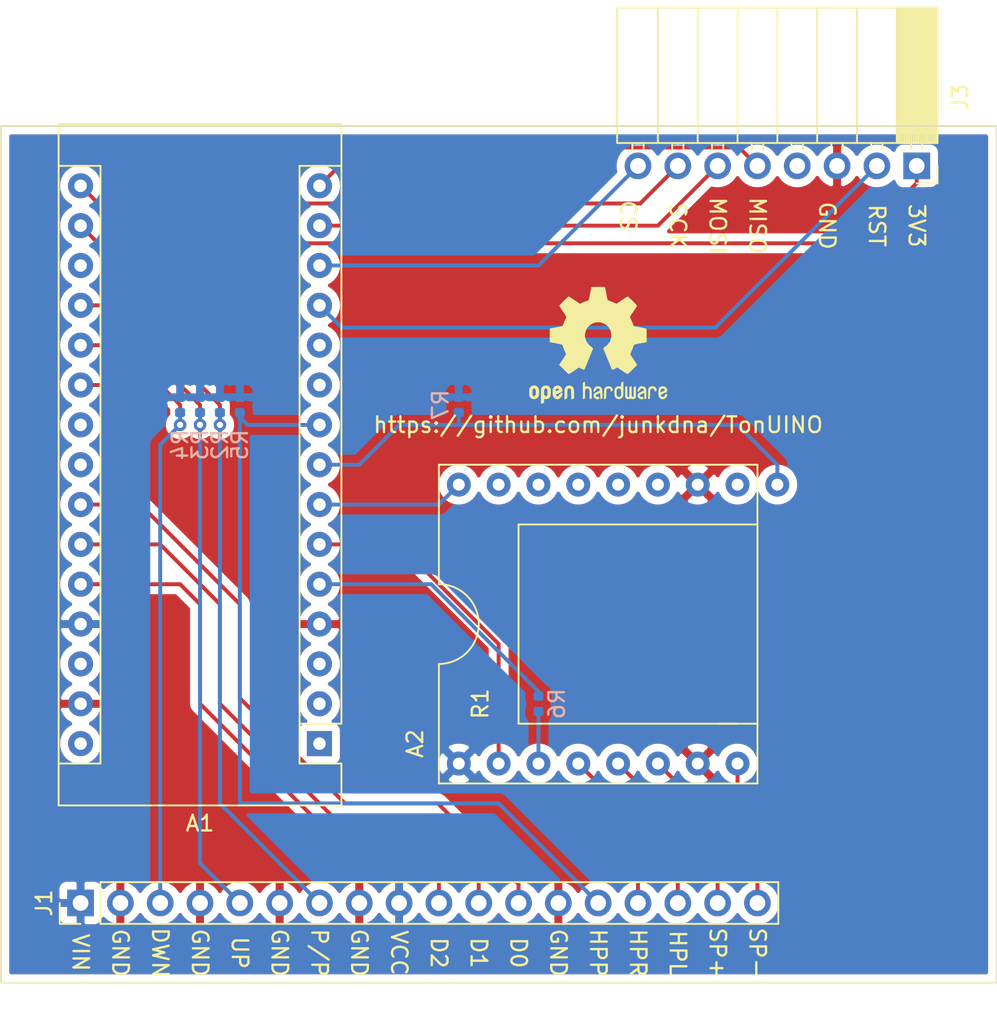
<source format=kicad_pcb>
(kicad_pcb (version 20171130) (host pcbnew 5.1.4+dfsg1-1)

  (general
    (thickness 1.6)
    (drawings 35)
    (tracks 96)
    (zones 0)
    (modules 12)
    (nets 43)
  )

  (page A4)
  (layers
    (0 F.Cu signal)
    (31 B.Cu signal)
    (34 B.Paste user)
    (35 F.Paste user)
    (36 B.SilkS user)
    (37 F.SilkS user)
    (38 B.Mask user)
    (39 F.Mask user)
    (44 Edge.Cuts user)
    (45 Margin user)
    (46 B.CrtYd user)
    (47 F.CrtYd user)
    (48 B.Fab user)
    (49 F.Fab user)
  )

  (setup
    (last_trace_width 0.25)
    (trace_clearance 0.2)
    (zone_clearance 0.508)
    (zone_45_only no)
    (trace_min 0.2)
    (via_size 0.8)
    (via_drill 0.4)
    (via_min_size 0.4)
    (via_min_drill 0.3)
    (uvia_size 0.3)
    (uvia_drill 0.1)
    (uvias_allowed no)
    (uvia_min_size 0.2)
    (uvia_min_drill 0.1)
    (edge_width 0.05)
    (segment_width 0.2)
    (pcb_text_width 0.3)
    (pcb_text_size 1.5 1.5)
    (mod_edge_width 0.12)
    (mod_text_size 1 1)
    (mod_text_width 0.15)
    (pad_size 1.524 1.524)
    (pad_drill 0.762)
    (pad_to_mask_clearance 0.051)
    (solder_mask_min_width 0.25)
    (aux_axis_origin 0 0)
    (visible_elements FFFFFFFF)
    (pcbplotparams
      (layerselection 0x010f0_ffffffff)
      (usegerberextensions false)
      (usegerberattributes false)
      (usegerberadvancedattributes false)
      (creategerberjobfile true)
      (excludeedgelayer true)
      (linewidth 0.100000)
      (plotframeref false)
      (viasonmask false)
      (mode 1)
      (useauxorigin false)
      (hpglpennumber 1)
      (hpglpenspeed 20)
      (hpglpendiameter 15.000000)
      (psnegative false)
      (psa4output false)
      (plotreference true)
      (plotvalue true)
      (plotinvisibletext false)
      (padsonsilk false)
      (subtractmaskfromsilk true)
      (outputformat 1)
      (mirror false)
      (drillshape 0)
      (scaleselection 1)
      (outputdirectory "/home/merlin/tmp/tonuino/"))
  )

  (net 0 "")
  (net 1 "Net-(A1-Pad30)")
  (net 2 "Net-(A1-Pad28)")
  (net 3 "Net-(A1-Pad11)")
  (net 4 "Net-(A1-Pad10)")
  (net 5 "Net-(A1-Pad23)")
  (net 6 "Net-(A1-Pad7)")
  (net 7 "Net-(A1-Pad22)")
  (net 8 "Net-(A1-Pad6)")
  (net 9 "Net-(A1-Pad5)")
  (net 10 "Net-(A1-Pad3)")
  (net 11 "Net-(A1-Pad18)")
  (net 12 "Net-(A1-Pad2)")
  (net 13 "Net-(A1-Pad1)")
  (net 14 "Net-(A2-Pad2)")
  (net 15 "Net-(A2-Pad15)")
  (net 16 "Net-(A2-Pad14)")
  (net 17 "Net-(A2-Pad13)")
  (net 18 "Net-(A2-Pad12)")
  (net 19 "Net-(A2-Pad11)")
  (net 20 "Net-(A2-Pad9)")
  (net 21 "Net-(J3-Pad4)")
  (net 22 /~DOWN)
  (net 23 /~UP)
  (net 24 /~PAUSE)
  (net 25 /GND)
  (net 26 /SCK)
  (net 27 /MISO)
  (net 28 /MOSI)
  (net 29 /SS)
  (net 30 /RST)
  (net 31 /VCC)
  (net 32 /LED2)
  (net 33 /LED1)
  (net 34 /~HEADP)
  (net 35 /LED0)
  (net 36 /3V3)
  (net 37 /SPK-)
  (net 38 /SPK+)
  (net 39 /HEADP_L)
  (net 40 /HEADP_R)
  (net 41 "Net-(A2-Pad3)")
  (net 42 /~SPK_EN)

  (net_class Default "This is the default net class."
    (clearance 0.2)
    (trace_width 0.25)
    (via_dia 0.8)
    (via_drill 0.4)
    (uvia_dia 0.3)
    (uvia_drill 0.1)
    (add_net /3V3)
    (add_net /GND)
    (add_net /HEADP_L)
    (add_net /HEADP_R)
    (add_net /LED0)
    (add_net /LED1)
    (add_net /LED2)
    (add_net /MISO)
    (add_net /MOSI)
    (add_net /RST)
    (add_net /SCK)
    (add_net /SPK+)
    (add_net /SPK-)
    (add_net /SS)
    (add_net /VCC)
    (add_net /~DOWN)
    (add_net /~HEADP)
    (add_net /~PAUSE)
    (add_net /~SPK_EN)
    (add_net /~UP)
    (add_net "Net-(A1-Pad1)")
    (add_net "Net-(A1-Pad10)")
    (add_net "Net-(A1-Pad11)")
    (add_net "Net-(A1-Pad18)")
    (add_net "Net-(A1-Pad2)")
    (add_net "Net-(A1-Pad22)")
    (add_net "Net-(A1-Pad23)")
    (add_net "Net-(A1-Pad28)")
    (add_net "Net-(A1-Pad3)")
    (add_net "Net-(A1-Pad30)")
    (add_net "Net-(A1-Pad5)")
    (add_net "Net-(A1-Pad6)")
    (add_net "Net-(A1-Pad7)")
    (add_net "Net-(A2-Pad11)")
    (add_net "Net-(A2-Pad12)")
    (add_net "Net-(A2-Pad13)")
    (add_net "Net-(A2-Pad14)")
    (add_net "Net-(A2-Pad15)")
    (add_net "Net-(A2-Pad2)")
    (add_net "Net-(A2-Pad3)")
    (add_net "Net-(A2-Pad9)")
    (add_net "Net-(J3-Pad4)")
  )

  (module Resistor_SMD:R_0402_1005Metric (layer B.Cu) (tedit 5B301BBD) (tstamp 5E1349EF)
    (at 156.21 85.09 270)
    (descr "Resistor SMD 0402 (1005 Metric), square (rectangular) end terminal, IPC_7351 nominal, (Body size source: http://www.tortai-tech.com/upload/download/2011102023233369053.pdf), generated with kicad-footprint-generator")
    (tags resistor)
    (path /5E1322DE)
    (attr smd)
    (fp_text reference R7 (at 0 1.17 270) (layer B.SilkS)
      (effects (font (size 1 1) (thickness 0.15)) (justify mirror))
    )
    (fp_text value 4k7 (at 0 -1.17 270) (layer B.Fab)
      (effects (font (size 1 1) (thickness 0.15)) (justify mirror))
    )
    (fp_text user %R (at 0 0 270) (layer B.Fab)
      (effects (font (size 0.25 0.25) (thickness 0.04)) (justify mirror))
    )
    (fp_line (start 0.93 -0.47) (end -0.93 -0.47) (layer B.CrtYd) (width 0.05))
    (fp_line (start 0.93 0.47) (end 0.93 -0.47) (layer B.CrtYd) (width 0.05))
    (fp_line (start -0.93 0.47) (end 0.93 0.47) (layer B.CrtYd) (width 0.05))
    (fp_line (start -0.93 -0.47) (end -0.93 0.47) (layer B.CrtYd) (width 0.05))
    (fp_line (start 0.5 -0.25) (end -0.5 -0.25) (layer B.Fab) (width 0.1))
    (fp_line (start 0.5 0.25) (end 0.5 -0.25) (layer B.Fab) (width 0.1))
    (fp_line (start -0.5 0.25) (end 0.5 0.25) (layer B.Fab) (width 0.1))
    (fp_line (start -0.5 -0.25) (end -0.5 0.25) (layer B.Fab) (width 0.1))
    (pad 2 smd roundrect (at 0.485 0 270) (size 0.59 0.64) (layers B.Cu B.Paste B.Mask) (roundrect_rratio 0.25)
      (net 42 /~SPK_EN))
    (pad 1 smd roundrect (at -0.485 0 270) (size 0.59 0.64) (layers B.Cu B.Paste B.Mask) (roundrect_rratio 0.25)
      (net 31 /VCC))
    (model ${KISYS3DMOD}/Resistor_SMD.3dshapes/R_0402_1005Metric.wrl
      (at (xyz 0 0 0))
      (scale (xyz 1 1 1))
      (rotate (xyz 0 0 0))
    )
  )

  (module Symbol:OSHW-Logo2_9.8x8mm_SilkScreen (layer F.Cu) (tedit 0) (tstamp 5E12CAB2)
    (at 165.1 81.28)
    (descr "Open Source Hardware Symbol")
    (tags "Logo Symbol OSHW")
    (attr virtual)
    (fp_text reference REF** (at 0 0) (layer F.SilkS) hide
      (effects (font (size 1 1) (thickness 0.15)))
    )
    (fp_text value OSHW-Logo2_9.8x8mm_SilkScreen (at 0.75 0) (layer F.Fab) hide
      (effects (font (size 1 1) (thickness 0.15)))
    )
    (fp_poly (pts (xy 0.139878 -3.712224) (xy 0.245612 -3.711645) (xy 0.322132 -3.710078) (xy 0.374372 -3.707028)
      (xy 0.407263 -3.702004) (xy 0.425737 -3.694511) (xy 0.434727 -3.684056) (xy 0.439163 -3.670147)
      (xy 0.439594 -3.668346) (xy 0.446333 -3.635855) (xy 0.458808 -3.571748) (xy 0.475719 -3.482849)
      (xy 0.495771 -3.375981) (xy 0.517664 -3.257967) (xy 0.518429 -3.253822) (xy 0.540359 -3.138169)
      (xy 0.560877 -3.035986) (xy 0.578659 -2.953402) (xy 0.592381 -2.896544) (xy 0.600718 -2.871542)
      (xy 0.601116 -2.871099) (xy 0.625677 -2.85889) (xy 0.676315 -2.838544) (xy 0.742095 -2.814455)
      (xy 0.742461 -2.814326) (xy 0.825317 -2.783182) (xy 0.923 -2.743509) (xy 1.015077 -2.703619)
      (xy 1.019434 -2.701647) (xy 1.169407 -2.63358) (xy 1.501498 -2.860361) (xy 1.603374 -2.929496)
      (xy 1.695657 -2.991303) (xy 1.773003 -3.042267) (xy 1.830064 -3.078873) (xy 1.861495 -3.097606)
      (xy 1.864479 -3.098996) (xy 1.887321 -3.09281) (xy 1.929982 -3.062965) (xy 1.994128 -3.008053)
      (xy 2.081421 -2.926666) (xy 2.170535 -2.840078) (xy 2.256441 -2.754753) (xy 2.333327 -2.676892)
      (xy 2.396564 -2.611303) (xy 2.441523 -2.562795) (xy 2.463576 -2.536175) (xy 2.464396 -2.534805)
      (xy 2.466834 -2.516537) (xy 2.45765 -2.486705) (xy 2.434574 -2.441279) (xy 2.395337 -2.37623)
      (xy 2.33767 -2.28753) (xy 2.260795 -2.173343) (xy 2.19257 -2.072838) (xy 2.131582 -1.982697)
      (xy 2.081356 -1.908151) (xy 2.045416 -1.854435) (xy 2.027287 -1.826782) (xy 2.026146 -1.824905)
      (xy 2.028359 -1.79841) (xy 2.045138 -1.746914) (xy 2.073142 -1.680149) (xy 2.083122 -1.658828)
      (xy 2.126672 -1.563841) (xy 2.173134 -1.456063) (xy 2.210877 -1.362808) (xy 2.238073 -1.293594)
      (xy 2.259675 -1.240994) (xy 2.272158 -1.213503) (xy 2.273709 -1.211384) (xy 2.296668 -1.207876)
      (xy 2.350786 -1.198262) (xy 2.428868 -1.183911) (xy 2.523719 -1.166193) (xy 2.628143 -1.146475)
      (xy 2.734944 -1.126126) (xy 2.836926 -1.106514) (xy 2.926894 -1.089009) (xy 2.997653 -1.074978)
      (xy 3.042006 -1.065791) (xy 3.052885 -1.063193) (xy 3.064122 -1.056782) (xy 3.072605 -1.042303)
      (xy 3.078714 -1.014867) (xy 3.082832 -0.969589) (xy 3.085341 -0.90158) (xy 3.086621 -0.805953)
      (xy 3.087054 -0.67782) (xy 3.087077 -0.625299) (xy 3.087077 -0.198155) (xy 2.9845 -0.177909)
      (xy 2.927431 -0.16693) (xy 2.842269 -0.150905) (xy 2.739372 -0.131767) (xy 2.629096 -0.111449)
      (xy 2.598615 -0.105868) (xy 2.496855 -0.086083) (xy 2.408205 -0.066627) (xy 2.340108 -0.049303)
      (xy 2.300004 -0.035912) (xy 2.293323 -0.031921) (xy 2.276919 -0.003658) (xy 2.253399 0.051109)
      (xy 2.227316 0.121588) (xy 2.222142 0.136769) (xy 2.187956 0.230896) (xy 2.145523 0.337101)
      (xy 2.103997 0.432473) (xy 2.103792 0.432916) (xy 2.03464 0.582525) (xy 2.489512 1.251617)
      (xy 2.1975 1.544116) (xy 2.10918 1.63117) (xy 2.028625 1.707909) (xy 1.96036 1.770237)
      (xy 1.908908 1.814056) (xy 1.878794 1.83527) (xy 1.874474 1.836616) (xy 1.849111 1.826016)
      (xy 1.797358 1.796547) (xy 1.724868 1.751705) (xy 1.637294 1.694984) (xy 1.542612 1.631462)
      (xy 1.446516 1.566668) (xy 1.360837 1.510287) (xy 1.291016 1.465788) (xy 1.242494 1.436639)
      (xy 1.220782 1.426308) (xy 1.194293 1.43505) (xy 1.144062 1.458087) (xy 1.080451 1.490631)
      (xy 1.073708 1.494249) (xy 0.988046 1.53721) (xy 0.929306 1.558279) (xy 0.892772 1.558503)
      (xy 0.873731 1.538928) (xy 0.87362 1.538654) (xy 0.864102 1.515472) (xy 0.841403 1.460441)
      (xy 0.807282 1.377822) (xy 0.7635 1.271872) (xy 0.711816 1.146852) (xy 0.653992 1.00702)
      (xy 0.597991 0.871637) (xy 0.536447 0.722234) (xy 0.479939 0.583832) (xy 0.430161 0.460673)
      (xy 0.388806 0.357002) (xy 0.357568 0.277059) (xy 0.338141 0.225088) (xy 0.332154 0.205692)
      (xy 0.347168 0.183443) (xy 0.386439 0.147982) (xy 0.438807 0.108887) (xy 0.587941 -0.014755)
      (xy 0.704511 -0.156478) (xy 0.787118 -0.313296) (xy 0.834366 -0.482225) (xy 0.844857 -0.660278)
      (xy 0.837231 -0.742461) (xy 0.795682 -0.912969) (xy 0.724123 -1.063541) (xy 0.626995 -1.192691)
      (xy 0.508734 -1.298936) (xy 0.37378 -1.38079) (xy 0.226571 -1.436768) (xy 0.071544 -1.465385)
      (xy -0.086861 -1.465156) (xy -0.244206 -1.434595) (xy -0.396054 -1.372218) (xy -0.537965 -1.27654)
      (xy -0.597197 -1.222428) (xy -0.710797 -1.08348) (xy -0.789894 -0.931639) (xy -0.835014 -0.771333)
      (xy -0.846684 -0.606988) (xy -0.825431 -0.443029) (xy -0.77178 -0.283882) (xy -0.68626 -0.133975)
      (xy -0.569395 0.002267) (xy -0.438807 0.108887) (xy -0.384412 0.149642) (xy -0.345986 0.184718)
      (xy -0.332154 0.205726) (xy -0.339397 0.228635) (xy -0.359995 0.283365) (xy -0.392254 0.365672)
      (xy -0.434479 0.471315) (xy -0.484977 0.59605) (xy -0.542052 0.735636) (xy -0.598146 0.87167)
      (xy -0.660033 1.021201) (xy -0.717356 1.159767) (xy -0.768356 1.283107) (xy -0.811273 1.386964)
      (xy -0.844347 1.46708) (xy -0.865819 1.519195) (xy -0.873775 1.538654) (xy -0.892571 1.558423)
      (xy -0.928926 1.558365) (xy -0.987521 1.537441) (xy -1.073032 1.494613) (xy -1.073708 1.494249)
      (xy -1.138093 1.461012) (xy -1.190139 1.436802) (xy -1.219488 1.426404) (xy -1.220783 1.426308)
      (xy -1.242876 1.436855) (xy -1.291652 1.466184) (xy -1.361669 1.510827) (xy -1.447486 1.567314)
      (xy -1.542612 1.631462) (xy -1.63946 1.696411) (xy -1.726747 1.752896) (xy -1.798819 1.797421)
      (xy -1.850023 1.82649) (xy -1.874474 1.836616) (xy -1.89699 1.823307) (xy -1.942258 1.786112)
      (xy -2.005756 1.729128) (xy -2.082961 1.656449) (xy -2.169349 1.572171) (xy -2.197601 1.544016)
      (xy -2.489713 1.251416) (xy -2.267369 0.925104) (xy -2.199798 0.824897) (xy -2.140493 0.734963)
      (xy -2.092783 0.66051) (xy -2.059993 0.606751) (xy -2.045452 0.578894) (xy -2.045026 0.576912)
      (xy -2.052692 0.550655) (xy -2.073311 0.497837) (xy -2.103315 0.42731) (xy -2.124375 0.380093)
      (xy -2.163752 0.289694) (xy -2.200835 0.198366) (xy -2.229585 0.1212) (xy -2.237395 0.097692)
      (xy -2.259583 0.034916) (xy -2.281273 -0.013589) (xy -2.293187 -0.031921) (xy -2.319477 -0.043141)
      (xy -2.376858 -0.059046) (xy -2.457882 -0.077833) (xy -2.555105 -0.097701) (xy -2.598615 -0.105868)
      (xy -2.709104 -0.126171) (xy -2.815084 -0.14583) (xy -2.906199 -0.162912) (xy -2.972092 -0.175482)
      (xy -2.9845 -0.177909) (xy -3.087077 -0.198155) (xy -3.087077 -0.625299) (xy -3.086847 -0.765754)
      (xy -3.085901 -0.872021) (xy -3.083859 -0.948987) (xy -3.080338 -1.00154) (xy -3.074957 -1.034567)
      (xy -3.067334 -1.052955) (xy -3.057088 -1.061592) (xy -3.052885 -1.063193) (xy -3.02753 -1.068873)
      (xy -2.971516 -1.080205) (xy -2.892036 -1.095821) (xy -2.796288 -1.114353) (xy -2.691467 -1.134431)
      (xy -2.584768 -1.154688) (xy -2.483387 -1.173754) (xy -2.394521 -1.190261) (xy -2.325363 -1.202841)
      (xy -2.283111 -1.210125) (xy -2.27371 -1.211384) (xy -2.265193 -1.228237) (xy -2.24634 -1.27313)
      (xy -2.220676 -1.33757) (xy -2.210877 -1.362808) (xy -2.171352 -1.460314) (xy -2.124808 -1.568041)
      (xy -2.083123 -1.658828) (xy -2.05245 -1.728247) (xy -2.032044 -1.78529) (xy -2.025232 -1.820223)
      (xy -2.026318 -1.824905) (xy -2.040715 -1.847009) (xy -2.073588 -1.896169) (xy -2.12141 -1.967152)
      (xy -2.180652 -2.054722) (xy -2.247785 -2.153643) (xy -2.261059 -2.17317) (xy -2.338954 -2.28886)
      (xy -2.396213 -2.376956) (xy -2.435119 -2.441514) (xy -2.457956 -2.486589) (xy -2.467006 -2.516237)
      (xy -2.464552 -2.534515) (xy -2.464489 -2.534631) (xy -2.445173 -2.558639) (xy -2.402449 -2.605053)
      (xy -2.340949 -2.669063) (xy -2.265302 -2.745855) (xy -2.180139 -2.830618) (xy -2.170535 -2.840078)
      (xy -2.06321 -2.944011) (xy -1.980385 -3.020325) (xy -1.920395 -3.070429) (xy -1.881577 -3.09573)
      (xy -1.86448 -3.098996) (xy -1.839527 -3.08475) (xy -1.787745 -3.051844) (xy -1.71448 -3.003792)
      (xy -1.62508 -2.94411) (xy -1.524889 -2.876312) (xy -1.501499 -2.860361) (xy -1.169407 -2.63358)
      (xy -1.019435 -2.701647) (xy -0.92823 -2.741315) (xy -0.830331 -2.781209) (xy -0.746169 -2.813017)
      (xy -0.742462 -2.814326) (xy -0.676631 -2.838424) (xy -0.625884 -2.8588) (xy -0.601158 -2.871064)
      (xy -0.601116 -2.871099) (xy -0.593271 -2.893266) (xy -0.579934 -2.947783) (xy -0.56243 -3.02852)
      (xy -0.542083 -3.12935) (xy -0.520218 -3.244144) (xy -0.518429 -3.253822) (xy -0.496496 -3.372096)
      (xy -0.47636 -3.479458) (xy -0.45932 -3.569083) (xy -0.446672 -3.634149) (xy -0.439716 -3.667832)
      (xy -0.439594 -3.668346) (xy -0.435361 -3.682675) (xy -0.427129 -3.693493) (xy -0.409967 -3.701294)
      (xy -0.378942 -3.706571) (xy -0.329122 -3.709818) (xy -0.255576 -3.711528) (xy -0.153371 -3.712193)
      (xy -0.017575 -3.712307) (xy 0 -3.712308) (xy 0.139878 -3.712224)) (layer F.SilkS) (width 0.01))
    (fp_poly (pts (xy 4.245224 2.647838) (xy 4.322528 2.698361) (xy 4.359814 2.74359) (xy 4.389353 2.825663)
      (xy 4.391699 2.890607) (xy 4.386385 2.977445) (xy 4.186115 3.065103) (xy 4.088739 3.109887)
      (xy 4.025113 3.145913) (xy 3.992029 3.177117) (xy 3.98628 3.207436) (xy 4.004658 3.240805)
      (xy 4.024923 3.262923) (xy 4.083889 3.298393) (xy 4.148024 3.300879) (xy 4.206926 3.273235)
      (xy 4.250197 3.21832) (xy 4.257936 3.198928) (xy 4.295006 3.138364) (xy 4.337654 3.112552)
      (xy 4.396154 3.090471) (xy 4.396154 3.174184) (xy 4.390982 3.23115) (xy 4.370723 3.279189)
      (xy 4.328262 3.334346) (xy 4.321951 3.341514) (xy 4.27472 3.390585) (xy 4.234121 3.41692)
      (xy 4.183328 3.429035) (xy 4.14122 3.433003) (xy 4.065902 3.433991) (xy 4.012286 3.421466)
      (xy 3.978838 3.402869) (xy 3.926268 3.361975) (xy 3.889879 3.317748) (xy 3.86685 3.262126)
      (xy 3.854359 3.187047) (xy 3.849587 3.084449) (xy 3.849206 3.032376) (xy 3.850501 2.969948)
      (xy 3.968471 2.969948) (xy 3.969839 3.003438) (xy 3.973249 3.008923) (xy 3.995753 3.001472)
      (xy 4.044182 2.981753) (xy 4.108908 2.953718) (xy 4.122443 2.947692) (xy 4.204244 2.906096)
      (xy 4.249312 2.869538) (xy 4.259217 2.835296) (xy 4.235526 2.800648) (xy 4.21596 2.785339)
      (xy 4.14536 2.754721) (xy 4.07928 2.75978) (xy 4.023959 2.797151) (xy 3.985636 2.863473)
      (xy 3.973349 2.916116) (xy 3.968471 2.969948) (xy 3.850501 2.969948) (xy 3.85173 2.91072)
      (xy 3.861032 2.82071) (xy 3.87946 2.755167) (xy 3.90936 2.706912) (xy 3.95308 2.668767)
      (xy 3.972141 2.65644) (xy 4.058726 2.624336) (xy 4.153522 2.622316) (xy 4.245224 2.647838)) (layer F.SilkS) (width 0.01))
    (fp_poly (pts (xy 3.570807 2.636782) (xy 3.594161 2.646988) (xy 3.649902 2.691134) (xy 3.697569 2.754967)
      (xy 3.727048 2.823087) (xy 3.731846 2.85667) (xy 3.71576 2.903556) (xy 3.680475 2.928365)
      (xy 3.642644 2.943387) (xy 3.625321 2.946155) (xy 3.616886 2.926066) (xy 3.60023 2.882351)
      (xy 3.592923 2.862598) (xy 3.551948 2.794271) (xy 3.492622 2.760191) (xy 3.416552 2.761239)
      (xy 3.410918 2.762581) (xy 3.370305 2.781836) (xy 3.340448 2.819375) (xy 3.320055 2.879809)
      (xy 3.307836 2.967751) (xy 3.3025 3.087813) (xy 3.302 3.151698) (xy 3.301752 3.252403)
      (xy 3.300126 3.321054) (xy 3.295801 3.364673) (xy 3.287454 3.390282) (xy 3.273765 3.404903)
      (xy 3.253411 3.415558) (xy 3.252234 3.416095) (xy 3.213038 3.432667) (xy 3.193619 3.438769)
      (xy 3.190635 3.420319) (xy 3.188081 3.369323) (xy 3.18614 3.292308) (xy 3.184997 3.195805)
      (xy 3.184769 3.125184) (xy 3.185932 2.988525) (xy 3.190479 2.884851) (xy 3.199999 2.808108)
      (xy 3.216081 2.752246) (xy 3.240313 2.711212) (xy 3.274286 2.678954) (xy 3.307833 2.65644)
      (xy 3.388499 2.626476) (xy 3.482381 2.619718) (xy 3.570807 2.636782)) (layer F.SilkS) (width 0.01))
    (fp_poly (pts (xy 2.887333 2.633528) (xy 2.94359 2.659117) (xy 2.987747 2.690124) (xy 3.020101 2.724795)
      (xy 3.042438 2.76952) (xy 3.056546 2.830692) (xy 3.064211 2.914701) (xy 3.06722 3.02794)
      (xy 3.067538 3.102509) (xy 3.067538 3.39342) (xy 3.017773 3.416095) (xy 2.978576 3.432667)
      (xy 2.959157 3.438769) (xy 2.955442 3.42061) (xy 2.952495 3.371648) (xy 2.950691 3.300153)
      (xy 2.950308 3.243385) (xy 2.948661 3.161371) (xy 2.944222 3.096309) (xy 2.93774 3.056467)
      (xy 2.93259 3.048) (xy 2.897977 3.056646) (xy 2.84364 3.078823) (xy 2.780722 3.108886)
      (xy 2.720368 3.141192) (xy 2.673721 3.170098) (xy 2.651926 3.189961) (xy 2.651839 3.190175)
      (xy 2.653714 3.226935) (xy 2.670525 3.262026) (xy 2.700039 3.290528) (xy 2.743116 3.300061)
      (xy 2.779932 3.29895) (xy 2.832074 3.298133) (xy 2.859444 3.310349) (xy 2.875882 3.342624)
      (xy 2.877955 3.34871) (xy 2.885081 3.394739) (xy 2.866024 3.422687) (xy 2.816353 3.436007)
      (xy 2.762697 3.43847) (xy 2.666142 3.42021) (xy 2.616159 3.394131) (xy 2.554429 3.332868)
      (xy 2.52169 3.25767) (xy 2.518753 3.178211) (xy 2.546424 3.104167) (xy 2.588047 3.057769)
      (xy 2.629604 3.031793) (xy 2.694922 2.998907) (xy 2.771038 2.965557) (xy 2.783726 2.960461)
      (xy 2.867333 2.923565) (xy 2.91553 2.891046) (xy 2.93103 2.858718) (xy 2.91655 2.822394)
      (xy 2.891692 2.794) (xy 2.832939 2.759039) (xy 2.768293 2.756417) (xy 2.709008 2.783358)
      (xy 2.666339 2.837088) (xy 2.660739 2.85095) (xy 2.628133 2.901936) (xy 2.58053 2.939787)
      (xy 2.520461 2.97085) (xy 2.520461 2.882768) (xy 2.523997 2.828951) (xy 2.539156 2.786534)
      (xy 2.572768 2.741279) (xy 2.605035 2.70642) (xy 2.655209 2.657062) (xy 2.694193 2.630547)
      (xy 2.736064 2.619911) (xy 2.78346 2.618154) (xy 2.887333 2.633528)) (layer F.SilkS) (width 0.01))
    (fp_poly (pts (xy 2.395929 2.636662) (xy 2.398911 2.688068) (xy 2.401247 2.766192) (xy 2.402749 2.864857)
      (xy 2.403231 2.968343) (xy 2.403231 3.318533) (xy 2.341401 3.380363) (xy 2.298793 3.418462)
      (xy 2.26139 3.433895) (xy 2.21027 3.432918) (xy 2.189978 3.430433) (xy 2.126554 3.4232)
      (xy 2.074095 3.419055) (xy 2.061308 3.418672) (xy 2.018199 3.421176) (xy 1.956544 3.427462)
      (xy 1.932638 3.430433) (xy 1.873922 3.435028) (xy 1.834464 3.425046) (xy 1.795338 3.394228)
      (xy 1.781215 3.380363) (xy 1.719385 3.318533) (xy 1.719385 2.663503) (xy 1.76915 2.640829)
      (xy 1.812002 2.624034) (xy 1.837073 2.618154) (xy 1.843501 2.636736) (xy 1.849509 2.688655)
      (xy 1.854697 2.768172) (xy 1.858664 2.869546) (xy 1.860577 2.955192) (xy 1.865923 3.292231)
      (xy 1.91256 3.298825) (xy 1.954976 3.294214) (xy 1.97576 3.279287) (xy 1.98157 3.251377)
      (xy 1.98653 3.191925) (xy 1.990246 3.108466) (xy 1.992324 3.008532) (xy 1.992624 2.957104)
      (xy 1.992923 2.661054) (xy 2.054454 2.639604) (xy 2.098004 2.62502) (xy 2.121694 2.618219)
      (xy 2.122377 2.618154) (xy 2.124754 2.636642) (xy 2.127366 2.687906) (xy 2.129995 2.765649)
      (xy 2.132421 2.863574) (xy 2.134115 2.955192) (xy 2.139461 3.292231) (xy 2.256692 3.292231)
      (xy 2.262072 2.984746) (xy 2.267451 2.677261) (xy 2.324601 2.647707) (xy 2.366797 2.627413)
      (xy 2.39177 2.618204) (xy 2.392491 2.618154) (xy 2.395929 2.636662)) (layer F.SilkS) (width 0.01))
    (fp_poly (pts (xy 1.602081 2.780289) (xy 1.601833 2.92632) (xy 1.600872 3.038655) (xy 1.598794 3.122678)
      (xy 1.595193 3.183769) (xy 1.589665 3.227309) (xy 1.581804 3.258679) (xy 1.571207 3.283262)
      (xy 1.563182 3.297294) (xy 1.496728 3.373388) (xy 1.41247 3.421084) (xy 1.319249 3.438199)
      (xy 1.2259 3.422546) (xy 1.170312 3.394418) (xy 1.111957 3.34576) (xy 1.072186 3.286333)
      (xy 1.04819 3.208507) (xy 1.037161 3.104652) (xy 1.035599 3.028462) (xy 1.035809 3.022986)
      (xy 1.172308 3.022986) (xy 1.173141 3.110355) (xy 1.176961 3.168192) (xy 1.185746 3.206029)
      (xy 1.201474 3.233398) (xy 1.220266 3.254042) (xy 1.283375 3.29389) (xy 1.351137 3.297295)
      (xy 1.415179 3.264025) (xy 1.420164 3.259517) (xy 1.441439 3.236067) (xy 1.454779 3.208166)
      (xy 1.462001 3.166641) (xy 1.464923 3.102316) (xy 1.465385 3.0312) (xy 1.464383 2.941858)
      (xy 1.460238 2.882258) (xy 1.451236 2.843089) (xy 1.435667 2.81504) (xy 1.422902 2.800144)
      (xy 1.3636 2.762575) (xy 1.295301 2.758057) (xy 1.23011 2.786753) (xy 1.217528 2.797406)
      (xy 1.196111 2.821063) (xy 1.182744 2.849251) (xy 1.175566 2.891245) (xy 1.172719 2.956319)
      (xy 1.172308 3.022986) (xy 1.035809 3.022986) (xy 1.040322 2.905765) (xy 1.056362 2.813577)
      (xy 1.086528 2.744269) (xy 1.133629 2.690211) (xy 1.170312 2.662505) (xy 1.23699 2.632572)
      (xy 1.314272 2.618678) (xy 1.38611 2.622397) (xy 1.426308 2.6374) (xy 1.442082 2.64167)
      (xy 1.45255 2.62575) (xy 1.459856 2.583089) (xy 1.465385 2.518106) (xy 1.471437 2.445732)
      (xy 1.479844 2.402187) (xy 1.495141 2.377287) (xy 1.521864 2.360845) (xy 1.538654 2.353564)
      (xy 1.602154 2.326963) (xy 1.602081 2.780289)) (layer F.SilkS) (width 0.01))
    (fp_poly (pts (xy 0.713362 2.62467) (xy 0.802117 2.657421) (xy 0.874022 2.71535) (xy 0.902144 2.756128)
      (xy 0.932802 2.830954) (xy 0.932165 2.885058) (xy 0.899987 2.921446) (xy 0.888081 2.927633)
      (xy 0.836675 2.946925) (xy 0.810422 2.941982) (xy 0.80153 2.909587) (xy 0.801077 2.891692)
      (xy 0.784797 2.825859) (xy 0.742365 2.779807) (xy 0.683388 2.757564) (xy 0.617475 2.763161)
      (xy 0.563895 2.792229) (xy 0.545798 2.80881) (xy 0.532971 2.828925) (xy 0.524306 2.859332)
      (xy 0.518696 2.906788) (xy 0.515035 2.97805) (xy 0.512215 3.079875) (xy 0.511484 3.112115)
      (xy 0.50882 3.22241) (xy 0.505792 3.300036) (xy 0.50125 3.351396) (xy 0.494046 3.38289)
      (xy 0.483033 3.40092) (xy 0.46706 3.411888) (xy 0.456834 3.416733) (xy 0.413406 3.433301)
      (xy 0.387842 3.438769) (xy 0.379395 3.420507) (xy 0.374239 3.365296) (xy 0.372346 3.272499)
      (xy 0.373689 3.141478) (xy 0.374107 3.121269) (xy 0.377058 3.001733) (xy 0.380548 2.914449)
      (xy 0.385514 2.852591) (xy 0.392893 2.809336) (xy 0.403624 2.77786) (xy 0.418645 2.751339)
      (xy 0.426502 2.739975) (xy 0.471553 2.689692) (xy 0.52194 2.650581) (xy 0.528108 2.647167)
      (xy 0.618458 2.620212) (xy 0.713362 2.62467)) (layer F.SilkS) (width 0.01))
    (fp_poly (pts (xy 0.053501 2.626303) (xy 0.13006 2.654733) (xy 0.130936 2.655279) (xy 0.178285 2.690127)
      (xy 0.213241 2.730852) (xy 0.237825 2.783925) (xy 0.254062 2.855814) (xy 0.263975 2.952992)
      (xy 0.269586 3.081928) (xy 0.270077 3.100298) (xy 0.277141 3.377287) (xy 0.217695 3.408028)
      (xy 0.174681 3.428802) (xy 0.14871 3.438646) (xy 0.147509 3.438769) (xy 0.143014 3.420606)
      (xy 0.139444 3.371612) (xy 0.137248 3.300031) (xy 0.136769 3.242068) (xy 0.136758 3.14817)
      (xy 0.132466 3.089203) (xy 0.117503 3.061079) (xy 0.085482 3.059706) (xy 0.030014 3.080998)
      (xy -0.053731 3.120136) (xy -0.115311 3.152643) (xy -0.146983 3.180845) (xy -0.156294 3.211582)
      (xy -0.156308 3.213104) (xy -0.140943 3.266054) (xy -0.095453 3.29466) (xy -0.025834 3.298803)
      (xy 0.024313 3.298084) (xy 0.050754 3.312527) (xy 0.067243 3.347218) (xy 0.076733 3.391416)
      (xy 0.063057 3.416493) (xy 0.057907 3.420082) (xy 0.009425 3.434496) (xy -0.058469 3.436537)
      (xy -0.128388 3.426983) (xy -0.177932 3.409522) (xy -0.24643 3.351364) (xy -0.285366 3.270408)
      (xy -0.293077 3.20716) (xy -0.287193 3.150111) (xy -0.265899 3.103542) (xy -0.223735 3.062181)
      (xy -0.155241 3.020755) (xy -0.054956 2.973993) (xy -0.048846 2.97135) (xy 0.04149 2.929617)
      (xy 0.097235 2.895391) (xy 0.121129 2.864635) (xy 0.115913 2.833311) (xy 0.084328 2.797383)
      (xy 0.074883 2.789116) (xy 0.011617 2.757058) (xy -0.053936 2.758407) (xy -0.111028 2.789838)
      (xy -0.148907 2.848024) (xy -0.152426 2.859446) (xy -0.1867 2.914837) (xy -0.230191 2.941518)
      (xy -0.293077 2.96796) (xy -0.293077 2.899548) (xy -0.273948 2.80011) (xy -0.217169 2.708902)
      (xy -0.187622 2.678389) (xy -0.120458 2.639228) (xy -0.035044 2.6215) (xy 0.053501 2.626303)) (layer F.SilkS) (width 0.01))
    (fp_poly (pts (xy -0.840154 2.49212) (xy -0.834428 2.57198) (xy -0.827851 2.619039) (xy -0.818738 2.639566)
      (xy -0.805402 2.639829) (xy -0.801077 2.637378) (xy -0.743556 2.619636) (xy -0.668732 2.620672)
      (xy -0.592661 2.63891) (xy -0.545082 2.662505) (xy -0.496298 2.700198) (xy -0.460636 2.742855)
      (xy -0.436155 2.797057) (xy -0.420913 2.869384) (xy -0.41297 2.966419) (xy -0.410384 3.094742)
      (xy -0.410338 3.119358) (xy -0.410308 3.39587) (xy -0.471839 3.41732) (xy -0.515541 3.431912)
      (xy -0.539518 3.438706) (xy -0.540223 3.438769) (xy -0.542585 3.420345) (xy -0.544594 3.369526)
      (xy -0.546099 3.292993) (xy -0.546947 3.19743) (xy -0.547077 3.139329) (xy -0.547349 3.024771)
      (xy -0.548748 2.942667) (xy -0.552151 2.886393) (xy -0.558433 2.849326) (xy -0.568471 2.824844)
      (xy -0.583139 2.806325) (xy -0.592298 2.797406) (xy -0.655211 2.761466) (xy -0.723864 2.758775)
      (xy -0.786152 2.78917) (xy -0.797671 2.800144) (xy -0.814567 2.820779) (xy -0.826286 2.845256)
      (xy -0.833767 2.880647) (xy -0.837946 2.934026) (xy -0.839763 3.012466) (xy -0.840154 3.120617)
      (xy -0.840154 3.39587) (xy -0.901685 3.41732) (xy -0.945387 3.431912) (xy -0.969364 3.438706)
      (xy -0.97007 3.438769) (xy -0.971874 3.420069) (xy -0.9735 3.367322) (xy -0.974883 3.285557)
      (xy -0.975958 3.179805) (xy -0.97666 3.055094) (xy -0.976923 2.916455) (xy -0.976923 2.381806)
      (xy -0.849923 2.328236) (xy -0.840154 2.49212)) (layer F.SilkS) (width 0.01))
    (fp_poly (pts (xy -2.465746 2.599745) (xy -2.388714 2.651567) (xy -2.329184 2.726412) (xy -2.293622 2.821654)
      (xy -2.286429 2.891756) (xy -2.287246 2.921009) (xy -2.294086 2.943407) (xy -2.312888 2.963474)
      (xy -2.349592 2.985733) (xy -2.410138 3.014709) (xy -2.500466 3.054927) (xy -2.500923 3.055129)
      (xy -2.584067 3.09321) (xy -2.652247 3.127025) (xy -2.698495 3.152933) (xy -2.715842 3.167295)
      (xy -2.715846 3.167411) (xy -2.700557 3.198685) (xy -2.664804 3.233157) (xy -2.623758 3.25799)
      (xy -2.602963 3.262923) (xy -2.54623 3.245862) (xy -2.497373 3.203133) (xy -2.473535 3.156155)
      (xy -2.450603 3.121522) (xy -2.405682 3.082081) (xy -2.352877 3.048009) (xy -2.30629 3.02948)
      (xy -2.296548 3.028462) (xy -2.285582 3.045215) (xy -2.284921 3.088039) (xy -2.29298 3.145781)
      (xy -2.308173 3.207289) (xy -2.328914 3.261409) (xy -2.329962 3.26351) (xy -2.392379 3.35066)
      (xy -2.473274 3.409939) (xy -2.565144 3.439034) (xy -2.660487 3.435634) (xy -2.751802 3.397428)
      (xy -2.755862 3.394741) (xy -2.827694 3.329642) (xy -2.874927 3.244705) (xy -2.901066 3.133021)
      (xy -2.904574 3.101643) (xy -2.910787 2.953536) (xy -2.903339 2.884468) (xy -2.715846 2.884468)
      (xy -2.71341 2.927552) (xy -2.700086 2.940126) (xy -2.666868 2.930719) (xy -2.614506 2.908483)
      (xy -2.555976 2.88061) (xy -2.554521 2.879872) (xy -2.504911 2.853777) (xy -2.485 2.836363)
      (xy -2.48991 2.818107) (xy -2.510584 2.79412) (xy -2.563181 2.759406) (xy -2.619823 2.756856)
      (xy -2.670631 2.782119) (xy -2.705724 2.830847) (xy -2.715846 2.884468) (xy -2.903339 2.884468)
      (xy -2.898008 2.835036) (xy -2.865222 2.741055) (xy -2.819579 2.675215) (xy -2.737198 2.608681)
      (xy -2.646454 2.575676) (xy -2.553815 2.573573) (xy -2.465746 2.599745)) (layer F.SilkS) (width 0.01))
    (fp_poly (pts (xy -3.983114 2.587256) (xy -3.891536 2.635409) (xy -3.823951 2.712905) (xy -3.799943 2.762727)
      (xy -3.781262 2.837533) (xy -3.771699 2.932052) (xy -3.770792 3.03521) (xy -3.778079 3.135935)
      (xy -3.793097 3.223153) (xy -3.815385 3.285791) (xy -3.822235 3.296579) (xy -3.903368 3.377105)
      (xy -3.999734 3.425336) (xy -4.104299 3.43945) (xy -4.210032 3.417629) (xy -4.239457 3.404547)
      (xy -4.296759 3.364231) (xy -4.34705 3.310775) (xy -4.351803 3.303995) (xy -4.371122 3.271321)
      (xy -4.383892 3.236394) (xy -4.391436 3.190414) (xy -4.395076 3.124584) (xy -4.396135 3.030105)
      (xy -4.396154 3.008923) (xy -4.396106 3.002182) (xy -4.200769 3.002182) (xy -4.199632 3.091349)
      (xy -4.195159 3.15052) (xy -4.185754 3.188741) (xy -4.169824 3.215053) (xy -4.161692 3.223846)
      (xy -4.114942 3.257261) (xy -4.069553 3.255737) (xy -4.02366 3.226752) (xy -3.996288 3.195809)
      (xy -3.980077 3.150643) (xy -3.970974 3.07942) (xy -3.970349 3.071114) (xy -3.968796 2.942037)
      (xy -3.985035 2.846172) (xy -4.018848 2.784107) (xy -4.070016 2.756432) (xy -4.08828 2.754923)
      (xy -4.13624 2.762513) (xy -4.169047 2.788808) (xy -4.189105 2.839095) (xy -4.198822 2.918664)
      (xy -4.200769 3.002182) (xy -4.396106 3.002182) (xy -4.395426 2.908249) (xy -4.392371 2.837906)
      (xy -4.385678 2.789163) (xy -4.37404 2.753288) (xy -4.356147 2.721548) (xy -4.352192 2.715648)
      (xy -4.285733 2.636104) (xy -4.213315 2.589929) (xy -4.125151 2.571599) (xy -4.095213 2.570703)
      (xy -3.983114 2.587256)) (layer F.SilkS) (width 0.01))
    (fp_poly (pts (xy -1.728336 2.595089) (xy -1.665633 2.631358) (xy -1.622039 2.667358) (xy -1.590155 2.705075)
      (xy -1.56819 2.751199) (xy -1.554351 2.812421) (xy -1.546847 2.895431) (xy -1.543883 3.006919)
      (xy -1.543539 3.087062) (xy -1.543539 3.382065) (xy -1.709615 3.456515) (xy -1.719385 3.133402)
      (xy -1.723421 3.012729) (xy -1.727656 2.925141) (xy -1.732903 2.86465) (xy -1.739975 2.825268)
      (xy -1.749689 2.801007) (xy -1.762856 2.78588) (xy -1.767081 2.782606) (xy -1.831091 2.757034)
      (xy -1.895792 2.767153) (xy -1.934308 2.794) (xy -1.949975 2.813024) (xy -1.96082 2.837988)
      (xy -1.967712 2.875834) (xy -1.971521 2.933502) (xy -1.973117 3.017935) (xy -1.973385 3.105928)
      (xy -1.973437 3.216323) (xy -1.975328 3.294463) (xy -1.981655 3.347165) (xy -1.995017 3.381242)
      (xy -2.018015 3.403511) (xy -2.053246 3.420787) (xy -2.100303 3.438738) (xy -2.151697 3.458278)
      (xy -2.145579 3.111485) (xy -2.143116 2.986468) (xy -2.140233 2.894082) (xy -2.136102 2.827881)
      (xy -2.129893 2.78142) (xy -2.120774 2.748256) (xy -2.107917 2.721944) (xy -2.092416 2.698729)
      (xy -2.017629 2.624569) (xy -1.926372 2.581684) (xy -1.827117 2.571412) (xy -1.728336 2.595089)) (layer F.SilkS) (width 0.01))
    (fp_poly (pts (xy -3.231114 2.584505) (xy -3.156461 2.621727) (xy -3.090569 2.690261) (xy -3.072423 2.715648)
      (xy -3.052655 2.748866) (xy -3.039828 2.784945) (xy -3.03249 2.833098) (xy -3.029187 2.902536)
      (xy -3.028462 2.994206) (xy -3.031737 3.11983) (xy -3.043123 3.214154) (xy -3.064959 3.284523)
      (xy -3.099581 3.338286) (xy -3.14933 3.382788) (xy -3.152986 3.385423) (xy -3.202015 3.412377)
      (xy -3.261055 3.425712) (xy -3.336141 3.429) (xy -3.458205 3.429) (xy -3.458256 3.547497)
      (xy -3.459392 3.613492) (xy -3.466314 3.652202) (xy -3.484402 3.675419) (xy -3.519038 3.694933)
      (xy -3.527355 3.69892) (xy -3.56628 3.717603) (xy -3.596417 3.729403) (xy -3.618826 3.730422)
      (xy -3.634567 3.716761) (xy -3.644698 3.684522) (xy -3.650277 3.629804) (xy -3.652365 3.548711)
      (xy -3.652019 3.437344) (xy -3.6503 3.291802) (xy -3.649763 3.248269) (xy -3.647828 3.098205)
      (xy -3.646096 3.000042) (xy -3.458308 3.000042) (xy -3.457252 3.083364) (xy -3.452562 3.13788)
      (xy -3.441949 3.173837) (xy -3.423128 3.201482) (xy -3.41035 3.214965) (xy -3.35811 3.254417)
      (xy -3.311858 3.257628) (xy -3.264133 3.225049) (xy -3.262923 3.223846) (xy -3.243506 3.198668)
      (xy -3.231693 3.164447) (xy -3.225735 3.111748) (xy -3.22388 3.031131) (xy -3.223846 3.013271)
      (xy -3.22833 2.902175) (xy -3.242926 2.825161) (xy -3.26935 2.778147) (xy -3.309317 2.75705)
      (xy -3.332416 2.754923) (xy -3.387238 2.7649) (xy -3.424842 2.797752) (xy -3.447477 2.857857)
      (xy -3.457394 2.949598) (xy -3.458308 3.000042) (xy -3.646096 3.000042) (xy -3.645778 2.98206)
      (xy -3.643127 2.894679) (xy -3.639394 2.830905) (xy -3.634093 2.785582) (xy -3.626742 2.753555)
      (xy -3.616857 2.729668) (xy -3.603954 2.708764) (xy -3.598421 2.700898) (xy -3.525031 2.626595)
      (xy -3.43224 2.584467) (xy -3.324904 2.572722) (xy -3.231114 2.584505)) (layer F.SilkS) (width 0.01))
  )

  (module Resistor_SMD:R_0402_1005Metric (layer B.Cu) (tedit 5B301BBD) (tstamp 5E12C4D1)
    (at 161.29 104.14 90)
    (descr "Resistor SMD 0402 (1005 Metric), square (rectangular) end terminal, IPC_7351 nominal, (Body size source: http://www.tortai-tech.com/upload/download/2011102023233369053.pdf), generated with kicad-footprint-generator")
    (tags resistor)
    (path /5E1310AF)
    (attr smd)
    (fp_text reference R6 (at 0 1.17 90) (layer B.SilkS)
      (effects (font (size 1 1) (thickness 0.15)) (justify mirror))
    )
    (fp_text value 0R (at 0 -1.17 90) (layer B.Fab)
      (effects (font (size 1 1) (thickness 0.15)) (justify mirror))
    )
    (fp_text user %R (at 0 0 90) (layer B.Fab)
      (effects (font (size 0.25 0.25) (thickness 0.04)) (justify mirror))
    )
    (fp_line (start 0.93 -0.47) (end -0.93 -0.47) (layer B.CrtYd) (width 0.05))
    (fp_line (start 0.93 0.47) (end 0.93 -0.47) (layer B.CrtYd) (width 0.05))
    (fp_line (start -0.93 0.47) (end 0.93 0.47) (layer B.CrtYd) (width 0.05))
    (fp_line (start -0.93 -0.47) (end -0.93 0.47) (layer B.CrtYd) (width 0.05))
    (fp_line (start 0.5 -0.25) (end -0.5 -0.25) (layer B.Fab) (width 0.1))
    (fp_line (start 0.5 0.25) (end 0.5 -0.25) (layer B.Fab) (width 0.1))
    (fp_line (start -0.5 0.25) (end 0.5 0.25) (layer B.Fab) (width 0.1))
    (fp_line (start -0.5 -0.25) (end -0.5 0.25) (layer B.Fab) (width 0.1))
    (pad 2 smd roundrect (at 0.485 0 90) (size 0.59 0.64) (layers B.Cu B.Paste B.Mask) (roundrect_rratio 0.25)
      (net 9 "Net-(A1-Pad5)"))
    (pad 1 smd roundrect (at -0.485 0 90) (size 0.59 0.64) (layers B.Cu B.Paste B.Mask) (roundrect_rratio 0.25)
      (net 41 "Net-(A2-Pad3)"))
    (model ${KISYS3DMOD}/Resistor_SMD.3dshapes/R_0402_1005Metric.wrl
      (at (xyz 0 0 0))
      (scale (xyz 1 1 1))
      (rotate (xyz 0 0 0))
    )
  )

  (module Module:Arduino_Nano (layer F.Cu) (tedit 58ACAF70) (tstamp 5E0E10CB)
    (at 147.32 106.68 180)
    (descr "Arduino Nano, http://www.mouser.com/pdfdocs/Gravitech_Arduino_Nano3_0.pdf")
    (tags "Arduino Nano")
    (path /5E011EDD)
    (fp_text reference A1 (at 7.62 -5.08) (layer F.SilkS)
      (effects (font (size 1 1) (thickness 0.15)))
    )
    (fp_text value Arduino_Nano_v2.x (at 8.89 19.05 90) (layer F.Fab)
      (effects (font (size 1 1) (thickness 0.15)))
    )
    (fp_line (start 16.75 42.16) (end -1.53 42.16) (layer F.CrtYd) (width 0.05))
    (fp_line (start 16.75 42.16) (end 16.75 -4.06) (layer F.CrtYd) (width 0.05))
    (fp_line (start -1.53 -4.06) (end -1.53 42.16) (layer F.CrtYd) (width 0.05))
    (fp_line (start -1.53 -4.06) (end 16.75 -4.06) (layer F.CrtYd) (width 0.05))
    (fp_line (start 16.51 -3.81) (end 16.51 39.37) (layer F.Fab) (width 0.1))
    (fp_line (start 0 -3.81) (end 16.51 -3.81) (layer F.Fab) (width 0.1))
    (fp_line (start -1.27 -2.54) (end 0 -3.81) (layer F.Fab) (width 0.1))
    (fp_line (start -1.27 39.37) (end -1.27 -2.54) (layer F.Fab) (width 0.1))
    (fp_line (start 16.51 39.37) (end -1.27 39.37) (layer F.Fab) (width 0.1))
    (fp_line (start 16.64 -3.94) (end -1.4 -3.94) (layer F.SilkS) (width 0.12))
    (fp_line (start 16.64 39.5) (end 16.64 -3.94) (layer F.SilkS) (width 0.12))
    (fp_line (start -1.4 39.5) (end 16.64 39.5) (layer F.SilkS) (width 0.12))
    (fp_line (start 3.81 41.91) (end 3.81 31.75) (layer F.Fab) (width 0.1))
    (fp_line (start 11.43 41.91) (end 3.81 41.91) (layer F.Fab) (width 0.1))
    (fp_line (start 11.43 31.75) (end 11.43 41.91) (layer F.Fab) (width 0.1))
    (fp_line (start 3.81 31.75) (end 11.43 31.75) (layer F.Fab) (width 0.1))
    (fp_line (start 1.27 36.83) (end -1.4 36.83) (layer F.SilkS) (width 0.12))
    (fp_line (start 1.27 1.27) (end 1.27 36.83) (layer F.SilkS) (width 0.12))
    (fp_line (start 1.27 1.27) (end -1.4 1.27) (layer F.SilkS) (width 0.12))
    (fp_line (start 13.97 36.83) (end 16.64 36.83) (layer F.SilkS) (width 0.12))
    (fp_line (start 13.97 -1.27) (end 13.97 36.83) (layer F.SilkS) (width 0.12))
    (fp_line (start 13.97 -1.27) (end 16.64 -1.27) (layer F.SilkS) (width 0.12))
    (fp_line (start -1.4 -3.94) (end -1.4 -1.27) (layer F.SilkS) (width 0.12))
    (fp_line (start -1.4 1.27) (end -1.4 39.5) (layer F.SilkS) (width 0.12))
    (fp_line (start 1.27 -1.27) (end -1.4 -1.27) (layer F.SilkS) (width 0.12))
    (fp_line (start 1.27 1.27) (end 1.27 -1.27) (layer F.SilkS) (width 0.12))
    (fp_text user %R (at 6.35 19.05 90) (layer F.Fab)
      (effects (font (size 1 1) (thickness 0.15)))
    )
    (pad 16 thru_hole oval (at 15.24 35.56 180) (size 1.6 1.6) (drill 0.8) (layers *.Cu *.Mask)
      (net 26 /SCK))
    (pad 15 thru_hole oval (at 0 35.56 180) (size 1.6 1.6) (drill 0.8) (layers *.Cu *.Mask)
      (net 27 /MISO))
    (pad 30 thru_hole oval (at 15.24 0 180) (size 1.6 1.6) (drill 0.8) (layers *.Cu *.Mask)
      (net 1 "Net-(A1-Pad30)"))
    (pad 14 thru_hole oval (at 0 33.02 180) (size 1.6 1.6) (drill 0.8) (layers *.Cu *.Mask)
      (net 28 /MOSI))
    (pad 29 thru_hole oval (at 15.24 2.54 180) (size 1.6 1.6) (drill 0.8) (layers *.Cu *.Mask)
      (net 25 /GND))
    (pad 13 thru_hole oval (at 0 30.48 180) (size 1.6 1.6) (drill 0.8) (layers *.Cu *.Mask)
      (net 29 /SS))
    (pad 28 thru_hole oval (at 15.24 5.08 180) (size 1.6 1.6) (drill 0.8) (layers *.Cu *.Mask)
      (net 2 "Net-(A1-Pad28)"))
    (pad 12 thru_hole oval (at 0 27.94 180) (size 1.6 1.6) (drill 0.8) (layers *.Cu *.Mask)
      (net 30 /RST))
    (pad 27 thru_hole oval (at 15.24 7.62 180) (size 1.6 1.6) (drill 0.8) (layers *.Cu *.Mask)
      (net 31 /VCC))
    (pad 11 thru_hole oval (at 0 25.4 180) (size 1.6 1.6) (drill 0.8) (layers *.Cu *.Mask)
      (net 3 "Net-(A1-Pad11)"))
    (pad 26 thru_hole oval (at 15.24 10.16 180) (size 1.6 1.6) (drill 0.8) (layers *.Cu *.Mask)
      (net 32 /LED2))
    (pad 10 thru_hole oval (at 0 22.86 180) (size 1.6 1.6) (drill 0.8) (layers *.Cu *.Mask)
      (net 4 "Net-(A1-Pad10)"))
    (pad 25 thru_hole oval (at 15.24 12.7 180) (size 1.6 1.6) (drill 0.8) (layers *.Cu *.Mask)
      (net 33 /LED1))
    (pad 9 thru_hole oval (at 0 20.32 180) (size 1.6 1.6) (drill 0.8) (layers *.Cu *.Mask)
      (net 34 /~HEADP))
    (pad 24 thru_hole oval (at 15.24 15.24 180) (size 1.6 1.6) (drill 0.8) (layers *.Cu *.Mask)
      (net 35 /LED0))
    (pad 8 thru_hole oval (at 0 17.78 180) (size 1.6 1.6) (drill 0.8) (layers *.Cu *.Mask)
      (net 42 /~SPK_EN))
    (pad 23 thru_hole oval (at 15.24 17.78 180) (size 1.6 1.6) (drill 0.8) (layers *.Cu *.Mask)
      (net 5 "Net-(A1-Pad23)"))
    (pad 7 thru_hole oval (at 0 15.24 180) (size 1.6 1.6) (drill 0.8) (layers *.Cu *.Mask)
      (net 6 "Net-(A1-Pad7)"))
    (pad 22 thru_hole oval (at 15.24 20.32 180) (size 1.6 1.6) (drill 0.8) (layers *.Cu *.Mask)
      (net 7 "Net-(A1-Pad22)"))
    (pad 6 thru_hole oval (at 0 12.7 180) (size 1.6 1.6) (drill 0.8) (layers *.Cu *.Mask)
      (net 8 "Net-(A1-Pad6)"))
    (pad 21 thru_hole oval (at 15.24 22.86 180) (size 1.6 1.6) (drill 0.8) (layers *.Cu *.Mask)
      (net 22 /~DOWN))
    (pad 5 thru_hole oval (at 0 10.16 180) (size 1.6 1.6) (drill 0.8) (layers *.Cu *.Mask)
      (net 9 "Net-(A1-Pad5)"))
    (pad 20 thru_hole oval (at 15.24 25.4 180) (size 1.6 1.6) (drill 0.8) (layers *.Cu *.Mask)
      (net 23 /~UP))
    (pad 4 thru_hole oval (at 0 7.62 180) (size 1.6 1.6) (drill 0.8) (layers *.Cu *.Mask)
      (net 25 /GND))
    (pad 19 thru_hole oval (at 15.24 27.94 180) (size 1.6 1.6) (drill 0.8) (layers *.Cu *.Mask)
      (net 24 /~PAUSE))
    (pad 3 thru_hole oval (at 0 5.08 180) (size 1.6 1.6) (drill 0.8) (layers *.Cu *.Mask)
      (net 10 "Net-(A1-Pad3)"))
    (pad 18 thru_hole oval (at 15.24 30.48 180) (size 1.6 1.6) (drill 0.8) (layers *.Cu *.Mask)
      (net 11 "Net-(A1-Pad18)"))
    (pad 2 thru_hole oval (at 0 2.54 180) (size 1.6 1.6) (drill 0.8) (layers *.Cu *.Mask)
      (net 12 "Net-(A1-Pad2)"))
    (pad 17 thru_hole oval (at 15.24 33.02 180) (size 1.6 1.6) (drill 0.8) (layers *.Cu *.Mask)
      (net 36 /3V3))
    (pad 1 thru_hole rect (at 0 0 180) (size 1.6 1.6) (drill 0.8) (layers *.Cu *.Mask)
      (net 13 "Net-(A1-Pad1)"))
    (model ${KISYS3DMOD}/Module.3dshapes/Arduino_Nano_WithMountingHoles.wrl
      (at (xyz 0 0 0))
      (scale (xyz 1 1 1))
      (rotate (xyz 0 0 0))
    )
  )

  (module Resistor_SMD:R_0402_1005Metric (layer B.Cu) (tedit 5B301BBD) (tstamp 5E0DEA74)
    (at 142.24 85.09 270)
    (descr "Resistor SMD 0402 (1005 Metric), square (rectangular) end terminal, IPC_7351 nominal, (Body size source: http://www.tortai-tech.com/upload/download/2011102023233369053.pdf), generated with kicad-footprint-generator")
    (tags resistor)
    (path /5E17F92A)
    (attr smd)
    (fp_text reference R5 (at 2.54 0 270) (layer B.SilkS)
      (effects (font (size 1 1) (thickness 0.15)) (justify mirror))
    )
    (fp_text value 4k7 (at -2.54 0 270) (layer B.Fab)
      (effects (font (size 1 1) (thickness 0.15)) (justify mirror))
    )
    (fp_text user %R (at 0 0 270) (layer B.Fab)
      (effects (font (size 0.25 0.25) (thickness 0.04)) (justify mirror))
    )
    (fp_line (start 0.93 -0.47) (end -0.93 -0.47) (layer B.CrtYd) (width 0.05))
    (fp_line (start 0.93 0.47) (end 0.93 -0.47) (layer B.CrtYd) (width 0.05))
    (fp_line (start -0.93 0.47) (end 0.93 0.47) (layer B.CrtYd) (width 0.05))
    (fp_line (start -0.93 -0.47) (end -0.93 0.47) (layer B.CrtYd) (width 0.05))
    (fp_line (start 0.5 -0.25) (end -0.5 -0.25) (layer B.Fab) (width 0.1))
    (fp_line (start 0.5 0.25) (end 0.5 -0.25) (layer B.Fab) (width 0.1))
    (fp_line (start -0.5 0.25) (end 0.5 0.25) (layer B.Fab) (width 0.1))
    (fp_line (start -0.5 -0.25) (end -0.5 0.25) (layer B.Fab) (width 0.1))
    (pad 2 smd roundrect (at 0.485 0 270) (size 0.59 0.64) (layers B.Cu B.Paste B.Mask) (roundrect_rratio 0.25)
      (net 34 /~HEADP))
    (pad 1 smd roundrect (at -0.485 0 270) (size 0.59 0.64) (layers B.Cu B.Paste B.Mask) (roundrect_rratio 0.25)
      (net 31 /VCC))
    (model ${KISYS3DMOD}/Resistor_SMD.3dshapes/R_0402_1005Metric.wrl
      (at (xyz 0 0 0))
      (scale (xyz 1 1 1))
      (rotate (xyz 0 0 0))
    )
  )

  (module Resistor_SMD:R_0402_1005Metric (layer B.Cu) (tedit 5B301BBD) (tstamp 5E0A6A22)
    (at 138.43 85.09 270)
    (descr "Resistor SMD 0402 (1005 Metric), square (rectangular) end terminal, IPC_7351 nominal, (Body size source: http://www.tortai-tech.com/upload/download/2011102023233369053.pdf), generated with kicad-footprint-generator")
    (tags resistor)
    (path /5E0FAA68)
    (attr smd)
    (fp_text reference R4 (at 2.54 0 270) (layer B.SilkS)
      (effects (font (size 1 1) (thickness 0.15)) (justify mirror))
    )
    (fp_text value 4k7 (at -2.54 0 270) (layer B.Fab)
      (effects (font (size 1 1) (thickness 0.15)) (justify mirror))
    )
    (fp_text user %R (at 0 0 270) (layer B.Fab)
      (effects (font (size 0.25 0.25) (thickness 0.04)) (justify mirror))
    )
    (fp_line (start 0.93 -0.47) (end -0.93 -0.47) (layer B.CrtYd) (width 0.05))
    (fp_line (start 0.93 0.47) (end 0.93 -0.47) (layer B.CrtYd) (width 0.05))
    (fp_line (start -0.93 0.47) (end 0.93 0.47) (layer B.CrtYd) (width 0.05))
    (fp_line (start -0.93 -0.47) (end -0.93 0.47) (layer B.CrtYd) (width 0.05))
    (fp_line (start 0.5 -0.25) (end -0.5 -0.25) (layer B.Fab) (width 0.1))
    (fp_line (start 0.5 0.25) (end 0.5 -0.25) (layer B.Fab) (width 0.1))
    (fp_line (start -0.5 0.25) (end 0.5 0.25) (layer B.Fab) (width 0.1))
    (fp_line (start -0.5 -0.25) (end -0.5 0.25) (layer B.Fab) (width 0.1))
    (pad 2 smd roundrect (at 0.485 0 270) (size 0.59 0.64) (layers B.Cu B.Paste B.Mask) (roundrect_rratio 0.25)
      (net 22 /~DOWN))
    (pad 1 smd roundrect (at -0.485 0 270) (size 0.59 0.64) (layers B.Cu B.Paste B.Mask) (roundrect_rratio 0.25)
      (net 31 /VCC))
    (model ${KISYS3DMOD}/Resistor_SMD.3dshapes/R_0402_1005Metric.wrl
      (at (xyz 0 0 0))
      (scale (xyz 1 1 1))
      (rotate (xyz 0 0 0))
    )
  )

  (module Resistor_SMD:R_0402_1005Metric (layer B.Cu) (tedit 5B301BBD) (tstamp 5E0DEC1D)
    (at 139.7 85.09 270)
    (descr "Resistor SMD 0402 (1005 Metric), square (rectangular) end terminal, IPC_7351 nominal, (Body size source: http://www.tortai-tech.com/upload/download/2011102023233369053.pdf), generated with kicad-footprint-generator")
    (tags resistor)
    (path /5E0FA662)
    (attr smd)
    (fp_text reference R3 (at 2.54 0 270) (layer B.SilkS)
      (effects (font (size 1 1) (thickness 0.15)) (justify mirror))
    )
    (fp_text value 4k7 (at -2.54 0 270) (layer B.Fab)
      (effects (font (size 1 1) (thickness 0.15)) (justify mirror))
    )
    (fp_text user %R (at 0 0 270) (layer B.Fab)
      (effects (font (size 0.25 0.25) (thickness 0.04)) (justify mirror))
    )
    (fp_line (start 0.93 -0.47) (end -0.93 -0.47) (layer B.CrtYd) (width 0.05))
    (fp_line (start 0.93 0.47) (end 0.93 -0.47) (layer B.CrtYd) (width 0.05))
    (fp_line (start -0.93 0.47) (end 0.93 0.47) (layer B.CrtYd) (width 0.05))
    (fp_line (start -0.93 -0.47) (end -0.93 0.47) (layer B.CrtYd) (width 0.05))
    (fp_line (start 0.5 -0.25) (end -0.5 -0.25) (layer B.Fab) (width 0.1))
    (fp_line (start 0.5 0.25) (end 0.5 -0.25) (layer B.Fab) (width 0.1))
    (fp_line (start -0.5 0.25) (end 0.5 0.25) (layer B.Fab) (width 0.1))
    (fp_line (start -0.5 -0.25) (end -0.5 0.25) (layer B.Fab) (width 0.1))
    (pad 2 smd roundrect (at 0.485 0 270) (size 0.59 0.64) (layers B.Cu B.Paste B.Mask) (roundrect_rratio 0.25)
      (net 23 /~UP))
    (pad 1 smd roundrect (at -0.485 0 270) (size 0.59 0.64) (layers B.Cu B.Paste B.Mask) (roundrect_rratio 0.25)
      (net 31 /VCC))
    (model ${KISYS3DMOD}/Resistor_SMD.3dshapes/R_0402_1005Metric.wrl
      (at (xyz 0 0 0))
      (scale (xyz 1 1 1))
      (rotate (xyz 0 0 0))
    )
  )

  (module Resistor_SMD:R_0402_1005Metric (layer B.Cu) (tedit 5B301BBD) (tstamp 5E0DD681)
    (at 140.97 85.09 270)
    (descr "Resistor SMD 0402 (1005 Metric), square (rectangular) end terminal, IPC_7351 nominal, (Body size source: http://www.tortai-tech.com/upload/download/2011102023233369053.pdf), generated with kicad-footprint-generator")
    (tags resistor)
    (path /5E0F9BC7)
    (attr smd)
    (fp_text reference R2 (at 2.54 0 270) (layer B.SilkS)
      (effects (font (size 1 1) (thickness 0.15)) (justify mirror))
    )
    (fp_text value 4k7 (at -2.54 0 270) (layer B.Fab)
      (effects (font (size 1 1) (thickness 0.15)) (justify mirror))
    )
    (fp_text user %R (at 0 0 270) (layer B.Fab)
      (effects (font (size 0.25 0.25) (thickness 0.04)) (justify mirror))
    )
    (fp_line (start 0.93 -0.47) (end -0.93 -0.47) (layer B.CrtYd) (width 0.05))
    (fp_line (start 0.93 0.47) (end 0.93 -0.47) (layer B.CrtYd) (width 0.05))
    (fp_line (start -0.93 0.47) (end 0.93 0.47) (layer B.CrtYd) (width 0.05))
    (fp_line (start -0.93 -0.47) (end -0.93 0.47) (layer B.CrtYd) (width 0.05))
    (fp_line (start 0.5 -0.25) (end -0.5 -0.25) (layer B.Fab) (width 0.1))
    (fp_line (start 0.5 0.25) (end 0.5 -0.25) (layer B.Fab) (width 0.1))
    (fp_line (start -0.5 0.25) (end 0.5 0.25) (layer B.Fab) (width 0.1))
    (fp_line (start -0.5 -0.25) (end -0.5 0.25) (layer B.Fab) (width 0.1))
    (pad 2 smd roundrect (at 0.485 0 270) (size 0.59 0.64) (layers B.Cu B.Paste B.Mask) (roundrect_rratio 0.25)
      (net 24 /~PAUSE))
    (pad 1 smd roundrect (at -0.485 0 270) (size 0.59 0.64) (layers B.Cu B.Paste B.Mask) (roundrect_rratio 0.25)
      (net 31 /VCC))
    (model ${KISYS3DMOD}/Resistor_SMD.3dshapes/R_0402_1005Metric.wrl
      (at (xyz 0 0 0))
      (scale (xyz 1 1 1))
      (rotate (xyz 0 0 0))
    )
  )

  (module Connector_PinHeader_2.54mm:PinHeader_1x18_P2.54mm_Vertical (layer F.Cu) (tedit 59FED5CC) (tstamp 5E0DFC9A)
    (at 132.08 116.84 90)
    (descr "Through hole straight pin header, 1x18, 2.54mm pitch, single row")
    (tags "Through hole pin header THT 1x18 2.54mm single row")
    (path /5E170684)
    (fp_text reference J1 (at 0 -2.33 90) (layer F.SilkS)
      (effects (font (size 1 1) (thickness 0.15)))
    )
    (fp_text value Conn_01x18_Female (at 0 45.51 90) (layer F.Fab)
      (effects (font (size 1 1) (thickness 0.15)))
    )
    (fp_text user %R (at 0 21.59) (layer F.Fab)
      (effects (font (size 1 1) (thickness 0.15)))
    )
    (fp_line (start 1.8 -1.8) (end -1.8 -1.8) (layer F.CrtYd) (width 0.05))
    (fp_line (start 1.8 44.95) (end 1.8 -1.8) (layer F.CrtYd) (width 0.05))
    (fp_line (start -1.8 44.95) (end 1.8 44.95) (layer F.CrtYd) (width 0.05))
    (fp_line (start -1.8 -1.8) (end -1.8 44.95) (layer F.CrtYd) (width 0.05))
    (fp_line (start -1.33 -1.33) (end 0 -1.33) (layer F.SilkS) (width 0.12))
    (fp_line (start -1.33 0) (end -1.33 -1.33) (layer F.SilkS) (width 0.12))
    (fp_line (start -1.33 1.27) (end 1.33 1.27) (layer F.SilkS) (width 0.12))
    (fp_line (start 1.33 1.27) (end 1.33 44.51) (layer F.SilkS) (width 0.12))
    (fp_line (start -1.33 1.27) (end -1.33 44.51) (layer F.SilkS) (width 0.12))
    (fp_line (start -1.33 44.51) (end 1.33 44.51) (layer F.SilkS) (width 0.12))
    (fp_line (start -1.27 -0.635) (end -0.635 -1.27) (layer F.Fab) (width 0.1))
    (fp_line (start -1.27 44.45) (end -1.27 -0.635) (layer F.Fab) (width 0.1))
    (fp_line (start 1.27 44.45) (end -1.27 44.45) (layer F.Fab) (width 0.1))
    (fp_line (start 1.27 -1.27) (end 1.27 44.45) (layer F.Fab) (width 0.1))
    (fp_line (start -0.635 -1.27) (end 1.27 -1.27) (layer F.Fab) (width 0.1))
    (pad 18 thru_hole oval (at 0 43.18 90) (size 1.7 1.7) (drill 1) (layers *.Cu *.Mask)
      (net 37 /SPK-))
    (pad 17 thru_hole oval (at 0 40.64 90) (size 1.7 1.7) (drill 1) (layers *.Cu *.Mask)
      (net 38 /SPK+))
    (pad 16 thru_hole oval (at 0 38.1 90) (size 1.7 1.7) (drill 1) (layers *.Cu *.Mask)
      (net 39 /HEADP_L))
    (pad 15 thru_hole oval (at 0 35.56 90) (size 1.7 1.7) (drill 1) (layers *.Cu *.Mask)
      (net 40 /HEADP_R))
    (pad 14 thru_hole oval (at 0 33.02 90) (size 1.7 1.7) (drill 1) (layers *.Cu *.Mask)
      (net 34 /~HEADP))
    (pad 13 thru_hole oval (at 0 30.48 90) (size 1.7 1.7) (drill 1) (layers *.Cu *.Mask)
      (net 25 /GND))
    (pad 12 thru_hole oval (at 0 27.94 90) (size 1.7 1.7) (drill 1) (layers *.Cu *.Mask)
      (net 35 /LED0))
    (pad 11 thru_hole oval (at 0 25.4 90) (size 1.7 1.7) (drill 1) (layers *.Cu *.Mask)
      (net 33 /LED1))
    (pad 10 thru_hole oval (at 0 22.86 90) (size 1.7 1.7) (drill 1) (layers *.Cu *.Mask)
      (net 32 /LED2))
    (pad 9 thru_hole oval (at 0 20.32 90) (size 1.7 1.7) (drill 1) (layers *.Cu *.Mask)
      (net 31 /VCC))
    (pad 8 thru_hole oval (at 0 17.78 90) (size 1.7 1.7) (drill 1) (layers *.Cu *.Mask)
      (net 25 /GND))
    (pad 7 thru_hole oval (at 0 15.24 90) (size 1.7 1.7) (drill 1) (layers *.Cu *.Mask)
      (net 24 /~PAUSE))
    (pad 6 thru_hole oval (at 0 12.7 90) (size 1.7 1.7) (drill 1) (layers *.Cu *.Mask)
      (net 25 /GND))
    (pad 5 thru_hole oval (at 0 10.16 90) (size 1.7 1.7) (drill 1) (layers *.Cu *.Mask)
      (net 23 /~UP))
    (pad 4 thru_hole oval (at 0 7.62 90) (size 1.7 1.7) (drill 1) (layers *.Cu *.Mask)
      (net 25 /GND))
    (pad 3 thru_hole oval (at 0 5.08 90) (size 1.7 1.7) (drill 1) (layers *.Cu *.Mask)
      (net 22 /~DOWN))
    (pad 2 thru_hole oval (at 0 2.54 90) (size 1.7 1.7) (drill 1) (layers *.Cu *.Mask)
      (net 25 /GND))
    (pad 1 thru_hole rect (at 0 0 90) (size 1.7 1.7) (drill 1) (layers *.Cu *.Mask)
      (net 31 /VCC))
    (model ${KISYS3DMOD}/Connector_PinHeader_2.54mm.3dshapes/PinHeader_1x18_P2.54mm_Vertical.wrl
      (at (xyz 0 0 0))
      (scale (xyz 1 1 1))
      (rotate (xyz 0 0 0))
    )
  )

  (module Connector_PinSocket_2.54mm:PinSocket_1x08_P2.54mm_Horizontal (layer F.Cu) (tedit 5A19A421) (tstamp 5E0DDF05)
    (at 185.42 69.85 270)
    (descr "Through hole angled socket strip, 1x08, 2.54mm pitch, 8.51mm socket length, single row (from Kicad 4.0.7), script generated")
    (tags "Through hole angled socket strip THT 1x08 2.54mm single row")
    (path /5E0B651E)
    (fp_text reference J3 (at -4.38 -2.77 90) (layer F.SilkS)
      (effects (font (size 1 1) (thickness 0.15)))
    )
    (fp_text value Conn_01x08_Female (at -4.38 20.55 180) (layer F.Fab)
      (effects (font (size 1 1) (thickness 0.15)))
    )
    (fp_text user %R (at -5.775 8.89) (layer F.Fab)
      (effects (font (size 1 1) (thickness 0.15)))
    )
    (fp_line (start 1.75 19.55) (end 1.75 -1.8) (layer F.CrtYd) (width 0.05))
    (fp_line (start -10.55 19.55) (end 1.75 19.55) (layer F.CrtYd) (width 0.05))
    (fp_line (start -10.55 -1.8) (end -10.55 19.55) (layer F.CrtYd) (width 0.05))
    (fp_line (start 1.75 -1.8) (end -10.55 -1.8) (layer F.CrtYd) (width 0.05))
    (fp_line (start 0 -1.33) (end 1.11 -1.33) (layer F.SilkS) (width 0.12))
    (fp_line (start 1.11 -1.33) (end 1.11 0) (layer F.SilkS) (width 0.12))
    (fp_line (start -10.09 -1.33) (end -10.09 19.11) (layer F.SilkS) (width 0.12))
    (fp_line (start -10.09 19.11) (end -1.46 19.11) (layer F.SilkS) (width 0.12))
    (fp_line (start -1.46 -1.33) (end -1.46 19.11) (layer F.SilkS) (width 0.12))
    (fp_line (start -10.09 -1.33) (end -1.46 -1.33) (layer F.SilkS) (width 0.12))
    (fp_line (start -10.09 16.51) (end -1.46 16.51) (layer F.SilkS) (width 0.12))
    (fp_line (start -10.09 13.97) (end -1.46 13.97) (layer F.SilkS) (width 0.12))
    (fp_line (start -10.09 11.43) (end -1.46 11.43) (layer F.SilkS) (width 0.12))
    (fp_line (start -10.09 8.89) (end -1.46 8.89) (layer F.SilkS) (width 0.12))
    (fp_line (start -10.09 6.35) (end -1.46 6.35) (layer F.SilkS) (width 0.12))
    (fp_line (start -10.09 3.81) (end -1.46 3.81) (layer F.SilkS) (width 0.12))
    (fp_line (start -10.09 1.27) (end -1.46 1.27) (layer F.SilkS) (width 0.12))
    (fp_line (start -1.46 18.14) (end -1.05 18.14) (layer F.SilkS) (width 0.12))
    (fp_line (start -1.46 17.42) (end -1.05 17.42) (layer F.SilkS) (width 0.12))
    (fp_line (start -1.46 15.6) (end -1.05 15.6) (layer F.SilkS) (width 0.12))
    (fp_line (start -1.46 14.88) (end -1.05 14.88) (layer F.SilkS) (width 0.12))
    (fp_line (start -1.46 13.06) (end -1.05 13.06) (layer F.SilkS) (width 0.12))
    (fp_line (start -1.46 12.34) (end -1.05 12.34) (layer F.SilkS) (width 0.12))
    (fp_line (start -1.46 10.52) (end -1.05 10.52) (layer F.SilkS) (width 0.12))
    (fp_line (start -1.46 9.8) (end -1.05 9.8) (layer F.SilkS) (width 0.12))
    (fp_line (start -1.46 7.98) (end -1.05 7.98) (layer F.SilkS) (width 0.12))
    (fp_line (start -1.46 7.26) (end -1.05 7.26) (layer F.SilkS) (width 0.12))
    (fp_line (start -1.46 5.44) (end -1.05 5.44) (layer F.SilkS) (width 0.12))
    (fp_line (start -1.46 4.72) (end -1.05 4.72) (layer F.SilkS) (width 0.12))
    (fp_line (start -1.46 2.9) (end -1.05 2.9) (layer F.SilkS) (width 0.12))
    (fp_line (start -1.46 2.18) (end -1.05 2.18) (layer F.SilkS) (width 0.12))
    (fp_line (start -1.46 0.36) (end -1.11 0.36) (layer F.SilkS) (width 0.12))
    (fp_line (start -1.46 -0.36) (end -1.11 -0.36) (layer F.SilkS) (width 0.12))
    (fp_line (start -10.09 1.1519) (end -1.46 1.1519) (layer F.SilkS) (width 0.12))
    (fp_line (start -10.09 1.033805) (end -1.46 1.033805) (layer F.SilkS) (width 0.12))
    (fp_line (start -10.09 0.91571) (end -1.46 0.91571) (layer F.SilkS) (width 0.12))
    (fp_line (start -10.09 0.797615) (end -1.46 0.797615) (layer F.SilkS) (width 0.12))
    (fp_line (start -10.09 0.67952) (end -1.46 0.67952) (layer F.SilkS) (width 0.12))
    (fp_line (start -10.09 0.561425) (end -1.46 0.561425) (layer F.SilkS) (width 0.12))
    (fp_line (start -10.09 0.44333) (end -1.46 0.44333) (layer F.SilkS) (width 0.12))
    (fp_line (start -10.09 0.325235) (end -1.46 0.325235) (layer F.SilkS) (width 0.12))
    (fp_line (start -10.09 0.20714) (end -1.46 0.20714) (layer F.SilkS) (width 0.12))
    (fp_line (start -10.09 0.089045) (end -1.46 0.089045) (layer F.SilkS) (width 0.12))
    (fp_line (start -10.09 -0.02905) (end -1.46 -0.02905) (layer F.SilkS) (width 0.12))
    (fp_line (start -10.09 -0.147145) (end -1.46 -0.147145) (layer F.SilkS) (width 0.12))
    (fp_line (start -10.09 -0.26524) (end -1.46 -0.26524) (layer F.SilkS) (width 0.12))
    (fp_line (start -10.09 -0.383335) (end -1.46 -0.383335) (layer F.SilkS) (width 0.12))
    (fp_line (start -10.09 -0.50143) (end -1.46 -0.50143) (layer F.SilkS) (width 0.12))
    (fp_line (start -10.09 -0.619525) (end -1.46 -0.619525) (layer F.SilkS) (width 0.12))
    (fp_line (start -10.09 -0.73762) (end -1.46 -0.73762) (layer F.SilkS) (width 0.12))
    (fp_line (start -10.09 -0.855715) (end -1.46 -0.855715) (layer F.SilkS) (width 0.12))
    (fp_line (start -10.09 -0.97381) (end -1.46 -0.97381) (layer F.SilkS) (width 0.12))
    (fp_line (start -10.09 -1.091905) (end -1.46 -1.091905) (layer F.SilkS) (width 0.12))
    (fp_line (start -10.09 -1.21) (end -1.46 -1.21) (layer F.SilkS) (width 0.12))
    (fp_line (start 0 18.08) (end 0 17.48) (layer F.Fab) (width 0.1))
    (fp_line (start -1.52 18.08) (end 0 18.08) (layer F.Fab) (width 0.1))
    (fp_line (start 0 17.48) (end -1.52 17.48) (layer F.Fab) (width 0.1))
    (fp_line (start 0 15.54) (end 0 14.94) (layer F.Fab) (width 0.1))
    (fp_line (start -1.52 15.54) (end 0 15.54) (layer F.Fab) (width 0.1))
    (fp_line (start 0 14.94) (end -1.52 14.94) (layer F.Fab) (width 0.1))
    (fp_line (start 0 13) (end 0 12.4) (layer F.Fab) (width 0.1))
    (fp_line (start -1.52 13) (end 0 13) (layer F.Fab) (width 0.1))
    (fp_line (start 0 12.4) (end -1.52 12.4) (layer F.Fab) (width 0.1))
    (fp_line (start 0 10.46) (end 0 9.86) (layer F.Fab) (width 0.1))
    (fp_line (start -1.52 10.46) (end 0 10.46) (layer F.Fab) (width 0.1))
    (fp_line (start 0 9.86) (end -1.52 9.86) (layer F.Fab) (width 0.1))
    (fp_line (start 0 7.92) (end 0 7.32) (layer F.Fab) (width 0.1))
    (fp_line (start -1.52 7.92) (end 0 7.92) (layer F.Fab) (width 0.1))
    (fp_line (start 0 7.32) (end -1.52 7.32) (layer F.Fab) (width 0.1))
    (fp_line (start 0 5.38) (end 0 4.78) (layer F.Fab) (width 0.1))
    (fp_line (start -1.52 5.38) (end 0 5.38) (layer F.Fab) (width 0.1))
    (fp_line (start 0 4.78) (end -1.52 4.78) (layer F.Fab) (width 0.1))
    (fp_line (start 0 2.84) (end 0 2.24) (layer F.Fab) (width 0.1))
    (fp_line (start -1.52 2.84) (end 0 2.84) (layer F.Fab) (width 0.1))
    (fp_line (start 0 2.24) (end -1.52 2.24) (layer F.Fab) (width 0.1))
    (fp_line (start 0 0.3) (end 0 -0.3) (layer F.Fab) (width 0.1))
    (fp_line (start -1.52 0.3) (end 0 0.3) (layer F.Fab) (width 0.1))
    (fp_line (start 0 -0.3) (end -1.52 -0.3) (layer F.Fab) (width 0.1))
    (fp_line (start -10.03 19.05) (end -10.03 -1.27) (layer F.Fab) (width 0.1))
    (fp_line (start -1.52 19.05) (end -10.03 19.05) (layer F.Fab) (width 0.1))
    (fp_line (start -1.52 -0.3) (end -1.52 19.05) (layer F.Fab) (width 0.1))
    (fp_line (start -2.49 -1.27) (end -1.52 -0.3) (layer F.Fab) (width 0.1))
    (fp_line (start -10.03 -1.27) (end -2.49 -1.27) (layer F.Fab) (width 0.1))
    (pad 8 thru_hole oval (at 0 17.78 270) (size 1.7 1.7) (drill 1) (layers *.Cu *.Mask)
      (net 29 /SS))
    (pad 7 thru_hole oval (at 0 15.24 270) (size 1.7 1.7) (drill 1) (layers *.Cu *.Mask)
      (net 26 /SCK))
    (pad 6 thru_hole oval (at 0 12.7 270) (size 1.7 1.7) (drill 1) (layers *.Cu *.Mask)
      (net 28 /MOSI))
    (pad 5 thru_hole oval (at 0 10.16 270) (size 1.7 1.7) (drill 1) (layers *.Cu *.Mask)
      (net 27 /MISO))
    (pad 4 thru_hole oval (at 0 7.62 270) (size 1.7 1.7) (drill 1) (layers *.Cu *.Mask)
      (net 21 "Net-(J3-Pad4)"))
    (pad 3 thru_hole oval (at 0 5.08 270) (size 1.7 1.7) (drill 1) (layers *.Cu *.Mask)
      (net 25 /GND))
    (pad 2 thru_hole oval (at 0 2.54 270) (size 1.7 1.7) (drill 1) (layers *.Cu *.Mask)
      (net 30 /RST))
    (pad 1 thru_hole rect (at 0 0 270) (size 1.7 1.7) (drill 1) (layers *.Cu *.Mask)
      (net 36 /3V3))
    (model ${KISYS3DMOD}/Connector_PinSocket_2.54mm.3dshapes/PinSocket_1x08_P2.54mm_Horizontal.wrl
      (at (xyz 0 0 0))
      (scale (xyz 1 1 1))
      (rotate (xyz 0 0 0))
    )
  )

  (module tonuino:DFPlayer (layer F.Cu) (tedit 5E0D165C) (tstamp 5E0DDD4C)
    (at 162.56 99.06 90)
    (path /5E0A67E8)
    (fp_text reference A2 (at -7.62 -9.144 90) (layer F.SilkS)
      (effects (font (size 1 1) (thickness 0.15)))
    )
    (fp_text value DFPlayer (at 0 -0.5 90) (layer F.Fab)
      (effects (font (size 1 1) (thickness 0.15)))
    )
    (fp_line (start -6.35 11.43) (end -6.35 10.16) (layer F.SilkS) (width 0.12))
    (fp_line (start -6.35 12.7) (end -6.35 11.43) (layer F.SilkS) (width 0.12))
    (fp_line (start 6.35 12.7) (end -6.35 12.7) (layer F.SilkS) (width 0.12))
    (fp_line (start 6.35 -2.54) (end 6.35 12.7) (layer F.SilkS) (width 0.12))
    (fp_line (start -6.35 -2.54) (end 6.35 -2.54) (layer F.SilkS) (width 0.12))
    (fp_line (start -6.35 11.43) (end -6.35 -2.54) (layer F.SilkS) (width 0.12))
    (fp_line (start 2.54 -7.62) (end 10.16 -7.62) (layer F.SilkS) (width 0.12))
    (fp_line (start -10.16 -7.62) (end -2.54 -7.62) (layer F.SilkS) (width 0.12))
    (fp_arc (start 0 -7.62) (end -2.54 -7.62) (angle -180) (layer F.SilkS) (width 0.12))
    (fp_line (start -10.16 12.7) (end -10.16 -7.62) (layer F.SilkS) (width 0.12))
    (fp_line (start 10.16 12.7) (end -10.16 12.7) (layer F.SilkS) (width 0.12))
    (fp_line (start 10.16 -7.62) (end 10.16 12.7) (layer F.SilkS) (width 0.12))
    (pad 17 thru_hole circle (at 8.89 13.97 90) (size 1.524 1.524) (drill 0.762) (layers *.Cu *.Mask)
      (net 42 /~SPK_EN))
    (pad 16 thru_hole circle (at 8.89 -6.35 90) (size 1.524 1.524) (drill 0.762) (layers *.Cu *.Mask)
      (net 6 "Net-(A1-Pad7)"))
    (pad 15 thru_hole circle (at 8.89 -3.81 90) (size 1.524 1.524) (drill 0.762) (layers *.Cu *.Mask)
      (net 15 "Net-(A2-Pad15)"))
    (pad 14 thru_hole circle (at 8.89 -1.27 90) (size 1.524 1.524) (drill 0.762) (layers *.Cu *.Mask)
      (net 16 "Net-(A2-Pad14)"))
    (pad 13 thru_hole circle (at 8.89 1.27 90) (size 1.524 1.524) (drill 0.762) (layers *.Cu *.Mask)
      (net 17 "Net-(A2-Pad13)"))
    (pad 12 thru_hole circle (at 8.89 3.81 90) (size 1.524 1.524) (drill 0.762) (layers *.Cu *.Mask)
      (net 18 "Net-(A2-Pad12)"))
    (pad 11 thru_hole circle (at 8.89 6.35 90) (size 1.524 1.524) (drill 0.762) (layers *.Cu *.Mask)
      (net 19 "Net-(A2-Pad11)"))
    (pad 10 thru_hole circle (at 8.89 8.89 90) (size 1.524 1.524) (drill 0.762) (layers *.Cu *.Mask)
      (net 25 /GND))
    (pad 9 thru_hole circle (at 8.89 11.43 90) (size 1.524 1.524) (drill 0.762) (layers *.Cu *.Mask)
      (net 20 "Net-(A2-Pad9)"))
    (pad 8 thru_hole circle (at -8.89 11.43 90) (size 1.524 1.524) (drill 0.762) (layers *.Cu *.Mask)
      (net 37 /SPK-))
    (pad 7 thru_hole circle (at -8.89 8.89 90) (size 1.524 1.524) (drill 0.762) (layers *.Cu *.Mask)
      (net 25 /GND))
    (pad 6 thru_hole circle (at -8.89 6.35 90) (size 1.524 1.524) (drill 0.762) (layers *.Cu *.Mask)
      (net 38 /SPK+))
    (pad 5 thru_hole circle (at -8.89 3.81 90) (size 1.524 1.524) (drill 0.762) (layers *.Cu *.Mask)
      (net 39 /HEADP_L))
    (pad 4 thru_hole circle (at -8.89 1.27 90) (size 1.524 1.524) (drill 0.762) (layers *.Cu *.Mask)
      (net 40 /HEADP_R))
    (pad 3 thru_hole circle (at -8.89 -1.27 90) (size 1.524 1.524) (drill 0.762) (layers *.Cu *.Mask)
      (net 41 "Net-(A2-Pad3)"))
    (pad 2 thru_hole circle (at -8.89 -3.81 90) (size 1.524 1.524) (drill 0.762) (layers *.Cu *.Mask)
      (net 14 "Net-(A2-Pad2)"))
    (pad 1 thru_hole circle (at -8.89 -6.35 90) (size 1.524 1.524) (drill 0.762) (layers *.Cu *.Mask)
      (net 31 /VCC))
  )

  (module Resistor_SMD:R_0402_1005Metric (layer F.Cu) (tedit 5B301BBD) (tstamp 5E0DCEE8)
    (at 158.75 104.14 90)
    (descr "Resistor SMD 0402 (1005 Metric), square (rectangular) end terminal, IPC_7351 nominal, (Body size source: http://www.tortai-tech.com/upload/download/2011102023233369053.pdf), generated with kicad-footprint-generator")
    (tags resistor)
    (path /5E0AA572)
    (attr smd)
    (fp_text reference R1 (at 0 -1.17 90) (layer F.SilkS)
      (effects (font (size 1 1) (thickness 0.15)))
    )
    (fp_text value 1k (at 0 1.17 90) (layer F.Fab)
      (effects (font (size 1 1) (thickness 0.15)))
    )
    (fp_text user %R (at 0 0 90) (layer F.Fab)
      (effects (font (size 0.25 0.25) (thickness 0.04)))
    )
    (fp_line (start 0.93 0.47) (end -0.93 0.47) (layer F.CrtYd) (width 0.05))
    (fp_line (start 0.93 -0.47) (end 0.93 0.47) (layer F.CrtYd) (width 0.05))
    (fp_line (start -0.93 -0.47) (end 0.93 -0.47) (layer F.CrtYd) (width 0.05))
    (fp_line (start -0.93 0.47) (end -0.93 -0.47) (layer F.CrtYd) (width 0.05))
    (fp_line (start 0.5 0.25) (end -0.5 0.25) (layer F.Fab) (width 0.1))
    (fp_line (start 0.5 -0.25) (end 0.5 0.25) (layer F.Fab) (width 0.1))
    (fp_line (start -0.5 -0.25) (end 0.5 -0.25) (layer F.Fab) (width 0.1))
    (fp_line (start -0.5 0.25) (end -0.5 -0.25) (layer F.Fab) (width 0.1))
    (pad 2 smd roundrect (at 0.485 0 90) (size 0.59 0.64) (layers F.Cu F.Paste F.Mask) (roundrect_rratio 0.25)
      (net 8 "Net-(A1-Pad6)"))
    (pad 1 smd roundrect (at -0.485 0 90) (size 0.59 0.64) (layers F.Cu F.Paste F.Mask) (roundrect_rratio 0.25)
      (net 14 "Net-(A2-Pad2)"))
    (model ${KISYS3DMOD}/Resistor_SMD.3dshapes/R_0402_1005Metric.wrl
      (at (xyz 0 0 0))
      (scale (xyz 1 1 1))
      (rotate (xyz 0 0 0))
    )
  )

  (gr_line (start 127 121.92) (end 127 67.31) (layer Edge.Cuts) (width 0.05) (tstamp 5E12641B))
  (gr_line (start 190.5 121.92) (end 127 121.92) (layer Edge.Cuts) (width 0.05))
  (gr_line (start 190.5 67.31) (end 190.5 121.92) (layer Edge.Cuts) (width 0.05))
  (gr_line (start 127 67.31) (end 190.5 67.31) (layer Edge.Cuts) (width 0.05))
  (gr_text https://github.com/junkdna/TonUINO (at 165.1 86.36) (layer F.SilkS)
    (effects (font (size 1 1) (thickness 0.15)))
  )
  (gr_text CS (at 167.005 73.025 270) (layer F.SilkS)
    (effects (font (size 1 1) (thickness 0.15)))
  )
  (gr_text SCK (at 170.18 73.66 270) (layer F.SilkS)
    (effects (font (size 1 1) (thickness 0.15)))
  )
  (gr_text MOSI (at 172.72 73.66 270) (layer F.SilkS)
    (effects (font (size 1 1) (thickness 0.15)))
  )
  (gr_text MISO (at 175.26 73.66 270) (layer F.SilkS)
    (effects (font (size 1 1) (thickness 0.15)))
  )
  (gr_text GND (at 179.705 73.66 270) (layer F.SilkS)
    (effects (font (size 1 1) (thickness 0.15)))
  )
  (gr_text RST (at 182.88 73.66 270) (layer F.SilkS)
    (effects (font (size 1 1) (thickness 0.15)))
  )
  (gr_text 3V3 (at 185.42 73.66 270) (layer F.SilkS)
    (effects (font (size 1 1) (thickness 0.15)))
  )
  (gr_text SP- (at 175.26 120.015 270) (layer F.SilkS)
    (effects (font (size 1 1) (thickness 0.15)))
  )
  (gr_text SP+ (at 172.72 120.015 270) (layer F.SilkS)
    (effects (font (size 1 1) (thickness 0.15)))
  )
  (gr_text HPR (at 167.64 120.015 270) (layer F.SilkS)
    (effects (font (size 1 1) (thickness 0.15)))
  )
  (gr_text HPL (at 170.18 120.015 270) (layer F.SilkS)
    (effects (font (size 1 1) (thickness 0.15)))
  )
  (gr_text HPP (at 165.1 120.015 270) (layer F.SilkS)
    (effects (font (size 1 1) (thickness 0.15)))
  )
  (gr_text GND (at 162.56 120.015 270) (layer F.SilkS)
    (effects (font (size 1 1) (thickness 0.15)))
  )
  (gr_text D0 (at 160.02 120.015 270) (layer F.SilkS)
    (effects (font (size 1 1) (thickness 0.15)))
  )
  (gr_text D1 (at 157.48 120.015 270) (layer F.SilkS)
    (effects (font (size 1 1) (thickness 0.15)))
  )
  (gr_text D2 (at 154.94 120.015 270) (layer F.SilkS)
    (effects (font (size 1 1) (thickness 0.15)))
  )
  (gr_text VCC (at 152.4 120.015 270) (layer F.SilkS)
    (effects (font (size 1 1) (thickness 0.15)))
  )
  (gr_text GND (at 149.86 120.015 270) (layer F.SilkS)
    (effects (font (size 1 1) (thickness 0.15)))
  )
  (gr_text P/P (at 147.32 120.015 270) (layer F.SilkS)
    (effects (font (size 1 1) (thickness 0.15)))
  )
  (gr_text GND (at 144.78 120.015 270) (layer F.SilkS)
    (effects (font (size 1 1) (thickness 0.15)))
  )
  (gr_text UP (at 142.24 120.015 270) (layer F.SilkS)
    (effects (font (size 1 1) (thickness 0.15)))
  )
  (gr_text GND (at 139.7 120.015 270) (layer F.SilkS)
    (effects (font (size 1 1) (thickness 0.15)))
  )
  (gr_text DWN (at 137.16 120.015 270) (layer F.SilkS)
    (effects (font (size 1 1) (thickness 0.15)))
  )
  (gr_text GND (at 134.62 120.015 270) (layer F.SilkS)
    (effects (font (size 1 1) (thickness 0.15)))
  )
  (gr_text VIN (at 132.08 121.285 270) (layer F.SilkS)
    (effects (font (size 1 1) (thickness 0.15)) (justify right))
  )
  (gr_line (start 127 67.31) (end 127 68.58) (layer F.SilkS) (width 0.12) (tstamp 5E0E00B3))
  (gr_line (start 190.5 67.31) (end 127 67.31) (layer F.SilkS) (width 0.12))
  (gr_line (start 190.5 121.92) (end 190.5 67.31) (layer F.SilkS) (width 0.12))
  (gr_line (start 127 121.92) (end 190.5 121.92) (layer F.SilkS) (width 0.12))
  (gr_line (start 127 68.58) (end 127 121.92) (layer F.SilkS) (width 0.12))

  (segment (start 154.94 91.44) (end 156.21 90.17) (width 0.25) (layer B.Cu) (net 6))
  (segment (start 147.32 91.44) (end 154.94 91.44) (width 0.25) (layer B.Cu) (net 6))
  (segment (start 158.75 103.655) (end 158.75 100.33) (width 0.25) (layer F.Cu) (net 8))
  (segment (start 152.4 93.98) (end 147.32 93.98) (width 0.25) (layer F.Cu) (net 8))
  (segment (start 158.75 100.33) (end 152.4 93.98) (width 0.25) (layer F.Cu) (net 8))
  (segment (start 161.29 103.36) (end 161.29 103.655) (width 0.25) (layer B.Cu) (net 9))
  (segment (start 154.45 96.52) (end 161.29 103.36) (width 0.25) (layer B.Cu) (net 9))
  (segment (start 147.32 96.52) (end 154.45 96.52) (width 0.25) (layer B.Cu) (net 9))
  (segment (start 158.75 104.625) (end 158.75 107.95) (width 0.25) (layer F.Cu) (net 14))
  (segment (start 132.08 83.82) (end 137.16 83.82) (width 0.25) (layer F.Cu) (net 22))
  (segment (start 137.16 83.82) (end 138.43 85.09) (width 0.25) (layer F.Cu) (net 22))
  (segment (start 138.43 85.09) (end 138.43 86.36) (width 0.25) (layer F.Cu) (net 22))
  (segment (start 138.43 86.36) (end 138.43 86.36) (width 0.25) (layer F.Cu) (net 22) (tstamp 5E0E138A))
  (via (at 138.43 86.36) (size 0.8) (drill 0.4) (layers F.Cu B.Cu) (net 22))
  (segment (start 138.43 86.36) (end 138.43 85.575) (width 0.25) (layer B.Cu) (net 22))
  (segment (start 137.16 87.63) (end 138.43 86.36) (width 0.25) (layer B.Cu) (net 22))
  (segment (start 137.16 116.84) (end 137.16 87.63) (width 0.25) (layer B.Cu) (net 22))
  (segment (start 132.08 81.28) (end 135.89 81.28) (width 0.25) (layer F.Cu) (net 23))
  (segment (start 135.89 81.28) (end 139.7 85.09) (width 0.25) (layer F.Cu) (net 23))
  (segment (start 139.7 85.09) (end 139.7 86.36) (width 0.25) (layer F.Cu) (net 23))
  (segment (start 139.7 86.36) (end 139.7 86.36) (width 0.25) (layer F.Cu) (net 23) (tstamp 5E0E138C))
  (via (at 139.7 86.36) (size 0.8) (drill 0.4) (layers F.Cu B.Cu) (net 23))
  (segment (start 139.7 85.575) (end 139.7 86.36) (width 0.25) (layer B.Cu) (net 23))
  (segment (start 139.7 114.3) (end 142.24 116.84) (width 0.25) (layer B.Cu) (net 23))
  (segment (start 139.7 86.36) (end 139.7 114.3) (width 0.25) (layer B.Cu) (net 23))
  (segment (start 132.08 78.74) (end 134.62 78.74) (width 0.25) (layer F.Cu) (net 24))
  (segment (start 134.62 78.74) (end 140.97 85.09) (width 0.25) (layer F.Cu) (net 24))
  (segment (start 140.97 85.09) (end 140.97 86.36) (width 0.25) (layer F.Cu) (net 24))
  (segment (start 140.97 86.36) (end 140.97 86.36) (width 0.25) (layer F.Cu) (net 24) (tstamp 5E0E138E))
  (via (at 140.97 86.36) (size 0.8) (drill 0.4) (layers F.Cu B.Cu) (net 24))
  (segment (start 140.97 86.36) (end 140.97 85.575) (width 0.25) (layer B.Cu) (net 24))
  (segment (start 140.97 110.49) (end 147.32 116.84) (width 0.25) (layer B.Cu) (net 24))
  (segment (start 140.97 86.36) (end 140.97 110.49) (width 0.25) (layer B.Cu) (net 24))
  (segment (start 169.330001 70.699999) (end 170.18 69.85) (width 0.25) (layer F.Cu) (net 26))
  (segment (start 167.784999 72.245001) (end 169.330001 70.699999) (width 0.25) (layer F.Cu) (net 26))
  (segment (start 133.205001 72.245001) (end 167.784999 72.245001) (width 0.25) (layer F.Cu) (net 26))
  (segment (start 132.08 71.12) (end 133.205001 72.245001) (width 0.25) (layer F.Cu) (net 26))
  (segment (start 174.084999 68.674999) (end 175.26 69.85) (width 0.25) (layer F.Cu) (net 27))
  (segment (start 147.32 71.12) (end 149.765001 68.674999) (width 0.25) (layer F.Cu) (net 27))
  (segment (start 149.765001 68.674999) (end 174.084999 68.674999) (width 0.25) (layer F.Cu) (net 27))
  (segment (start 168.91 73.66) (end 172.72 69.85) (width 0.25) (layer F.Cu) (net 28))
  (segment (start 147.32 73.66) (end 168.91 73.66) (width 0.25) (layer F.Cu) (net 28))
  (segment (start 161.29 76.2) (end 167.64 69.85) (width 0.25) (layer B.Cu) (net 29))
  (segment (start 147.32 76.2) (end 161.29 76.2) (width 0.25) (layer B.Cu) (net 29))
  (segment (start 173.99 78.74) (end 182.88 69.85) (width 0.25) (layer B.Cu) (net 30))
  (segment (start 172.564999 80.165001) (end 173.99 78.74) (width 0.25) (layer B.Cu) (net 30))
  (segment (start 148.745001 80.165001) (end 172.564999 80.165001) (width 0.25) (layer B.Cu) (net 30))
  (segment (start 147.32 78.74) (end 148.745001 80.165001) (width 0.25) (layer B.Cu) (net 30))
  (segment (start 154.94 114.3) (end 154.94 116.84) (width 0.25) (layer F.Cu) (net 32))
  (segment (start 132.08 96.52) (end 138.43 96.52) (width 0.25) (layer F.Cu) (net 32))
  (segment (start 138.43 96.52) (end 139.7 97.79) (width 0.25) (layer F.Cu) (net 32))
  (segment (start 139.7 97.79) (end 139.7 104.14) (width 0.25) (layer F.Cu) (net 32))
  (segment (start 139.7 104.14) (end 148.59 113.03) (width 0.25) (layer F.Cu) (net 32))
  (segment (start 153.67 113.03) (end 154.94 114.3) (width 0.25) (layer F.Cu) (net 32))
  (segment (start 148.59 113.03) (end 153.67 113.03) (width 0.25) (layer F.Cu) (net 32))
  (segment (start 157.48 114.3) (end 157.48 116.84) (width 0.25) (layer F.Cu) (net 33))
  (segment (start 157.48 114.3) (end 154.94 111.76) (width 0.25) (layer F.Cu) (net 33))
  (segment (start 154.94 111.76) (end 148.59 111.76) (width 0.25) (layer F.Cu) (net 33))
  (segment (start 148.59 111.76) (end 140.97 104.14) (width 0.25) (layer F.Cu) (net 33))
  (segment (start 140.97 104.14) (end 140.97 97.79) (width 0.25) (layer F.Cu) (net 33))
  (segment (start 140.97 97.79) (end 137.16 93.98) (width 0.25) (layer F.Cu) (net 33))
  (segment (start 137.16 93.98) (end 132.08 93.98) (width 0.25) (layer F.Cu) (net 33))
  (segment (start 142.73 86.36) (end 142.24 85.87) (width 0.25) (layer B.Cu) (net 34))
  (segment (start 142.24 85.87) (end 142.24 85.575) (width 0.25) (layer B.Cu) (net 34))
  (segment (start 147.32 86.36) (end 142.73 86.36) (width 0.25) (layer B.Cu) (net 34))
  (segment (start 165.1 116.84) (end 158.75 110.49) (width 0.25) (layer B.Cu) (net 34))
  (segment (start 158.75 110.49) (end 142.24 110.49) (width 0.25) (layer B.Cu) (net 34))
  (segment (start 142.24 110.49) (end 142.24 85.575) (width 0.25) (layer B.Cu) (net 34))
  (segment (start 132.08 91.44) (end 135.89 91.44) (width 0.25) (layer F.Cu) (net 35))
  (segment (start 135.89 91.44) (end 142.24 97.79) (width 0.25) (layer F.Cu) (net 35))
  (segment (start 142.24 103.785002) (end 148.944998 110.49) (width 0.25) (layer F.Cu) (net 35))
  (segment (start 142.24 97.79) (end 142.24 103.785002) (width 0.25) (layer F.Cu) (net 35))
  (segment (start 160.02 115.637919) (end 160.02 116.84) (width 0.25) (layer F.Cu) (net 35))
  (segment (start 154.872081 110.49) (end 160.02 115.637919) (width 0.25) (layer F.Cu) (net 35))
  (segment (start 148.944998 110.49) (end 154.872081 110.49) (width 0.25) (layer F.Cu) (net 35))
  (segment (start 181.584999 74.785001) (end 185.42 70.95) (width 0.25) (layer F.Cu) (net 36))
  (segment (start 133.205001 74.785001) (end 181.584999 74.785001) (width 0.25) (layer F.Cu) (net 36))
  (segment (start 185.42 70.95) (end 185.42 69.85) (width 0.25) (layer F.Cu) (net 36))
  (segment (start 132.08 73.66) (end 133.205001 74.785001) (width 0.25) (layer F.Cu) (net 36))
  (segment (start 173.99 107.95) (end 173.99 110.49) (width 0.25) (layer F.Cu) (net 37))
  (segment (start 175.26 111.76) (end 175.26 116.84) (width 0.25) (layer F.Cu) (net 37))
  (segment (start 173.99 110.49) (end 175.26 111.76) (width 0.25) (layer F.Cu) (net 37))
  (segment (start 168.91 107.95) (end 172.72 111.76) (width 0.25) (layer F.Cu) (net 38))
  (segment (start 172.72 111.76) (end 172.72 116.84) (width 0.25) (layer F.Cu) (net 38))
  (segment (start 166.37 107.95) (end 170.18 111.76) (width 0.25) (layer F.Cu) (net 39))
  (segment (start 170.18 111.76) (end 170.18 116.84) (width 0.25) (layer F.Cu) (net 39))
  (segment (start 163.83 107.95) (end 167.64 111.76) (width 0.25) (layer F.Cu) (net 40))
  (segment (start 167.64 111.76) (end 167.64 116.84) (width 0.25) (layer F.Cu) (net 40))
  (segment (start 161.29 104.625) (end 161.29 107.95) (width 0.25) (layer B.Cu) (net 41))
  (segment (start 176.53 88.9) (end 176.53 90.17) (width 0.25) (layer B.Cu) (net 42))
  (segment (start 147.32 88.9) (end 149.86 88.9) (width 0.25) (layer B.Cu) (net 42))
  (segment (start 173.99 86.36) (end 176.53 88.9) (width 0.25) (layer B.Cu) (net 42))
  (segment (start 149.86 88.9) (end 152.4 86.36) (width 0.25) (layer B.Cu) (net 42))
  (segment (start 156.21 85.575) (end 156.21 86.36) (width 0.25) (layer B.Cu) (net 42))
  (segment (start 152.4 86.36) (end 156.21 86.36) (width 0.25) (layer B.Cu) (net 42))
  (segment (start 156.21 86.36) (end 173.99 86.36) (width 0.25) (layer B.Cu) (net 42))

  (zone (net 25) (net_name /GND) (layer F.Cu) (tstamp 0) (hatch edge 0.508)
    (connect_pads (clearance 0.508))
    (min_thickness 0.254)
    (fill yes (arc_segments 32) (thermal_gap 0.508) (thermal_bridge_width 0.508))
    (polygon
      (pts
        (xy 190.5 121.92) (xy 127 121.92) (xy 127 67.31) (xy 190.5 67.31)
      )
    )
    (filled_polygon
      (pts
        (xy 149.340725 68.040025) (xy 149.225 68.134998) (xy 149.201202 68.163996) (xy 147.645906 69.719292) (xy 147.601309 69.705764)
        (xy 147.390492 69.685) (xy 147.249508 69.685) (xy 147.038691 69.705764) (xy 146.768192 69.787818) (xy 146.518899 69.921068)
        (xy 146.300392 70.100392) (xy 146.121068 70.318899) (xy 145.987818 70.568192) (xy 145.905764 70.838691) (xy 145.878057 71.12)
        (xy 145.905764 71.401309) (xy 145.931151 71.485001) (xy 133.519803 71.485001) (xy 133.480708 71.445906) (xy 133.494236 71.401309)
        (xy 133.521943 71.12) (xy 133.494236 70.838691) (xy 133.412182 70.568192) (xy 133.278932 70.318899) (xy 133.099608 70.100392)
        (xy 132.881101 69.921068) (xy 132.631808 69.787818) (xy 132.361309 69.705764) (xy 132.150492 69.685) (xy 132.009508 69.685)
        (xy 131.798691 69.705764) (xy 131.528192 69.787818) (xy 131.278899 69.921068) (xy 131.060392 70.100392) (xy 130.881068 70.318899)
        (xy 130.747818 70.568192) (xy 130.665764 70.838691) (xy 130.638057 71.12) (xy 130.665764 71.401309) (xy 130.747818 71.671808)
        (xy 130.881068 71.921101) (xy 131.060392 72.139608) (xy 131.278899 72.318932) (xy 131.411858 72.39) (xy 131.278899 72.461068)
        (xy 131.060392 72.640392) (xy 130.881068 72.858899) (xy 130.747818 73.108192) (xy 130.665764 73.378691) (xy 130.638057 73.66)
        (xy 130.665764 73.941309) (xy 130.747818 74.211808) (xy 130.881068 74.461101) (xy 131.060392 74.679608) (xy 131.278899 74.858932)
        (xy 131.411858 74.93) (xy 131.278899 75.001068) (xy 131.060392 75.180392) (xy 130.881068 75.398899) (xy 130.747818 75.648192)
        (xy 130.665764 75.918691) (xy 130.638057 76.2) (xy 130.665764 76.481309) (xy 130.747818 76.751808) (xy 130.881068 77.001101)
        (xy 131.060392 77.219608) (xy 131.278899 77.398932) (xy 131.411858 77.47) (xy 131.278899 77.541068) (xy 131.060392 77.720392)
        (xy 130.881068 77.938899) (xy 130.747818 78.188192) (xy 130.665764 78.458691) (xy 130.638057 78.74) (xy 130.665764 79.021309)
        (xy 130.747818 79.291808) (xy 130.881068 79.541101) (xy 131.060392 79.759608) (xy 131.278899 79.938932) (xy 131.411858 80.01)
        (xy 131.278899 80.081068) (xy 131.060392 80.260392) (xy 130.881068 80.478899) (xy 130.747818 80.728192) (xy 130.665764 80.998691)
        (xy 130.638057 81.28) (xy 130.665764 81.561309) (xy 130.747818 81.831808) (xy 130.881068 82.081101) (xy 131.060392 82.299608)
        (xy 131.278899 82.478932) (xy 131.411858 82.55) (xy 131.278899 82.621068) (xy 131.060392 82.800392) (xy 130.881068 83.018899)
        (xy 130.747818 83.268192) (xy 130.665764 83.538691) (xy 130.638057 83.82) (xy 130.665764 84.101309) (xy 130.747818 84.371808)
        (xy 130.881068 84.621101) (xy 131.060392 84.839608) (xy 131.278899 85.018932) (xy 131.411858 85.09) (xy 131.278899 85.161068)
        (xy 131.060392 85.340392) (xy 130.881068 85.558899) (xy 130.747818 85.808192) (xy 130.665764 86.078691) (xy 130.638057 86.36)
        (xy 130.665764 86.641309) (xy 130.747818 86.911808) (xy 130.881068 87.161101) (xy 131.060392 87.379608) (xy 131.278899 87.558932)
        (xy 131.411858 87.63) (xy 131.278899 87.701068) (xy 131.060392 87.880392) (xy 130.881068 88.098899) (xy 130.747818 88.348192)
        (xy 130.665764 88.618691) (xy 130.638057 88.9) (xy 130.665764 89.181309) (xy 130.747818 89.451808) (xy 130.881068 89.701101)
        (xy 131.060392 89.919608) (xy 131.278899 90.098932) (xy 131.411858 90.17) (xy 131.278899 90.241068) (xy 131.060392 90.420392)
        (xy 130.881068 90.638899) (xy 130.747818 90.888192) (xy 130.665764 91.158691) (xy 130.638057 91.44) (xy 130.665764 91.721309)
        (xy 130.747818 91.991808) (xy 130.881068 92.241101) (xy 131.060392 92.459608) (xy 131.278899 92.638932) (xy 131.411858 92.71)
        (xy 131.278899 92.781068) (xy 131.060392 92.960392) (xy 130.881068 93.178899) (xy 130.747818 93.428192) (xy 130.665764 93.698691)
        (xy 130.638057 93.98) (xy 130.665764 94.261309) (xy 130.747818 94.531808) (xy 130.881068 94.781101) (xy 131.060392 94.999608)
        (xy 131.278899 95.178932) (xy 131.411858 95.25) (xy 131.278899 95.321068) (xy 131.060392 95.500392) (xy 130.881068 95.718899)
        (xy 130.747818 95.968192) (xy 130.665764 96.238691) (xy 130.638057 96.52) (xy 130.665764 96.801309) (xy 130.747818 97.071808)
        (xy 130.881068 97.321101) (xy 131.060392 97.539608) (xy 131.278899 97.718932) (xy 131.411858 97.79) (xy 131.278899 97.861068)
        (xy 131.060392 98.040392) (xy 130.881068 98.258899) (xy 130.747818 98.508192) (xy 130.665764 98.778691) (xy 130.638057 99.06)
        (xy 130.665764 99.341309) (xy 130.747818 99.611808) (xy 130.881068 99.861101) (xy 131.060392 100.079608) (xy 131.278899 100.258932)
        (xy 131.411858 100.33) (xy 131.278899 100.401068) (xy 131.060392 100.580392) (xy 130.881068 100.798899) (xy 130.747818 101.048192)
        (xy 130.665764 101.318691) (xy 130.638057 101.6) (xy 130.665764 101.881309) (xy 130.747818 102.151808) (xy 130.881068 102.401101)
        (xy 131.060392 102.619608) (xy 131.278899 102.798932) (xy 131.416682 102.872579) (xy 131.224869 102.987615) (xy 131.016481 103.176586)
        (xy 130.848963 103.40258) (xy 130.728754 103.656913) (xy 130.688096 103.790961) (xy 130.810085 104.013) (xy 131.953 104.013)
        (xy 131.953 103.993) (xy 132.207 103.993) (xy 132.207 104.013) (xy 133.349915 104.013) (xy 133.471904 103.790961)
        (xy 133.431246 103.656913) (xy 133.311037 103.40258) (xy 133.143519 103.176586) (xy 132.935131 102.987615) (xy 132.743318 102.872579)
        (xy 132.881101 102.798932) (xy 133.099608 102.619608) (xy 133.278932 102.401101) (xy 133.412182 102.151808) (xy 133.494236 101.881309)
        (xy 133.521943 101.6) (xy 133.494236 101.318691) (xy 133.412182 101.048192) (xy 133.278932 100.798899) (xy 133.099608 100.580392)
        (xy 132.881101 100.401068) (xy 132.748142 100.33) (xy 132.881101 100.258932) (xy 133.099608 100.079608) (xy 133.278932 99.861101)
        (xy 133.412182 99.611808) (xy 133.494236 99.341309) (xy 133.521943 99.06) (xy 133.494236 98.778691) (xy 133.412182 98.508192)
        (xy 133.278932 98.258899) (xy 133.099608 98.040392) (xy 132.881101 97.861068) (xy 132.748142 97.79) (xy 132.881101 97.718932)
        (xy 133.099608 97.539608) (xy 133.278932 97.321101) (xy 133.300901 97.28) (xy 138.115199 97.28) (xy 138.94 98.104802)
        (xy 138.940001 104.102668) (xy 138.936324 104.14) (xy 138.940001 104.177332) (xy 138.940001 104.177333) (xy 138.950998 104.288986)
        (xy 138.96418 104.332442) (xy 138.994454 104.432246) (xy 139.065026 104.564276) (xy 139.136201 104.651002) (xy 139.16 104.680001)
        (xy 139.188998 104.703799) (xy 148.0262 113.541002) (xy 148.049999 113.570001) (xy 148.165724 113.664974) (xy 148.297753 113.735546)
        (xy 148.441014 113.779003) (xy 148.542484 113.788997) (xy 148.59 113.793677) (xy 148.627333 113.79) (xy 153.355199 113.79)
        (xy 154.18 114.614802) (xy 154.18 115.562405) (xy 154.110986 115.599294) (xy 153.884866 115.784866) (xy 153.699294 116.010986)
        (xy 153.67 116.065791) (xy 153.640706 116.010986) (xy 153.455134 115.784866) (xy 153.229014 115.599294) (xy 152.971034 115.461401)
        (xy 152.691111 115.376487) (xy 152.47295 115.355) (xy 152.32705 115.355) (xy 152.108889 115.376487) (xy 151.828966 115.461401)
        (xy 151.570986 115.599294) (xy 151.344866 115.784866) (xy 151.159294 116.010986) (xy 151.124799 116.075523) (xy 151.055178 115.958645)
        (xy 150.860269 115.742412) (xy 150.62692 115.568359) (xy 150.364099 115.443175) (xy 150.21689 115.398524) (xy 149.987 115.519845)
        (xy 149.987 116.713) (xy 150.007 116.713) (xy 150.007 116.967) (xy 149.987 116.967) (xy 149.987 118.160155)
        (xy 150.21689 118.281476) (xy 150.364099 118.236825) (xy 150.62692 118.111641) (xy 150.860269 117.937588) (xy 151.055178 117.721355)
        (xy 151.124799 117.604477) (xy 151.159294 117.669014) (xy 151.344866 117.895134) (xy 151.570986 118.080706) (xy 151.828966 118.218599)
        (xy 152.108889 118.303513) (xy 152.32705 118.325) (xy 152.47295 118.325) (xy 152.691111 118.303513) (xy 152.971034 118.218599)
        (xy 153.229014 118.080706) (xy 153.455134 117.895134) (xy 153.640706 117.669014) (xy 153.67 117.614209) (xy 153.699294 117.669014)
        (xy 153.884866 117.895134) (xy 154.110986 118.080706) (xy 154.368966 118.218599) (xy 154.648889 118.303513) (xy 154.86705 118.325)
        (xy 155.01295 118.325) (xy 155.231111 118.303513) (xy 155.511034 118.218599) (xy 155.769014 118.080706) (xy 155.995134 117.895134)
        (xy 156.180706 117.669014) (xy 156.21 117.614209) (xy 156.239294 117.669014) (xy 156.424866 117.895134) (xy 156.650986 118.080706)
        (xy 156.908966 118.218599) (xy 157.188889 118.303513) (xy 157.40705 118.325) (xy 157.55295 118.325) (xy 157.771111 118.303513)
        (xy 158.051034 118.218599) (xy 158.309014 118.080706) (xy 158.535134 117.895134) (xy 158.720706 117.669014) (xy 158.75 117.614209)
        (xy 158.779294 117.669014) (xy 158.964866 117.895134) (xy 159.190986 118.080706) (xy 159.448966 118.218599) (xy 159.728889 118.303513)
        (xy 159.94705 118.325) (xy 160.09295 118.325) (xy 160.311111 118.303513) (xy 160.591034 118.218599) (xy 160.849014 118.080706)
        (xy 161.075134 117.895134) (xy 161.260706 117.669014) (xy 161.295201 117.604477) (xy 161.364822 117.721355) (xy 161.559731 117.937588)
        (xy 161.79308 118.111641) (xy 162.055901 118.236825) (xy 162.20311 118.281476) (xy 162.433 118.160155) (xy 162.433 116.967)
        (xy 162.413 116.967) (xy 162.413 116.713) (xy 162.433 116.713) (xy 162.433 115.519845) (xy 162.20311 115.398524)
        (xy 162.055901 115.443175) (xy 161.79308 115.568359) (xy 161.559731 115.742412) (xy 161.364822 115.958645) (xy 161.295201 116.075523)
        (xy 161.260706 116.010986) (xy 161.075134 115.784866) (xy 160.849014 115.599294) (xy 160.776031 115.560284) (xy 160.769003 115.488933)
        (xy 160.725546 115.345672) (xy 160.654974 115.213643) (xy 160.560001 115.097918) (xy 160.531004 115.074121) (xy 155.435885 109.979003)
        (xy 155.412082 109.949999) (xy 155.296357 109.855026) (xy 155.164328 109.784454) (xy 155.021067 109.740997) (xy 154.909414 109.73)
        (xy 154.909403 109.73) (xy 154.872081 109.726324) (xy 154.834759 109.73) (xy 149.2598 109.73) (xy 147.647872 108.118072)
        (xy 148.12 108.118072) (xy 148.244482 108.105812) (xy 148.36418 108.069502) (xy 148.474494 108.010537) (xy 148.571185 107.931185)
        (xy 148.650537 107.834494) (xy 148.709502 107.72418) (xy 148.745812 107.604482) (xy 148.758072 107.48) (xy 148.758072 105.88)
        (xy 148.745812 105.755518) (xy 148.709502 105.63582) (xy 148.650537 105.525506) (xy 148.571185 105.428815) (xy 148.474494 105.349463)
        (xy 148.36418 105.290498) (xy 148.244482 105.254188) (xy 148.226518 105.252419) (xy 148.339608 105.159608) (xy 148.518932 104.941101)
        (xy 148.652182 104.691808) (xy 148.734236 104.421309) (xy 148.761943 104.14) (xy 148.734236 103.858691) (xy 148.652182 103.588192)
        (xy 148.518932 103.338899) (xy 148.339608 103.120392) (xy 148.121101 102.941068) (xy 147.988142 102.87) (xy 148.121101 102.798932)
        (xy 148.339608 102.619608) (xy 148.518932 102.401101) (xy 148.652182 102.151808) (xy 148.734236 101.881309) (xy 148.761943 101.6)
        (xy 148.734236 101.318691) (xy 148.652182 101.048192) (xy 148.518932 100.798899) (xy 148.339608 100.580392) (xy 148.121101 100.401068)
        (xy 147.983318 100.327421) (xy 148.175131 100.212385) (xy 148.383519 100.023414) (xy 148.551037 99.79742) (xy 148.671246 99.543087)
        (xy 148.711904 99.409039) (xy 148.589915 99.187) (xy 147.447 99.187) (xy 147.447 99.207) (xy 147.193 99.207)
        (xy 147.193 99.187) (xy 146.050085 99.187) (xy 145.928096 99.409039) (xy 145.968754 99.543087) (xy 146.088963 99.79742)
        (xy 146.256481 100.023414) (xy 146.464869 100.212385) (xy 146.656682 100.327421) (xy 146.518899 100.401068) (xy 146.300392 100.580392)
        (xy 146.121068 100.798899) (xy 145.987818 101.048192) (xy 145.905764 101.318691) (xy 145.878057 101.6) (xy 145.905764 101.881309)
        (xy 145.987818 102.151808) (xy 146.121068 102.401101) (xy 146.300392 102.619608) (xy 146.518899 102.798932) (xy 146.651858 102.87)
        (xy 146.518899 102.941068) (xy 146.300392 103.120392) (xy 146.121068 103.338899) (xy 145.987818 103.588192) (xy 145.905764 103.858691)
        (xy 145.878057 104.14) (xy 145.905764 104.421309) (xy 145.987818 104.691808) (xy 146.121068 104.941101) (xy 146.300392 105.159608)
        (xy 146.413482 105.252419) (xy 146.395518 105.254188) (xy 146.27582 105.290498) (xy 146.165506 105.349463) (xy 146.068815 105.428815)
        (xy 145.989463 105.525506) (xy 145.930498 105.63582) (xy 145.894188 105.755518) (xy 145.881928 105.88) (xy 145.881928 106.352129)
        (xy 143 103.470201) (xy 143 97.827322) (xy 143.003676 97.789999) (xy 143 97.752676) (xy 143 97.752667)
        (xy 142.989003 97.641014) (xy 142.945546 97.497753) (xy 142.874975 97.365725) (xy 142.874974 97.365723) (xy 142.803799 97.278997)
        (xy 142.780001 97.249999) (xy 142.751004 97.226202) (xy 136.453804 90.929003) (xy 136.430001 90.899999) (xy 136.314276 90.805026)
        (xy 136.182247 90.734454) (xy 136.038986 90.690997) (xy 135.927333 90.68) (xy 135.927322 90.68) (xy 135.89 90.676324)
        (xy 135.852678 90.68) (xy 133.300901 90.68) (xy 133.278932 90.638899) (xy 133.099608 90.420392) (xy 132.881101 90.241068)
        (xy 132.748142 90.17) (xy 132.881101 90.098932) (xy 133.099608 89.919608) (xy 133.278932 89.701101) (xy 133.412182 89.451808)
        (xy 133.494236 89.181309) (xy 133.521943 88.9) (xy 133.494236 88.618691) (xy 133.412182 88.348192) (xy 133.278932 88.098899)
        (xy 133.099608 87.880392) (xy 132.881101 87.701068) (xy 132.748142 87.63) (xy 132.881101 87.558932) (xy 133.099608 87.379608)
        (xy 133.278932 87.161101) (xy 133.412182 86.911808) (xy 133.494236 86.641309) (xy 133.521943 86.36) (xy 133.494236 86.078691)
        (xy 133.412182 85.808192) (xy 133.278932 85.558899) (xy 133.099608 85.340392) (xy 132.881101 85.161068) (xy 132.748142 85.09)
        (xy 132.881101 85.018932) (xy 133.099608 84.839608) (xy 133.278932 84.621101) (xy 133.300901 84.58) (xy 136.845199 84.58)
        (xy 137.67 85.404802) (xy 137.67 85.656289) (xy 137.626063 85.700226) (xy 137.512795 85.869744) (xy 137.434774 86.058102)
        (xy 137.395 86.258061) (xy 137.395 86.461939) (xy 137.434774 86.661898) (xy 137.512795 86.850256) (xy 137.626063 87.019774)
        (xy 137.770226 87.163937) (xy 137.939744 87.277205) (xy 138.128102 87.355226) (xy 138.328061 87.395) (xy 138.531939 87.395)
        (xy 138.731898 87.355226) (xy 138.920256 87.277205) (xy 139.065 87.18049) (xy 139.209744 87.277205) (xy 139.398102 87.355226)
        (xy 139.598061 87.395) (xy 139.801939 87.395) (xy 140.001898 87.355226) (xy 140.190256 87.277205) (xy 140.335 87.18049)
        (xy 140.479744 87.277205) (xy 140.668102 87.355226) (xy 140.868061 87.395) (xy 141.071939 87.395) (xy 141.271898 87.355226)
        (xy 141.460256 87.277205) (xy 141.629774 87.163937) (xy 141.773937 87.019774) (xy 141.887205 86.850256) (xy 141.965226 86.661898)
        (xy 142.005 86.461939) (xy 142.005 86.258061) (xy 141.965226 86.058102) (xy 141.887205 85.869744) (xy 141.773937 85.700226)
        (xy 141.73 85.656289) (xy 141.73 85.127322) (xy 141.733676 85.089999) (xy 141.73 85.052676) (xy 141.73 85.052667)
        (xy 141.719003 84.941014) (xy 141.675546 84.797753) (xy 141.604975 84.665725) (xy 141.604974 84.665723) (xy 141.533799 84.578997)
        (xy 141.510001 84.549999) (xy 141.481004 84.526202) (xy 135.183804 78.229003) (xy 135.160001 78.199999) (xy 135.044276 78.105026)
        (xy 134.912247 78.034454) (xy 134.768986 77.990997) (xy 134.657333 77.98) (xy 134.657322 77.98) (xy 134.62 77.976324)
        (xy 134.582678 77.98) (xy 133.300901 77.98) (xy 133.278932 77.938899) (xy 133.099608 77.720392) (xy 132.881101 77.541068)
        (xy 132.748142 77.47) (xy 132.881101 77.398932) (xy 133.099608 77.219608) (xy 133.278932 77.001101) (xy 133.412182 76.751808)
        (xy 133.494236 76.481309) (xy 133.521943 76.2) (xy 133.494236 75.918691) (xy 133.412182 75.648192) (xy 133.357025 75.545001)
        (xy 146.042975 75.545001) (xy 145.987818 75.648192) (xy 145.905764 75.918691) (xy 145.878057 76.2) (xy 145.905764 76.481309)
        (xy 145.987818 76.751808) (xy 146.121068 77.001101) (xy 146.300392 77.219608) (xy 146.518899 77.398932) (xy 146.651858 77.47)
        (xy 146.518899 77.541068) (xy 146.300392 77.720392) (xy 146.121068 77.938899) (xy 145.987818 78.188192) (xy 145.905764 78.458691)
        (xy 145.878057 78.74) (xy 145.905764 79.021309) (xy 145.987818 79.291808) (xy 146.121068 79.541101) (xy 146.300392 79.759608)
        (xy 146.518899 79.938932) (xy 146.651858 80.01) (xy 146.518899 80.081068) (xy 146.300392 80.260392) (xy 146.121068 80.478899)
        (xy 145.987818 80.728192) (xy 145.905764 80.998691) (xy 145.878057 81.28) (xy 145.905764 81.561309) (xy 145.987818 81.831808)
        (xy 146.121068 82.081101) (xy 146.300392 82.299608) (xy 146.518899 82.478932) (xy 146.651858 82.55) (xy 146.518899 82.621068)
        (xy 146.300392 82.800392) (xy 146.121068 83.018899) (xy 145.987818 83.268192) (xy 145.905764 83.538691) (xy 145.878057 83.82)
        (xy 145.905764 84.101309) (xy 145.987818 84.371808) (xy 146.121068 84.621101) (xy 146.300392 84.839608) (xy 146.518899 85.018932)
        (xy 146.651858 85.09) (xy 146.518899 85.161068) (xy 146.300392 85.340392) (xy 146.121068 85.558899) (xy 145.987818 85.808192)
        (xy 145.905764 86.078691) (xy 145.878057 86.36) (xy 145.905764 86.641309) (xy 145.987818 86.911808) (xy 146.121068 87.161101)
        (xy 146.300392 87.379608) (xy 146.518899 87.558932) (xy 146.651858 87.63) (xy 146.518899 87.701068) (xy 146.300392 87.880392)
        (xy 146.121068 88.098899) (xy 145.987818 88.348192) (xy 145.905764 88.618691) (xy 145.878057 88.9) (xy 145.905764 89.181309)
        (xy 145.987818 89.451808) (xy 146.121068 89.701101) (xy 146.300392 89.919608) (xy 146.518899 90.098932) (xy 146.651858 90.17)
        (xy 146.518899 90.241068) (xy 146.300392 90.420392) (xy 146.121068 90.638899) (xy 145.987818 90.888192) (xy 145.905764 91.158691)
        (xy 145.878057 91.44) (xy 145.905764 91.721309) (xy 145.987818 91.991808) (xy 146.121068 92.241101) (xy 146.300392 92.459608)
        (xy 146.518899 92.638932) (xy 146.651858 92.71) (xy 146.518899 92.781068) (xy 146.300392 92.960392) (xy 146.121068 93.178899)
        (xy 145.987818 93.428192) (xy 145.905764 93.698691) (xy 145.878057 93.98) (xy 145.905764 94.261309) (xy 145.987818 94.531808)
        (xy 146.121068 94.781101) (xy 146.300392 94.999608) (xy 146.518899 95.178932) (xy 146.651858 95.25) (xy 146.518899 95.321068)
        (xy 146.300392 95.500392) (xy 146.121068 95.718899) (xy 145.987818 95.968192) (xy 145.905764 96.238691) (xy 145.878057 96.52)
        (xy 145.905764 96.801309) (xy 145.987818 97.071808) (xy 146.121068 97.321101) (xy 146.300392 97.539608) (xy 146.518899 97.718932)
        (xy 146.656682 97.792579) (xy 146.464869 97.907615) (xy 146.256481 98.096586) (xy 146.088963 98.32258) (xy 145.968754 98.576913)
        (xy 145.928096 98.710961) (xy 146.050085 98.933) (xy 147.193 98.933) (xy 147.193 98.913) (xy 147.447 98.913)
        (xy 147.447 98.933) (xy 148.589915 98.933) (xy 148.711904 98.710961) (xy 148.671246 98.576913) (xy 148.551037 98.32258)
        (xy 148.383519 98.096586) (xy 148.175131 97.907615) (xy 147.983318 97.792579) (xy 148.121101 97.718932) (xy 148.339608 97.539608)
        (xy 148.518932 97.321101) (xy 148.652182 97.071808) (xy 148.734236 96.801309) (xy 148.761943 96.52) (xy 148.734236 96.238691)
        (xy 148.652182 95.968192) (xy 148.518932 95.718899) (xy 148.339608 95.500392) (xy 148.121101 95.321068) (xy 147.988142 95.25)
        (xy 148.121101 95.178932) (xy 148.339608 94.999608) (xy 148.518932 94.781101) (xy 148.540901 94.74) (xy 152.085199 94.74)
        (xy 157.990001 100.644803) (xy 157.99 102.99103) (xy 157.924321 103.07106) (xy 157.851726 103.206875) (xy 157.807023 103.354243)
        (xy 157.791928 103.5075) (xy 157.791928 103.8025) (xy 157.807023 103.955757) (xy 157.851726 104.103125) (xy 157.871436 104.14)
        (xy 157.851726 104.176875) (xy 157.807023 104.324243) (xy 157.791928 104.4775) (xy 157.791928 104.7725) (xy 157.807023 104.925757)
        (xy 157.851726 105.073125) (xy 157.924321 105.20894) (xy 157.99 105.28897) (xy 157.990001 106.777659) (xy 157.859465 106.86488)
        (xy 157.66488 107.059465) (xy 157.511995 107.288273) (xy 157.48 107.365515) (xy 157.448005 107.288273) (xy 157.29512 107.059465)
        (xy 157.100535 106.86488) (xy 156.871727 106.711995) (xy 156.61749 106.606686) (xy 156.347592 106.553) (xy 156.072408 106.553)
        (xy 155.80251 106.606686) (xy 155.548273 106.711995) (xy 155.319465 106.86488) (xy 155.12488 107.059465) (xy 154.971995 107.288273)
        (xy 154.866686 107.54251) (xy 154.813 107.812408) (xy 154.813 108.087592) (xy 154.866686 108.35749) (xy 154.971995 108.611727)
        (xy 155.12488 108.840535) (xy 155.319465 109.03512) (xy 155.548273 109.188005) (xy 155.80251 109.293314) (xy 156.072408 109.347)
        (xy 156.347592 109.347) (xy 156.61749 109.293314) (xy 156.871727 109.188005) (xy 157.100535 109.03512) (xy 157.29512 108.840535)
        (xy 157.448005 108.611727) (xy 157.48 108.534485) (xy 157.511995 108.611727) (xy 157.66488 108.840535) (xy 157.859465 109.03512)
        (xy 158.088273 109.188005) (xy 158.34251 109.293314) (xy 158.612408 109.347) (xy 158.887592 109.347) (xy 159.15749 109.293314)
        (xy 159.411727 109.188005) (xy 159.640535 109.03512) (xy 159.83512 108.840535) (xy 159.988005 108.611727) (xy 160.02 108.534485)
        (xy 160.051995 108.611727) (xy 160.20488 108.840535) (xy 160.399465 109.03512) (xy 160.628273 109.188005) (xy 160.88251 109.293314)
        (xy 161.152408 109.347) (xy 161.427592 109.347) (xy 161.69749 109.293314) (xy 161.951727 109.188005) (xy 162.180535 109.03512)
        (xy 162.37512 108.840535) (xy 162.528005 108.611727) (xy 162.56 108.534485) (xy 162.591995 108.611727) (xy 162.74488 108.840535)
        (xy 162.939465 109.03512) (xy 163.168273 109.188005) (xy 163.42251 109.293314) (xy 163.692408 109.347) (xy 163.967592 109.347)
        (xy 164.121571 109.316372) (xy 166.88 112.074802) (xy 166.880001 115.562405) (xy 166.810986 115.599294) (xy 166.584866 115.784866)
        (xy 166.399294 116.010986) (xy 166.37 116.065791) (xy 166.340706 116.010986) (xy 166.155134 115.784866) (xy 165.929014 115.599294)
        (xy 165.671034 115.461401) (xy 165.391111 115.376487) (xy 165.17295 115.355) (xy 165.02705 115.355) (xy 164.808889 115.376487)
        (xy 164.528966 115.461401) (xy 164.270986 115.599294) (xy 164.044866 115.784866) (xy 163.859294 116.010986) (xy 163.824799 116.075523)
        (xy 163.755178 115.958645) (xy 163.560269 115.742412) (xy 163.32692 115.568359) (xy 163.064099 115.443175) (xy 162.91689 115.398524)
        (xy 162.687 115.519845) (xy 162.687 116.713) (xy 162.707 116.713) (xy 162.707 116.967) (xy 162.687 116.967)
        (xy 162.687 118.160155) (xy 162.91689 118.281476) (xy 163.064099 118.236825) (xy 163.32692 118.111641) (xy 163.560269 117.937588)
        (xy 163.755178 117.721355) (xy 163.824799 117.604477) (xy 163.859294 117.669014) (xy 164.044866 117.895134) (xy 164.270986 118.080706)
        (xy 164.528966 118.218599) (xy 164.808889 118.303513) (xy 165.02705 118.325) (xy 165.17295 118.325) (xy 165.391111 118.303513)
        (xy 165.671034 118.218599) (xy 165.929014 118.080706) (xy 166.155134 117.895134) (xy 166.340706 117.669014) (xy 166.37 117.614209)
        (xy 166.399294 117.669014) (xy 166.584866 117.895134) (xy 166.810986 118.080706) (xy 167.068966 118.218599) (xy 167.348889 118.303513)
        (xy 167.56705 118.325) (xy 167.71295 118.325) (xy 167.931111 118.303513) (xy 168.211034 118.218599) (xy 168.469014 118.080706)
        (xy 168.695134 117.895134) (xy 168.880706 117.669014) (xy 168.91 117.614209) (xy 168.939294 117.669014) (xy 169.124866 117.895134)
        (xy 169.350986 118.080706) (xy 169.608966 118.218599) (xy 169.888889 118.303513) (xy 170.10705 118.325) (xy 170.25295 118.325)
        (xy 170.471111 118.303513) (xy 170.751034 118.218599) (xy 171.009014 118.080706) (xy 171.235134 117.895134) (xy 171.420706 117.669014)
        (xy 171.45 117.614209) (xy 171.479294 117.669014) (xy 171.664866 117.895134) (xy 171.890986 118.080706) (xy 172.148966 118.218599)
        (xy 172.428889 118.303513) (xy 172.64705 118.325) (xy 172.79295 118.325) (xy 173.011111 118.303513) (xy 173.291034 118.218599)
        (xy 173.549014 118.080706) (xy 173.775134 117.895134) (xy 173.960706 117.669014) (xy 173.99 117.614209) (xy 174.019294 117.669014)
        (xy 174.204866 117.895134) (xy 174.430986 118.080706) (xy 174.688966 118.218599) (xy 174.968889 118.303513) (xy 175.18705 118.325)
        (xy 175.33295 118.325) (xy 175.551111 118.303513) (xy 175.831034 118.218599) (xy 176.089014 118.080706) (xy 176.315134 117.895134)
        (xy 176.500706 117.669014) (xy 176.638599 117.411034) (xy 176.723513 117.131111) (xy 176.752185 116.84) (xy 176.723513 116.548889)
        (xy 176.638599 116.268966) (xy 176.500706 116.010986) (xy 176.315134 115.784866) (xy 176.089014 115.599294) (xy 176.02 115.562405)
        (xy 176.02 111.797322) (xy 176.023676 111.759999) (xy 176.02 111.722676) (xy 176.02 111.722667) (xy 176.009003 111.611014)
        (xy 175.965546 111.467753) (xy 175.894974 111.335724) (xy 175.800001 111.219999) (xy 175.771003 111.196201) (xy 174.75 110.175199)
        (xy 174.75 109.122341) (xy 174.880535 109.03512) (xy 175.07512 108.840535) (xy 175.228005 108.611727) (xy 175.333314 108.35749)
        (xy 175.387 108.087592) (xy 175.387 107.812408) (xy 175.333314 107.54251) (xy 175.228005 107.288273) (xy 175.07512 107.059465)
        (xy 174.880535 106.86488) (xy 174.651727 106.711995) (xy 174.39749 106.606686) (xy 174.127592 106.553) (xy 173.852408 106.553)
        (xy 173.58251 106.606686) (xy 173.328273 106.711995) (xy 173.099465 106.86488) (xy 172.90488 107.059465) (xy 172.751995 107.288273)
        (xy 172.722308 107.359943) (xy 172.717636 107.346977) (xy 172.655656 107.23102) (xy 172.415565 107.16404) (xy 171.629605 107.95)
        (xy 172.415565 108.73596) (xy 172.655656 108.66898) (xy 172.719485 108.53324) (xy 172.751995 108.611727) (xy 172.90488 108.840535)
        (xy 173.099465 109.03512) (xy 173.23 109.122341) (xy 173.230001 110.452668) (xy 173.226324 110.49) (xy 173.240998 110.638985)
        (xy 173.284454 110.782246) (xy 173.355026 110.914276) (xy 173.422361 110.996323) (xy 173.45 111.030001) (xy 173.478998 111.053799)
        (xy 174.5 112.074802) (xy 174.500001 115.562405) (xy 174.430986 115.599294) (xy 174.204866 115.784866) (xy 174.019294 116.010986)
        (xy 173.99 116.065791) (xy 173.960706 116.010986) (xy 173.775134 115.784866) (xy 173.549014 115.599294) (xy 173.48 115.562405)
        (xy 173.48 111.797325) (xy 173.483676 111.76) (xy 173.48 111.722675) (xy 173.48 111.722667) (xy 173.469003 111.611014)
        (xy 173.425546 111.467753) (xy 173.354974 111.335724) (xy 173.260001 111.219999) (xy 173.231003 111.196201) (xy 171.380056 109.345255)
        (xy 171.522017 109.35191) (xy 171.794133 109.310922) (xy 172.053023 109.217636) (xy 172.16898 109.155656) (xy 172.23596 108.915565)
        (xy 171.45 108.129605) (xy 171.435858 108.143748) (xy 171.256253 107.964143) (xy 171.270395 107.95) (xy 170.484435 107.16404)
        (xy 170.244344 107.23102) (xy 170.180515 107.36676) (xy 170.148005 107.288273) (xy 169.99512 107.059465) (xy 169.92009 106.984435)
        (xy 170.66404 106.984435) (xy 171.45 107.770395) (xy 172.23596 106.984435) (xy 172.16898 106.744344) (xy 171.919952 106.627244)
        (xy 171.652865 106.560977) (xy 171.377983 106.54809) (xy 171.105867 106.589078) (xy 170.846977 106.682364) (xy 170.73102 106.744344)
        (xy 170.66404 106.984435) (xy 169.92009 106.984435) (xy 169.800535 106.86488) (xy 169.571727 106.711995) (xy 169.31749 106.606686)
        (xy 169.047592 106.553) (xy 168.772408 106.553) (xy 168.50251 106.606686) (xy 168.248273 106.711995) (xy 168.019465 106.86488)
        (xy 167.82488 107.059465) (xy 167.671995 107.288273) (xy 167.64 107.365515) (xy 167.608005 107.288273) (xy 167.45512 107.059465)
        (xy 167.260535 106.86488) (xy 167.031727 106.711995) (xy 166.77749 106.606686) (xy 166.507592 106.553) (xy 166.232408 106.553)
        (xy 165.96251 106.606686) (xy 165.708273 106.711995) (xy 165.479465 106.86488) (xy 165.28488 107.059465) (xy 165.131995 107.288273)
        (xy 165.1 107.365515) (xy 165.068005 107.288273) (xy 164.91512 107.059465) (xy 164.720535 106.86488) (xy 164.491727 106.711995)
        (xy 164.23749 106.606686) (xy 163.967592 106.553) (xy 163.692408 106.553) (xy 163.42251 106.606686) (xy 163.168273 106.711995)
        (xy 162.939465 106.86488) (xy 162.74488 107.059465) (xy 162.591995 107.288273) (xy 162.56 107.365515) (xy 162.528005 107.288273)
        (xy 162.37512 107.059465) (xy 162.180535 106.86488) (xy 161.951727 106.711995) (xy 161.69749 106.606686) (xy 161.427592 106.553)
        (xy 161.152408 106.553) (xy 160.88251 106.606686) (xy 160.628273 106.711995) (xy 160.399465 106.86488) (xy 160.20488 107.059465)
        (xy 160.051995 107.288273) (xy 160.02 107.365515) (xy 159.988005 107.288273) (xy 159.83512 107.059465) (xy 159.640535 106.86488)
        (xy 159.51 106.777659) (xy 159.51 105.28897) (xy 159.575679 105.20894) (xy 159.648274 105.073125) (xy 159.692977 104.925757)
        (xy 159.708072 104.7725) (xy 159.708072 104.4775) (xy 159.692977 104.324243) (xy 159.648274 104.176875) (xy 159.628564 104.14)
        (xy 159.648274 104.103125) (xy 159.692977 103.955757) (xy 159.708072 103.8025) (xy 159.708072 103.5075) (xy 159.692977 103.354243)
        (xy 159.648274 103.206875) (xy 159.575679 103.07106) (xy 159.51 102.99103) (xy 159.51 100.367322) (xy 159.513676 100.329999)
        (xy 159.51 100.292676) (xy 159.51 100.292667) (xy 159.499003 100.181014) (xy 159.455546 100.037753) (xy 159.447882 100.023414)
        (xy 159.384974 99.905723) (xy 159.313799 99.818997) (xy 159.290001 99.789999) (xy 159.261003 99.766201) (xy 152.963804 93.469003)
        (xy 152.940001 93.439999) (xy 152.824276 93.345026) (xy 152.692247 93.274454) (xy 152.548986 93.230997) (xy 152.437333 93.22)
        (xy 152.437322 93.22) (xy 152.4 93.216324) (xy 152.362678 93.22) (xy 148.540901 93.22) (xy 148.518932 93.178899)
        (xy 148.339608 92.960392) (xy 148.121101 92.781068) (xy 147.988142 92.71) (xy 148.121101 92.638932) (xy 148.339608 92.459608)
        (xy 148.518932 92.241101) (xy 148.652182 91.991808) (xy 148.734236 91.721309) (xy 148.761943 91.44) (xy 148.734236 91.158691)
        (xy 148.652182 90.888192) (xy 148.518932 90.638899) (xy 148.339608 90.420392) (xy 148.121101 90.241068) (xy 147.988142 90.17)
        (xy 148.121101 90.098932) (xy 148.20216 90.032408) (xy 154.813 90.032408) (xy 154.813 90.307592) (xy 154.866686 90.57749)
        (xy 154.971995 90.831727) (xy 155.12488 91.060535) (xy 155.319465 91.25512) (xy 155.548273 91.408005) (xy 155.80251 91.513314)
        (xy 156.072408 91.567) (xy 156.347592 91.567) (xy 156.61749 91.513314) (xy 156.871727 91.408005) (xy 157.100535 91.25512)
        (xy 157.29512 91.060535) (xy 157.448005 90.831727) (xy 157.48 90.754485) (xy 157.511995 90.831727) (xy 157.66488 91.060535)
        (xy 157.859465 91.25512) (xy 158.088273 91.408005) (xy 158.34251 91.513314) (xy 158.612408 91.567) (xy 158.887592 91.567)
        (xy 159.15749 91.513314) (xy 159.411727 91.408005) (xy 159.640535 91.25512) (xy 159.83512 91.060535) (xy 159.988005 90.831727)
        (xy 160.02 90.754485) (xy 160.051995 90.831727) (xy 160.20488 91.060535) (xy 160.399465 91.25512) (xy 160.628273 91.408005)
        (xy 160.88251 91.513314) (xy 161.152408 91.567) (xy 161.427592 91.567) (xy 161.69749 91.513314) (xy 161.951727 91.408005)
        (xy 162.180535 91.25512) (xy 162.37512 91.060535) (xy 162.528005 90.831727) (xy 162.56 90.754485) (xy 162.591995 90.831727)
        (xy 162.74488 91.060535) (xy 162.939465 91.25512) (xy 163.168273 91.408005) (xy 163.42251 91.513314) (xy 163.692408 91.567)
        (xy 163.967592 91.567) (xy 164.23749 91.513314) (xy 164.491727 91.408005) (xy 164.720535 91.25512) (xy 164.91512 91.060535)
        (xy 165.068005 90.831727) (xy 165.1 90.754485) (xy 165.131995 90.831727) (xy 165.28488 91.060535) (xy 165.479465 91.25512)
        (xy 165.708273 91.408005) (xy 165.96251 91.513314) (xy 166.232408 91.567) (xy 166.507592 91.567) (xy 166.77749 91.513314)
        (xy 167.031727 91.408005) (xy 167.260535 91.25512) (xy 167.45512 91.060535) (xy 167.608005 90.831727) (xy 167.64 90.754485)
        (xy 167.671995 90.831727) (xy 167.82488 91.060535) (xy 168.019465 91.25512) (xy 168.248273 91.408005) (xy 168.50251 91.513314)
        (xy 168.772408 91.567) (xy 169.047592 91.567) (xy 169.31749 91.513314) (xy 169.571727 91.408005) (xy 169.800535 91.25512)
        (xy 169.92009 91.135565) (xy 170.66404 91.135565) (xy 170.73102 91.375656) (xy 170.980048 91.492756) (xy 171.247135 91.559023)
        (xy 171.522017 91.57191) (xy 171.794133 91.530922) (xy 172.053023 91.437636) (xy 172.16898 91.375656) (xy 172.23596 91.135565)
        (xy 171.45 90.349605) (xy 170.66404 91.135565) (xy 169.92009 91.135565) (xy 169.99512 91.060535) (xy 170.148005 90.831727)
        (xy 170.177692 90.760057) (xy 170.182364 90.773023) (xy 170.244344 90.88898) (xy 170.484435 90.95596) (xy 171.270395 90.17)
        (xy 171.629605 90.17) (xy 172.415565 90.95596) (xy 172.655656 90.88898) (xy 172.719485 90.75324) (xy 172.751995 90.831727)
        (xy 172.90488 91.060535) (xy 173.099465 91.25512) (xy 173.328273 91.408005) (xy 173.58251 91.513314) (xy 173.852408 91.567)
        (xy 174.127592 91.567) (xy 174.39749 91.513314) (xy 174.651727 91.408005) (xy 174.880535 91.25512) (xy 175.07512 91.060535)
        (xy 175.228005 90.831727) (xy 175.26 90.754485) (xy 175.291995 90.831727) (xy 175.44488 91.060535) (xy 175.639465 91.25512)
        (xy 175.868273 91.408005) (xy 176.12251 91.513314) (xy 176.392408 91.567) (xy 176.667592 91.567) (xy 176.93749 91.513314)
        (xy 177.191727 91.408005) (xy 177.420535 91.25512) (xy 177.61512 91.060535) (xy 177.768005 90.831727) (xy 177.873314 90.57749)
        (xy 177.927 90.307592) (xy 177.927 90.032408) (xy 177.873314 89.76251) (xy 177.768005 89.508273) (xy 177.61512 89.279465)
        (xy 177.420535 89.08488) (xy 177.191727 88.931995) (xy 176.93749 88.826686) (xy 176.667592 88.773) (xy 176.392408 88.773)
        (xy 176.12251 88.826686) (xy 175.868273 88.931995) (xy 175.639465 89.08488) (xy 175.44488 89.279465) (xy 175.291995 89.508273)
        (xy 175.26 89.585515) (xy 175.228005 89.508273) (xy 175.07512 89.279465) (xy 174.880535 89.08488) (xy 174.651727 88.931995)
        (xy 174.39749 88.826686) (xy 174.127592 88.773) (xy 173.852408 88.773) (xy 173.58251 88.826686) (xy 173.328273 88.931995)
        (xy 173.099465 89.08488) (xy 172.90488 89.279465) (xy 172.751995 89.508273) (xy 172.722308 89.579943) (xy 172.717636 89.566977)
        (xy 172.655656 89.45102) (xy 172.415565 89.38404) (xy 171.629605 90.17) (xy 171.270395 90.17) (xy 170.484435 89.38404)
        (xy 170.244344 89.45102) (xy 170.180515 89.58676) (xy 170.148005 89.508273) (xy 169.99512 89.279465) (xy 169.92009 89.204435)
        (xy 170.66404 89.204435) (xy 171.45 89.990395) (xy 172.23596 89.204435) (xy 172.16898 88.964344) (xy 171.919952 88.847244)
        (xy 171.652865 88.780977) (xy 171.377983 88.76809) (xy 171.105867 88.809078) (xy 170.846977 88.902364) (xy 170.73102 88.964344)
        (xy 170.66404 89.204435) (xy 169.92009 89.204435) (xy 169.800535 89.08488) (xy 169.571727 88.931995) (xy 169.31749 88.826686)
        (xy 169.047592 88.773) (xy 168.772408 88.773) (xy 168.50251 88.826686) (xy 168.248273 88.931995) (xy 168.019465 89.08488)
        (xy 167.82488 89.279465) (xy 167.671995 89.508273) (xy 167.64 89.585515) (xy 167.608005 89.508273) (xy 167.45512 89.279465)
        (xy 167.260535 89.08488) (xy 167.031727 88.931995) (xy 166.77749 88.826686) (xy 166.507592 88.773) (xy 166.232408 88.773)
        (xy 165.96251 88.826686) (xy 165.708273 88.931995) (xy 165.479465 89.08488) (xy 165.28488 89.279465) (xy 165.131995 89.508273)
        (xy 165.1 89.585515) (xy 165.068005 89.508273) (xy 164.91512 89.279465) (xy 164.720535 89.08488) (xy 164.491727 88.931995)
        (xy 164.23749 88.826686) (xy 163.967592 88.773) (xy 163.692408 88.773) (xy 163.42251 88.826686) (xy 163.168273 88.931995)
        (xy 162.939465 89.08488) (xy 162.74488 89.279465) (xy 162.591995 89.508273) (xy 162.56 89.585515) (xy 162.528005 89.508273)
        (xy 162.37512 89.279465) (xy 162.180535 89.08488) (xy 161.951727 88.931995) (xy 161.69749 88.826686) (xy 161.427592 88.773)
        (xy 161.152408 88.773) (xy 160.88251 88.826686) (xy 160.628273 88.931995) (xy 160.399465 89.08488) (xy 160.20488 89.279465)
        (xy 160.051995 89.508273) (xy 160.02 89.585515) (xy 159.988005 89.508273) (xy 159.83512 89.279465) (xy 159.640535 89.08488)
        (xy 159.411727 88.931995) (xy 159.15749 88.826686) (xy 158.887592 88.773) (xy 158.612408 88.773) (xy 158.34251 88.826686)
        (xy 158.088273 88.931995) (xy 157.859465 89.08488) (xy 157.66488 89.279465) (xy 157.511995 89.508273) (xy 157.48 89.585515)
        (xy 157.448005 89.508273) (xy 157.29512 89.279465) (xy 157.100535 89.08488) (xy 156.871727 88.931995) (xy 156.61749 88.826686)
        (xy 156.347592 88.773) (xy 156.072408 88.773) (xy 155.80251 88.826686) (xy 155.548273 88.931995) (xy 155.319465 89.08488)
        (xy 155.12488 89.279465) (xy 154.971995 89.508273) (xy 154.866686 89.76251) (xy 154.813 90.032408) (xy 148.20216 90.032408)
        (xy 148.339608 89.919608) (xy 148.518932 89.701101) (xy 148.652182 89.451808) (xy 148.734236 89.181309) (xy 148.761943 88.9)
        (xy 148.734236 88.618691) (xy 148.652182 88.348192) (xy 148.518932 88.098899) (xy 148.339608 87.880392) (xy 148.121101 87.701068)
        (xy 147.988142 87.63) (xy 148.121101 87.558932) (xy 148.339608 87.379608) (xy 148.518932 87.161101) (xy 148.652182 86.911808)
        (xy 148.734236 86.641309) (xy 148.761943 86.36) (xy 148.734236 86.078691) (xy 148.652182 85.808192) (xy 148.518932 85.558899)
        (xy 148.339608 85.340392) (xy 148.121101 85.161068) (xy 147.988142 85.09) (xy 148.121101 85.018932) (xy 148.339608 84.839608)
        (xy 148.518932 84.621101) (xy 148.652182 84.371808) (xy 148.734236 84.101309) (xy 148.761943 83.82) (xy 148.734236 83.538691)
        (xy 148.652182 83.268192) (xy 148.518932 83.018899) (xy 148.339608 82.800392) (xy 148.121101 82.621068) (xy 147.988142 82.55)
        (xy 148.121101 82.478932) (xy 148.339608 82.299608) (xy 148.518932 82.081101) (xy 148.652182 81.831808) (xy 148.734236 81.561309)
        (xy 148.761943 81.28) (xy 148.734236 80.998691) (xy 148.652182 80.728192) (xy 148.518932 80.478899) (xy 148.339608 80.260392)
        (xy 148.121101 80.081068) (xy 147.988142 80.01) (xy 148.121101 79.938932) (xy 148.339608 79.759608) (xy 148.518932 79.541101)
        (xy 148.652182 79.291808) (xy 148.734236 79.021309) (xy 148.761943 78.74) (xy 148.734236 78.458691) (xy 148.652182 78.188192)
        (xy 148.518932 77.938899) (xy 148.339608 77.720392) (xy 148.121101 77.541068) (xy 147.988142 77.47) (xy 148.121101 77.398932)
        (xy 148.339608 77.219608) (xy 148.518932 77.001101) (xy 148.652182 76.751808) (xy 148.734236 76.481309) (xy 148.761943 76.2)
        (xy 148.734236 75.918691) (xy 148.652182 75.648192) (xy 148.597025 75.545001) (xy 181.547677 75.545001) (xy 181.584999 75.548677)
        (xy 181.622321 75.545001) (xy 181.622332 75.545001) (xy 181.733985 75.534004) (xy 181.877246 75.490547) (xy 182.009275 75.419975)
        (xy 182.125 75.325002) (xy 182.148803 75.295998) (xy 185.931009 71.513794) (xy 185.960001 71.490001) (xy 185.983795 71.461008)
        (xy 185.983799 71.461004) (xy 186.054973 71.374277) (xy 186.054974 71.374276) (xy 186.074326 71.338072) (xy 186.27 71.338072)
        (xy 186.394482 71.325812) (xy 186.51418 71.289502) (xy 186.624494 71.230537) (xy 186.721185 71.151185) (xy 186.800537 71.054494)
        (xy 186.859502 70.94418) (xy 186.895812 70.824482) (xy 186.908072 70.7) (xy 186.908072 69) (xy 186.895812 68.875518)
        (xy 186.859502 68.75582) (xy 186.800537 68.645506) (xy 186.721185 68.548815) (xy 186.624494 68.469463) (xy 186.51418 68.410498)
        (xy 186.394482 68.374188) (xy 186.27 68.361928) (xy 184.57 68.361928) (xy 184.445518 68.374188) (xy 184.32582 68.410498)
        (xy 184.215506 68.469463) (xy 184.118815 68.548815) (xy 184.039463 68.645506) (xy 183.980498 68.75582) (xy 183.959607 68.824687)
        (xy 183.935134 68.794866) (xy 183.709014 68.609294) (xy 183.451034 68.471401) (xy 183.171111 68.386487) (xy 182.95295 68.365)
        (xy 182.80705 68.365) (xy 182.588889 68.386487) (xy 182.308966 68.471401) (xy 182.050986 68.609294) (xy 181.824866 68.794866)
        (xy 181.639294 69.020986) (xy 181.604799 69.085523) (xy 181.535178 68.968645) (xy 181.340269 68.752412) (xy 181.10692 68.578359)
        (xy 180.844099 68.453175) (xy 180.69689 68.408524) (xy 180.467 68.529845) (xy 180.467 69.723) (xy 180.487 69.723)
        (xy 180.487 69.977) (xy 180.467 69.977) (xy 180.467 71.170155) (xy 180.69689 71.291476) (xy 180.844099 71.246825)
        (xy 181.10692 71.121641) (xy 181.340269 70.947588) (xy 181.535178 70.731355) (xy 181.604799 70.614477) (xy 181.639294 70.679014)
        (xy 181.824866 70.905134) (xy 182.050986 71.090706) (xy 182.308966 71.228599) (xy 182.588889 71.313513) (xy 182.80705 71.335)
        (xy 182.95295 71.335) (xy 183.171111 71.313513) (xy 183.451034 71.228599) (xy 183.709014 71.090706) (xy 183.935134 70.905134)
        (xy 183.959607 70.875313) (xy 183.980498 70.94418) (xy 184.039463 71.054494) (xy 184.118815 71.151185) (xy 184.132655 71.162543)
        (xy 181.270198 74.025001) (xy 169.6198 74.025001) (xy 172.354005 71.290797) (xy 172.428889 71.313513) (xy 172.64705 71.335)
        (xy 172.79295 71.335) (xy 173.011111 71.313513) (xy 173.291034 71.228599) (xy 173.549014 71.090706) (xy 173.775134 70.905134)
        (xy 173.960706 70.679014) (xy 173.99 70.624209) (xy 174.019294 70.679014) (xy 174.204866 70.905134) (xy 174.430986 71.090706)
        (xy 174.688966 71.228599) (xy 174.968889 71.313513) (xy 175.18705 71.335) (xy 175.33295 71.335) (xy 175.551111 71.313513)
        (xy 175.831034 71.228599) (xy 176.089014 71.090706) (xy 176.315134 70.905134) (xy 176.500706 70.679014) (xy 176.53 70.624209)
        (xy 176.559294 70.679014) (xy 176.744866 70.905134) (xy 176.970986 71.090706) (xy 177.228966 71.228599) (xy 177.508889 71.313513)
        (xy 177.72705 71.335) (xy 177.87295 71.335) (xy 178.091111 71.313513) (xy 178.371034 71.228599) (xy 178.629014 71.090706)
        (xy 178.855134 70.905134) (xy 179.040706 70.679014) (xy 179.075201 70.614477) (xy 179.144822 70.731355) (xy 179.339731 70.947588)
        (xy 179.57308 71.121641) (xy 179.835901 71.246825) (xy 179.98311 71.291476) (xy 180.213 71.170155) (xy 180.213 69.977)
        (xy 180.193 69.977) (xy 180.193 69.723) (xy 180.213 69.723) (xy 180.213 68.529845) (xy 179.98311 68.408524)
        (xy 179.835901 68.453175) (xy 179.57308 68.578359) (xy 179.339731 68.752412) (xy 179.144822 68.968645) (xy 179.075201 69.085523)
        (xy 179.040706 69.020986) (xy 178.855134 68.794866) (xy 178.629014 68.609294) (xy 178.371034 68.471401) (xy 178.091111 68.386487)
        (xy 177.87295 68.365) (xy 177.72705 68.365) (xy 177.508889 68.386487) (xy 177.228966 68.471401) (xy 176.970986 68.609294)
        (xy 176.744866 68.794866) (xy 176.559294 69.020986) (xy 176.53 69.075791) (xy 176.500706 69.020986) (xy 176.315134 68.794866)
        (xy 176.089014 68.609294) (xy 175.831034 68.471401) (xy 175.551111 68.386487) (xy 175.33295 68.365) (xy 175.18705 68.365)
        (xy 174.968889 68.386487) (xy 174.894004 68.409203) (xy 174.648803 68.164002) (xy 174.625 68.134998) (xy 174.509275 68.040025)
        (xy 174.378269 67.97) (xy 189.84 67.97) (xy 189.840001 121.26) (xy 127.66 121.26) (xy 127.66 115.99)
        (xy 130.591928 115.99) (xy 130.591928 117.69) (xy 130.604188 117.814482) (xy 130.640498 117.93418) (xy 130.699463 118.044494)
        (xy 130.778815 118.141185) (xy 130.875506 118.220537) (xy 130.98582 118.279502) (xy 131.105518 118.315812) (xy 131.23 118.328072)
        (xy 132.93 118.328072) (xy 133.054482 118.315812) (xy 133.17418 118.279502) (xy 133.284494 118.220537) (xy 133.381185 118.141185)
        (xy 133.460537 118.044494) (xy 133.519502 117.93418) (xy 133.543966 117.853534) (xy 133.619731 117.937588) (xy 133.85308 118.111641)
        (xy 134.115901 118.236825) (xy 134.26311 118.281476) (xy 134.493 118.160155) (xy 134.493 116.967) (xy 134.473 116.967)
        (xy 134.473 116.713) (xy 134.493 116.713) (xy 134.493 115.519845) (xy 134.747 115.519845) (xy 134.747 116.713)
        (xy 134.767 116.713) (xy 134.767 116.967) (xy 134.747 116.967) (xy 134.747 118.160155) (xy 134.97689 118.281476)
        (xy 135.124099 118.236825) (xy 135.38692 118.111641) (xy 135.620269 117.937588) (xy 135.815178 117.721355) (xy 135.884799 117.604477)
        (xy 135.919294 117.669014) (xy 136.104866 117.895134) (xy 136.330986 118.080706) (xy 136.588966 118.218599) (xy 136.868889 118.303513)
        (xy 137.08705 118.325) (xy 137.23295 118.325) (xy 137.451111 118.303513) (xy 137.731034 118.218599) (xy 137.989014 118.080706)
        (xy 138.215134 117.895134) (xy 138.400706 117.669014) (xy 138.435201 117.604477) (xy 138.504822 117.721355) (xy 138.699731 117.937588)
        (xy 138.93308 118.111641) (xy 139.195901 118.236825) (xy 139.34311 118.281476) (xy 139.573 118.160155) (xy 139.573 116.967)
        (xy 139.553 116.967) (xy 139.553 116.713) (xy 139.573 116.713) (xy 139.573 115.519845) (xy 139.827 115.519845)
        (xy 139.827 116.713) (xy 139.847 116.713) (xy 139.847 116.967) (xy 139.827 116.967) (xy 139.827 118.160155)
        (xy 140.05689 118.281476) (xy 140.204099 118.236825) (xy 140.46692 118.111641) (xy 140.700269 117.937588) (xy 140.895178 117.721355)
        (xy 140.964799 117.604477) (xy 140.999294 117.669014) (xy 141.184866 117.895134) (xy 141.410986 118.080706) (xy 141.668966 118.218599)
        (xy 141.948889 118.303513) (xy 142.16705 118.325) (xy 142.31295 118.325) (xy 142.531111 118.303513) (xy 142.811034 118.218599)
        (xy 143.069014 118.080706) (xy 143.295134 117.895134) (xy 143.480706 117.669014) (xy 143.515201 117.604477) (xy 143.584822 117.721355)
        (xy 143.779731 117.937588) (xy 144.01308 118.111641) (xy 144.275901 118.236825) (xy 144.42311 118.281476) (xy 144.653 118.160155)
        (xy 144.653 116.967) (xy 144.633 116.967) (xy 144.633 116.713) (xy 144.653 116.713) (xy 144.653 115.519845)
        (xy 144.907 115.519845) (xy 144.907 116.713) (xy 144.927 116.713) (xy 144.927 116.967) (xy 144.907 116.967)
        (xy 144.907 118.160155) (xy 145.13689 118.281476) (xy 145.284099 118.236825) (xy 145.54692 118.111641) (xy 145.780269 117.937588)
        (xy 145.975178 117.721355) (xy 146.044799 117.604477) (xy 146.079294 117.669014) (xy 146.264866 117.895134) (xy 146.490986 118.080706)
        (xy 146.748966 118.218599) (xy 147.028889 118.303513) (xy 147.24705 118.325) (xy 147.39295 118.325) (xy 147.611111 118.303513)
        (xy 147.891034 118.218599) (xy 148.149014 118.080706) (xy 148.375134 117.895134) (xy 148.560706 117.669014) (xy 148.595201 117.604477)
        (xy 148.664822 117.721355) (xy 148.859731 117.937588) (xy 149.09308 118.111641) (xy 149.355901 118.236825) (xy 149.50311 118.281476)
        (xy 149.733 118.160155) (xy 149.733 116.967) (xy 149.713 116.967) (xy 149.713 116.713) (xy 149.733 116.713)
        (xy 149.733 115.519845) (xy 149.50311 115.398524) (xy 149.355901 115.443175) (xy 149.09308 115.568359) (xy 148.859731 115.742412)
        (xy 148.664822 115.958645) (xy 148.595201 116.075523) (xy 148.560706 116.010986) (xy 148.375134 115.784866) (xy 148.149014 115.599294)
        (xy 147.891034 115.461401) (xy 147.611111 115.376487) (xy 147.39295 115.355) (xy 147.24705 115.355) (xy 147.028889 115.376487)
        (xy 146.748966 115.461401) (xy 146.490986 115.599294) (xy 146.264866 115.784866) (xy 146.079294 116.010986) (xy 146.044799 116.075523)
        (xy 145.975178 115.958645) (xy 145.780269 115.742412) (xy 145.54692 115.568359) (xy 145.284099 115.443175) (xy 145.13689 115.398524)
        (xy 144.907 115.519845) (xy 144.653 115.519845) (xy 144.42311 115.398524) (xy 144.275901 115.443175) (xy 144.01308 115.568359)
        (xy 143.779731 115.742412) (xy 143.584822 115.958645) (xy 143.515201 116.075523) (xy 143.480706 116.010986) (xy 143.295134 115.784866)
        (xy 143.069014 115.599294) (xy 142.811034 115.461401) (xy 142.531111 115.376487) (xy 142.31295 115.355) (xy 142.16705 115.355)
        (xy 141.948889 115.376487) (xy 141.668966 115.461401) (xy 141.410986 115.599294) (xy 141.184866 115.784866) (xy 140.999294 116.010986)
        (xy 140.964799 116.075523) (xy 140.895178 115.958645) (xy 140.700269 115.742412) (xy 140.46692 115.568359) (xy 140.204099 115.443175)
        (xy 140.05689 115.398524) (xy 139.827 115.519845) (xy 139.573 115.519845) (xy 139.34311 115.398524) (xy 139.195901 115.443175)
        (xy 138.93308 115.568359) (xy 138.699731 115.742412) (xy 138.504822 115.958645) (xy 138.435201 116.075523) (xy 138.400706 116.010986)
        (xy 138.215134 115.784866) (xy 137.989014 115.599294) (xy 137.731034 115.461401) (xy 137.451111 115.376487) (xy 137.23295 115.355)
        (xy 137.08705 115.355) (xy 136.868889 115.376487) (xy 136.588966 115.461401) (xy 136.330986 115.599294) (xy 136.104866 115.784866)
        (xy 135.919294 116.010986) (xy 135.884799 116.075523) (xy 135.815178 115.958645) (xy 135.620269 115.742412) (xy 135.38692 115.568359)
        (xy 135.124099 115.443175) (xy 134.97689 115.398524) (xy 134.747 115.519845) (xy 134.493 115.519845) (xy 134.26311 115.398524)
        (xy 134.115901 115.443175) (xy 133.85308 115.568359) (xy 133.619731 115.742412) (xy 133.543966 115.826466) (xy 133.519502 115.74582)
        (xy 133.460537 115.635506) (xy 133.381185 115.538815) (xy 133.284494 115.459463) (xy 133.17418 115.400498) (xy 133.054482 115.364188)
        (xy 132.93 115.351928) (xy 131.23 115.351928) (xy 131.105518 115.364188) (xy 130.98582 115.400498) (xy 130.875506 115.459463)
        (xy 130.778815 115.538815) (xy 130.699463 115.635506) (xy 130.640498 115.74582) (xy 130.604188 115.865518) (xy 130.591928 115.99)
        (xy 127.66 115.99) (xy 127.66 106.68) (xy 130.638057 106.68) (xy 130.665764 106.961309) (xy 130.747818 107.231808)
        (xy 130.881068 107.481101) (xy 131.060392 107.699608) (xy 131.278899 107.878932) (xy 131.528192 108.012182) (xy 131.798691 108.094236)
        (xy 132.009508 108.115) (xy 132.150492 108.115) (xy 132.361309 108.094236) (xy 132.631808 108.012182) (xy 132.881101 107.878932)
        (xy 133.099608 107.699608) (xy 133.278932 107.481101) (xy 133.412182 107.231808) (xy 133.494236 106.961309) (xy 133.521943 106.68)
        (xy 133.494236 106.398691) (xy 133.412182 106.128192) (xy 133.278932 105.878899) (xy 133.099608 105.660392) (xy 132.881101 105.481068)
        (xy 132.743318 105.407421) (xy 132.935131 105.292385) (xy 133.143519 105.103414) (xy 133.311037 104.87742) (xy 133.431246 104.623087)
        (xy 133.471904 104.489039) (xy 133.349915 104.267) (xy 132.207 104.267) (xy 132.207 104.287) (xy 131.953 104.287)
        (xy 131.953 104.267) (xy 130.810085 104.267) (xy 130.688096 104.489039) (xy 130.728754 104.623087) (xy 130.848963 104.87742)
        (xy 131.016481 105.103414) (xy 131.224869 105.292385) (xy 131.416682 105.407421) (xy 131.278899 105.481068) (xy 131.060392 105.660392)
        (xy 130.881068 105.878899) (xy 130.747818 106.128192) (xy 130.665764 106.398691) (xy 130.638057 106.68) (xy 127.66 106.68)
        (xy 127.66 67.97) (xy 149.471731 67.97)
      )
    )
  )
  (zone (net 31) (net_name /VCC) (layer B.Cu) (tstamp 0) (hatch edge 0.508)
    (connect_pads (clearance 0.508))
    (min_thickness 0.254)
    (fill yes (arc_segments 32) (thermal_gap 0.508) (thermal_bridge_width 0.508))
    (polygon
      (pts
        (xy 190.5 121.92) (xy 127 121.92) (xy 127 67.31) (xy 190.5 67.31)
      )
    )
    (filled_polygon
      (pts
        (xy 189.840001 121.26) (xy 127.66 121.26) (xy 127.66 117.69) (xy 130.591928 117.69) (xy 130.604188 117.814482)
        (xy 130.640498 117.93418) (xy 130.699463 118.044494) (xy 130.778815 118.141185) (xy 130.875506 118.220537) (xy 130.98582 118.279502)
        (xy 131.105518 118.315812) (xy 131.23 118.328072) (xy 131.79425 118.325) (xy 131.953 118.16625) (xy 131.953 116.967)
        (xy 130.75375 116.967) (xy 130.595 117.12575) (xy 130.591928 117.69) (xy 127.66 117.69) (xy 127.66 115.99)
        (xy 130.591928 115.99) (xy 130.595 116.55425) (xy 130.75375 116.713) (xy 131.953 116.713) (xy 131.953 115.51375)
        (xy 132.207 115.51375) (xy 132.207 116.713) (xy 132.227 116.713) (xy 132.227 116.967) (xy 132.207 116.967)
        (xy 132.207 118.16625) (xy 132.36575 118.325) (xy 132.93 118.328072) (xy 133.054482 118.315812) (xy 133.17418 118.279502)
        (xy 133.284494 118.220537) (xy 133.381185 118.141185) (xy 133.460537 118.044494) (xy 133.519502 117.93418) (xy 133.540393 117.865313)
        (xy 133.564866 117.895134) (xy 133.790986 118.080706) (xy 134.048966 118.218599) (xy 134.328889 118.303513) (xy 134.54705 118.325)
        (xy 134.69295 118.325) (xy 134.911111 118.303513) (xy 135.191034 118.218599) (xy 135.449014 118.080706) (xy 135.675134 117.895134)
        (xy 135.860706 117.669014) (xy 135.89 117.614209) (xy 135.919294 117.669014) (xy 136.104866 117.895134) (xy 136.330986 118.080706)
        (xy 136.588966 118.218599) (xy 136.868889 118.303513) (xy 137.08705 118.325) (xy 137.23295 118.325) (xy 137.451111 118.303513)
        (xy 137.731034 118.218599) (xy 137.989014 118.080706) (xy 138.215134 117.895134) (xy 138.400706 117.669014) (xy 138.43 117.614209)
        (xy 138.459294 117.669014) (xy 138.644866 117.895134) (xy 138.870986 118.080706) (xy 139.128966 118.218599) (xy 139.408889 118.303513)
        (xy 139.62705 118.325) (xy 139.77295 118.325) (xy 139.991111 118.303513) (xy 140.271034 118.218599) (xy 140.529014 118.080706)
        (xy 140.755134 117.895134) (xy 140.940706 117.669014) (xy 140.97 117.614209) (xy 140.999294 117.669014) (xy 141.184866 117.895134)
        (xy 141.410986 118.080706) (xy 141.668966 118.218599) (xy 141.948889 118.303513) (xy 142.16705 118.325) (xy 142.31295 118.325)
        (xy 142.531111 118.303513) (xy 142.811034 118.218599) (xy 143.069014 118.080706) (xy 143.295134 117.895134) (xy 143.480706 117.669014)
        (xy 143.51 117.614209) (xy 143.539294 117.669014) (xy 143.724866 117.895134) (xy 143.950986 118.080706) (xy 144.208966 118.218599)
        (xy 144.488889 118.303513) (xy 144.70705 118.325) (xy 144.85295 118.325) (xy 145.071111 118.303513) (xy 145.351034 118.218599)
        (xy 145.609014 118.080706) (xy 145.835134 117.895134) (xy 146.020706 117.669014) (xy 146.05 117.614209) (xy 146.079294 117.669014)
        (xy 146.264866 117.895134) (xy 146.490986 118.080706) (xy 146.748966 118.218599) (xy 147.028889 118.303513) (xy 147.24705 118.325)
        (xy 147.39295 118.325) (xy 147.611111 118.303513) (xy 147.891034 118.218599) (xy 148.149014 118.080706) (xy 148.375134 117.895134)
        (xy 148.560706 117.669014) (xy 148.59 117.614209) (xy 148.619294 117.669014) (xy 148.804866 117.895134) (xy 149.030986 118.080706)
        (xy 149.288966 118.218599) (xy 149.568889 118.303513) (xy 149.78705 118.325) (xy 149.93295 118.325) (xy 150.151111 118.303513)
        (xy 150.431034 118.218599) (xy 150.689014 118.080706) (xy 150.915134 117.895134) (xy 151.100706 117.669014) (xy 151.135201 117.604477)
        (xy 151.204822 117.721355) (xy 151.399731 117.937588) (xy 151.63308 118.111641) (xy 151.895901 118.236825) (xy 152.04311 118.281476)
        (xy 152.273 118.160155) (xy 152.273 116.967) (xy 152.253 116.967) (xy 152.253 116.713) (xy 152.273 116.713)
        (xy 152.273 115.519845) (xy 152.04311 115.398524) (xy 151.895901 115.443175) (xy 151.63308 115.568359) (xy 151.399731 115.742412)
        (xy 151.204822 115.958645) (xy 151.135201 116.075523) (xy 151.100706 116.010986) (xy 150.915134 115.784866) (xy 150.689014 115.599294)
        (xy 150.431034 115.461401) (xy 150.151111 115.376487) (xy 149.93295 115.355) (xy 149.78705 115.355) (xy 149.568889 115.376487)
        (xy 149.288966 115.461401) (xy 149.030986 115.599294) (xy 148.804866 115.784866) (xy 148.619294 116.010986) (xy 148.59 116.065791)
        (xy 148.560706 116.010986) (xy 148.375134 115.784866) (xy 148.149014 115.599294) (xy 147.891034 115.461401) (xy 147.611111 115.376487)
        (xy 147.39295 115.355) (xy 147.24705 115.355) (xy 147.028889 115.376487) (xy 146.954005 115.399203) (xy 142.804801 111.25)
        (xy 158.435199 111.25) (xy 162.540198 115.355) (xy 162.48705 115.355) (xy 162.268889 115.376487) (xy 161.988966 115.461401)
        (xy 161.730986 115.599294) (xy 161.504866 115.784866) (xy 161.319294 116.010986) (xy 161.29 116.065791) (xy 161.260706 116.010986)
        (xy 161.075134 115.784866) (xy 160.849014 115.599294) (xy 160.591034 115.461401) (xy 160.311111 115.376487) (xy 160.09295 115.355)
        (xy 159.94705 115.355) (xy 159.728889 115.376487) (xy 159.448966 115.461401) (xy 159.190986 115.599294) (xy 158.964866 115.784866)
        (xy 158.779294 116.010986) (xy 158.75 116.065791) (xy 158.720706 116.010986) (xy 158.535134 115.784866) (xy 158.309014 115.599294)
        (xy 158.051034 115.461401) (xy 157.771111 115.376487) (xy 157.55295 115.355) (xy 157.40705 115.355) (xy 157.188889 115.376487)
        (xy 156.908966 115.461401) (xy 156.650986 115.599294) (xy 156.424866 115.784866) (xy 156.239294 116.010986) (xy 156.21 116.065791)
        (xy 156.180706 116.010986) (xy 155.995134 115.784866) (xy 155.769014 115.599294) (xy 155.511034 115.461401) (xy 155.231111 115.376487)
        (xy 155.01295 115.355) (xy 154.86705 115.355) (xy 154.648889 115.376487) (xy 154.368966 115.461401) (xy 154.110986 115.599294)
        (xy 153.884866 115.784866) (xy 153.699294 116.010986) (xy 153.664799 116.075523) (xy 153.595178 115.958645) (xy 153.400269 115.742412)
        (xy 153.16692 115.568359) (xy 152.904099 115.443175) (xy 152.75689 115.398524) (xy 152.527 115.519845) (xy 152.527 116.713)
        (xy 152.547 116.713) (xy 152.547 116.967) (xy 152.527 116.967) (xy 152.527 118.160155) (xy 152.75689 118.281476)
        (xy 152.904099 118.236825) (xy 153.16692 118.111641) (xy 153.400269 117.937588) (xy 153.595178 117.721355) (xy 153.664799 117.604477)
        (xy 153.699294 117.669014) (xy 153.884866 117.895134) (xy 154.110986 118.080706) (xy 154.368966 118.218599) (xy 154.648889 118.303513)
        (xy 154.86705 118.325) (xy 155.01295 118.325) (xy 155.231111 118.303513) (xy 155.511034 118.218599) (xy 155.769014 118.080706)
        (xy 155.995134 117.895134) (xy 156.180706 117.669014) (xy 156.21 117.614209) (xy 156.239294 117.669014) (xy 156.424866 117.895134)
        (xy 156.650986 118.080706) (xy 156.908966 118.218599) (xy 157.188889 118.303513) (xy 157.40705 118.325) (xy 157.55295 118.325)
        (xy 157.771111 118.303513) (xy 158.051034 118.218599) (xy 158.309014 118.080706) (xy 158.535134 117.895134) (xy 158.720706 117.669014)
        (xy 158.75 117.614209) (xy 158.779294 117.669014) (xy 158.964866 117.895134) (xy 159.190986 118.080706) (xy 159.448966 118.218599)
        (xy 159.728889 118.303513) (xy 159.94705 118.325) (xy 160.09295 118.325) (xy 160.311111 118.303513) (xy 160.591034 118.218599)
        (xy 160.849014 118.080706) (xy 161.075134 117.895134) (xy 161.260706 117.669014) (xy 161.29 117.614209) (xy 161.319294 117.669014)
        (xy 161.504866 117.895134) (xy 161.730986 118.080706) (xy 161.988966 118.218599) (xy 162.268889 118.303513) (xy 162.48705 118.325)
        (xy 162.63295 118.325) (xy 162.851111 118.303513) (xy 163.131034 118.218599) (xy 163.389014 118.080706) (xy 163.615134 117.895134)
        (xy 163.800706 117.669014) (xy 163.83 117.614209) (xy 163.859294 117.669014) (xy 164.044866 117.895134) (xy 164.270986 118.080706)
        (xy 164.528966 118.218599) (xy 164.808889 118.303513) (xy 165.02705 118.325) (xy 165.17295 118.325) (xy 165.391111 118.303513)
        (xy 165.671034 118.218599) (xy 165.929014 118.080706) (xy 166.155134 117.895134) (xy 166.340706 117.669014) (xy 166.37 117.614209)
        (xy 166.399294 117.669014) (xy 166.584866 117.895134) (xy 166.810986 118.080706) (xy 167.068966 118.218599) (xy 167.348889 118.303513)
        (xy 167.56705 118.325) (xy 167.71295 118.325) (xy 167.931111 118.303513) (xy 168.211034 118.218599) (xy 168.469014 118.080706)
        (xy 168.695134 117.895134) (xy 168.880706 117.669014) (xy 168.91 117.614209) (xy 168.939294 117.669014) (xy 169.124866 117.895134)
        (xy 169.350986 118.080706) (xy 169.608966 118.218599) (xy 169.888889 118.303513) (xy 170.10705 118.325) (xy 170.25295 118.325)
        (xy 170.471111 118.303513) (xy 170.751034 118.218599) (xy 171.009014 118.080706) (xy 171.235134 117.895134) (xy 171.420706 117.669014)
        (xy 171.45 117.614209) (xy 171.479294 117.669014) (xy 171.664866 117.895134) (xy 171.890986 118.080706) (xy 172.148966 118.218599)
        (xy 172.428889 118.303513) (xy 172.64705 118.325) (xy 172.79295 118.325) (xy 173.011111 118.303513) (xy 173.291034 118.218599)
        (xy 173.549014 118.080706) (xy 173.775134 117.895134) (xy 173.960706 117.669014) (xy 173.99 117.614209) (xy 174.019294 117.669014)
        (xy 174.204866 117.895134) (xy 174.430986 118.080706) (xy 174.688966 118.218599) (xy 174.968889 118.303513) (xy 175.18705 118.325)
        (xy 175.33295 118.325) (xy 175.551111 118.303513) (xy 175.831034 118.218599) (xy 176.089014 118.080706) (xy 176.315134 117.895134)
        (xy 176.500706 117.669014) (xy 176.638599 117.411034) (xy 176.723513 117.131111) (xy 176.752185 116.84) (xy 176.723513 116.548889)
        (xy 176.638599 116.268966) (xy 176.500706 116.010986) (xy 176.315134 115.784866) (xy 176.089014 115.599294) (xy 175.831034 115.461401)
        (xy 175.551111 115.376487) (xy 175.33295 115.355) (xy 175.18705 115.355) (xy 174.968889 115.376487) (xy 174.688966 115.461401)
        (xy 174.430986 115.599294) (xy 174.204866 115.784866) (xy 174.019294 116.010986) (xy 173.99 116.065791) (xy 173.960706 116.010986)
        (xy 173.775134 115.784866) (xy 173.549014 115.599294) (xy 173.291034 115.461401) (xy 173.011111 115.376487) (xy 172.79295 115.355)
        (xy 172.64705 115.355) (xy 172.428889 115.376487) (xy 172.148966 115.461401) (xy 171.890986 115.599294) (xy 171.664866 115.784866)
        (xy 171.479294 116.010986) (xy 171.45 116.065791) (xy 171.420706 116.010986) (xy 171.235134 115.784866) (xy 171.009014 115.599294)
        (xy 170.751034 115.461401) (xy 170.471111 115.376487) (xy 170.25295 115.355) (xy 170.10705 115.355) (xy 169.888889 115.376487)
        (xy 169.608966 115.461401) (xy 169.350986 115.599294) (xy 169.124866 115.784866) (xy 168.939294 116.010986) (xy 168.91 116.065791)
        (xy 168.880706 116.010986) (xy 168.695134 115.784866) (xy 168.469014 115.599294) (xy 168.211034 115.461401) (xy 167.931111 115.376487)
        (xy 167.71295 115.355) (xy 167.56705 115.355) (xy 167.348889 115.376487) (xy 167.068966 115.461401) (xy 166.810986 115.599294)
        (xy 166.584866 115.784866) (xy 166.399294 116.010986) (xy 166.37 116.065791) (xy 166.340706 116.010986) (xy 166.155134 115.784866)
        (xy 165.929014 115.599294) (xy 165.671034 115.461401) (xy 165.391111 115.376487) (xy 165.17295 115.355) (xy 165.02705 115.355)
        (xy 164.808889 115.376487) (xy 164.734005 115.399203) (xy 159.313804 109.979003) (xy 159.290001 109.949999) (xy 159.174276 109.855026)
        (xy 159.042247 109.784454) (xy 158.898986 109.740997) (xy 158.787333 109.73) (xy 158.787322 109.73) (xy 158.75 109.726324)
        (xy 158.712678 109.73) (xy 143 109.73) (xy 143 108.915565) (xy 155.42404 108.915565) (xy 155.49102 109.155656)
        (xy 155.740048 109.272756) (xy 156.007135 109.339023) (xy 156.282017 109.35191) (xy 156.554133 109.310922) (xy 156.813023 109.217636)
        (xy 156.92898 109.155656) (xy 156.99596 108.915565) (xy 156.21 108.129605) (xy 155.42404 108.915565) (xy 143 108.915565)
        (xy 143 87.12) (xy 146.099099 87.12) (xy 146.121068 87.161101) (xy 146.300392 87.379608) (xy 146.518899 87.558932)
        (xy 146.651858 87.63) (xy 146.518899 87.701068) (xy 146.300392 87.880392) (xy 146.121068 88.098899) (xy 145.987818 88.348192)
        (xy 145.905764 88.618691) (xy 145.878057 88.9) (xy 145.905764 89.181309) (xy 145.987818 89.451808) (xy 146.121068 89.701101)
        (xy 146.300392 89.919608) (xy 146.518899 90.098932) (xy 146.651858 90.17) (xy 146.518899 90.241068) (xy 146.300392 90.420392)
        (xy 146.121068 90.638899) (xy 145.987818 90.888192) (xy 145.905764 91.158691) (xy 145.878057 91.44) (xy 145.905764 91.721309)
        (xy 145.987818 91.991808) (xy 146.121068 92.241101) (xy 146.300392 92.459608) (xy 146.518899 92.638932) (xy 146.651858 92.71)
        (xy 146.518899 92.781068) (xy 146.300392 92.960392) (xy 146.121068 93.178899) (xy 145.987818 93.428192) (xy 145.905764 93.698691)
        (xy 145.878057 93.98) (xy 145.905764 94.261309) (xy 145.987818 94.531808) (xy 146.121068 94.781101) (xy 146.300392 94.999608)
        (xy 146.518899 95.178932) (xy 146.651858 95.25) (xy 146.518899 95.321068) (xy 146.300392 95.500392) (xy 146.121068 95.718899)
        (xy 145.987818 95.968192) (xy 145.905764 96.238691) (xy 145.878057 96.52) (xy 145.905764 96.801309) (xy 145.987818 97.071808)
        (xy 146.121068 97.321101) (xy 146.300392 97.539608) (xy 146.518899 97.718932) (xy 146.651858 97.79) (xy 146.518899 97.861068)
        (xy 146.300392 98.040392) (xy 146.121068 98.258899) (xy 145.987818 98.508192) (xy 145.905764 98.778691) (xy 145.878057 99.06)
        (xy 145.905764 99.341309) (xy 145.987818 99.611808) (xy 146.121068 99.861101) (xy 146.300392 100.079608) (xy 146.518899 100.258932)
        (xy 146.651858 100.33) (xy 146.518899 100.401068) (xy 146.300392 100.580392) (xy 146.121068 100.798899) (xy 145.987818 101.048192)
        (xy 145.905764 101.318691) (xy 145.878057 101.6) (xy 145.905764 101.881309) (xy 145.987818 102.151808) (xy 146.121068 102.401101)
        (xy 146.300392 102.619608) (xy 146.518899 102.798932) (xy 146.651858 102.87) (xy 146.518899 102.941068) (xy 146.300392 103.120392)
        (xy 146.121068 103.338899) (xy 145.987818 103.588192) (xy 145.905764 103.858691) (xy 145.878057 104.14) (xy 145.905764 104.421309)
        (xy 145.987818 104.691808) (xy 146.121068 104.941101) (xy 146.300392 105.159608) (xy 146.413482 105.252419) (xy 146.395518 105.254188)
        (xy 146.27582 105.290498) (xy 146.165506 105.349463) (xy 146.068815 105.428815) (xy 145.989463 105.525506) (xy 145.930498 105.63582)
        (xy 145.894188 105.755518) (xy 145.881928 105.88) (xy 145.881928 107.48) (xy 145.894188 107.604482) (xy 145.930498 107.72418)
        (xy 145.989463 107.834494) (xy 146.068815 107.931185) (xy 146.165506 108.010537) (xy 146.27582 108.069502) (xy 146.395518 108.105812)
        (xy 146.52 108.118072) (xy 148.12 108.118072) (xy 148.244482 108.105812) (xy 148.36418 108.069502) (xy 148.453016 108.022017)
        (xy 154.80809 108.022017) (xy 154.849078 108.294133) (xy 154.942364 108.553023) (xy 155.004344 108.66898) (xy 155.244435 108.73596)
        (xy 156.030395 107.95) (xy 155.244435 107.16404) (xy 155.004344 107.23102) (xy 154.887244 107.480048) (xy 154.820977 107.747135)
        (xy 154.80809 108.022017) (xy 148.453016 108.022017) (xy 148.474494 108.010537) (xy 148.571185 107.931185) (xy 148.650537 107.834494)
        (xy 148.709502 107.72418) (xy 148.745812 107.604482) (xy 148.758072 107.48) (xy 148.758072 106.984435) (xy 155.42404 106.984435)
        (xy 156.21 107.770395) (xy 156.99596 106.984435) (xy 156.92898 106.744344) (xy 156.679952 106.627244) (xy 156.412865 106.560977)
        (xy 156.137983 106.54809) (xy 155.865867 106.589078) (xy 155.606977 106.682364) (xy 155.49102 106.744344) (xy 155.42404 106.984435)
        (xy 148.758072 106.984435) (xy 148.758072 105.88) (xy 148.745812 105.755518) (xy 148.709502 105.63582) (xy 148.650537 105.525506)
        (xy 148.571185 105.428815) (xy 148.474494 105.349463) (xy 148.36418 105.290498) (xy 148.244482 105.254188) (xy 148.226518 105.252419)
        (xy 148.339608 105.159608) (xy 148.518932 104.941101) (xy 148.652182 104.691808) (xy 148.734236 104.421309) (xy 148.761943 104.14)
        (xy 148.734236 103.858691) (xy 148.652182 103.588192) (xy 148.518932 103.338899) (xy 148.339608 103.120392) (xy 148.121101 102.941068)
        (xy 147.988142 102.87) (xy 148.121101 102.798932) (xy 148.339608 102.619608) (xy 148.518932 102.401101) (xy 148.652182 102.151808)
        (xy 148.734236 101.881309) (xy 148.761943 101.6) (xy 148.734236 101.318691) (xy 148.652182 101.048192) (xy 148.518932 100.798899)
        (xy 148.339608 100.580392) (xy 148.121101 100.401068) (xy 147.988142 100.33) (xy 148.121101 100.258932) (xy 148.339608 100.079608)
        (xy 148.518932 99.861101) (xy 148.652182 99.611808) (xy 148.734236 99.341309) (xy 148.761943 99.06) (xy 148.734236 98.778691)
        (xy 148.652182 98.508192) (xy 148.518932 98.258899) (xy 148.339608 98.040392) (xy 148.121101 97.861068) (xy 147.988142 97.79)
        (xy 148.121101 97.718932) (xy 148.339608 97.539608) (xy 148.518932 97.321101) (xy 148.540901 97.28) (xy 154.135199 97.28)
        (xy 160.334687 103.479489) (xy 160.331928 103.5075) (xy 160.331928 103.8025) (xy 160.347023 103.955757) (xy 160.391726 104.103125)
        (xy 160.411436 104.14) (xy 160.391726 104.176875) (xy 160.347023 104.324243) (xy 160.331928 104.4775) (xy 160.331928 104.7725)
        (xy 160.347023 104.925757) (xy 160.391726 105.073125) (xy 160.464321 105.20894) (xy 160.53 105.28897) (xy 160.530001 106.777659)
        (xy 160.399465 106.86488) (xy 160.20488 107.059465) (xy 160.051995 107.288273) (xy 160.02 107.365515) (xy 159.988005 107.288273)
        (xy 159.83512 107.059465) (xy 159.640535 106.86488) (xy 159.411727 106.711995) (xy 159.15749 106.606686) (xy 158.887592 106.553)
        (xy 158.612408 106.553) (xy 158.34251 106.606686) (xy 158.088273 106.711995) (xy 157.859465 106.86488) (xy 157.66488 107.059465)
        (xy 157.511995 107.288273) (xy 157.482308 107.359943) (xy 157.477636 107.346977) (xy 157.415656 107.23102) (xy 157.175565 107.16404)
        (xy 156.389605 107.95) (xy 157.175565 108.73596) (xy 157.415656 108.66898) (xy 157.479485 108.53324) (xy 157.511995 108.611727)
        (xy 157.66488 108.840535) (xy 157.859465 109.03512) (xy 158.088273 109.188005) (xy 158.34251 109.293314) (xy 158.612408 109.347)
        (xy 158.887592 109.347) (xy 159.15749 109.293314) (xy 159.411727 109.188005) (xy 159.640535 109.03512) (xy 159.83512 108.840535)
        (xy 159.988005 108.611727) (xy 160.02 108.534485) (xy 160.051995 108.611727) (xy 160.20488 108.840535) (xy 160.399465 109.03512)
        (xy 160.628273 109.188005) (xy 160.88251 109.293314) (xy 161.152408 109.347) (xy 161.427592 109.347) (xy 161.69749 109.293314)
        (xy 161.951727 109.188005) (xy 162.180535 109.03512) (xy 162.37512 108.840535) (xy 162.528005 108.611727) (xy 162.56 108.534485)
        (xy 162.591995 108.611727) (xy 162.74488 108.840535) (xy 162.939465 109.03512) (xy 163.168273 109.188005) (xy 163.42251 109.293314)
        (xy 163.692408 109.347) (xy 163.967592 109.347) (xy 164.23749 109.293314) (xy 164.491727 109.188005) (xy 164.720535 109.03512)
        (xy 164.91512 108.840535) (xy 165.068005 108.611727) (xy 165.1 108.534485) (xy 165.131995 108.611727) (xy 165.28488 108.840535)
        (xy 165.479465 109.03512) (xy 165.708273 109.188005) (xy 165.96251 109.293314) (xy 166.232408 109.347) (xy 166.507592 109.347)
        (xy 166.77749 109.293314) (xy 167.031727 109.188005) (xy 167.260535 109.03512) (xy 167.45512 108.840535) (xy 167.608005 108.611727)
        (xy 167.64 108.534485) (xy 167.671995 108.611727) (xy 167.82488 108.840535) (xy 168.019465 109.03512) (xy 168.248273 109.188005)
        (xy 168.50251 109.293314) (xy 168.772408 109.347) (xy 169.047592 109.347) (xy 169.31749 109.293314) (xy 169.571727 109.188005)
        (xy 169.800535 109.03512) (xy 169.99512 108.840535) (xy 170.148005 108.611727) (xy 170.18 108.534485) (xy 170.211995 108.611727)
        (xy 170.36488 108.840535) (xy 170.559465 109.03512) (xy 170.788273 109.188005) (xy 171.04251 109.293314) (xy 171.312408 109.347)
        (xy 171.587592 109.347) (xy 171.85749 109.293314) (xy 172.111727 109.188005) (xy 172.340535 109.03512) (xy 172.53512 108.840535)
        (xy 172.688005 108.611727) (xy 172.72 108.534485) (xy 172.751995 108.611727) (xy 172.90488 108.840535) (xy 173.099465 109.03512)
        (xy 173.328273 109.188005) (xy 173.58251 109.293314) (xy 173.852408 109.347) (xy 174.127592 109.347) (xy 174.39749 109.293314)
        (xy 174.651727 109.188005) (xy 174.880535 109.03512) (xy 175.07512 108.840535) (xy 175.228005 108.611727) (xy 175.333314 108.35749)
        (xy 175.387 108.087592) (xy 175.387 107.812408) (xy 175.333314 107.54251) (xy 175.228005 107.288273) (xy 175.07512 107.059465)
        (xy 174.880535 106.86488) (xy 174.651727 106.711995) (xy 174.39749 106.606686) (xy 174.127592 106.553) (xy 173.852408 106.553)
        (xy 173.58251 106.606686) (xy 173.328273 106.711995) (xy 173.099465 106.86488) (xy 172.90488 107.059465) (xy 172.751995 107.288273)
        (xy 172.72 107.365515) (xy 172.688005 107.288273) (xy 172.53512 107.059465) (xy 172.340535 106.86488) (xy 172.111727 106.711995)
        (xy 171.85749 106.606686) (xy 171.587592 106.553) (xy 171.312408 106.553) (xy 171.04251 106.606686) (xy 170.788273 106.711995)
        (xy 170.559465 106.86488) (xy 170.36488 107.059465) (xy 170.211995 107.288273) (xy 170.18 107.365515) (xy 170.148005 107.288273)
        (xy 169.99512 107.059465) (xy 169.800535 106.86488) (xy 169.571727 106.711995) (xy 169.31749 106.606686) (xy 169.047592 106.553)
        (xy 168.772408 106.553) (xy 168.50251 106.606686) (xy 168.248273 106.711995) (xy 168.019465 106.86488) (xy 167.82488 107.059465)
        (xy 167.671995 107.288273) (xy 167.64 107.365515) (xy 167.608005 107.288273) (xy 167.45512 107.059465) (xy 167.260535 106.86488)
        (xy 167.031727 106.711995) (xy 166.77749 106.606686) (xy 166.507592 106.553) (xy 166.232408 106.553) (xy 165.96251 106.606686)
        (xy 165.708273 106.711995) (xy 165.479465 106.86488) (xy 165.28488 107.059465) (xy 165.131995 107.288273) (xy 165.1 107.365515)
        (xy 165.068005 107.288273) (xy 164.91512 107.059465) (xy 164.720535 106.86488) (xy 164.491727 106.711995) (xy 164.23749 106.606686)
        (xy 163.967592 106.553) (xy 163.692408 106.553) (xy 163.42251 106.606686) (xy 163.168273 106.711995) (xy 162.939465 106.86488)
        (xy 162.74488 107.059465) (xy 162.591995 107.288273) (xy 162.56 107.365515) (xy 162.528005 107.288273) (xy 162.37512 107.059465)
        (xy 162.180535 106.86488) (xy 162.05 106.777659) (xy 162.05 105.28897) (xy 162.115679 105.20894) (xy 162.188274 105.073125)
        (xy 162.232977 104.925757) (xy 162.248072 104.7725) (xy 162.248072 104.4775) (xy 162.232977 104.324243) (xy 162.188274 104.176875)
        (xy 162.168564 104.14) (xy 162.188274 104.103125) (xy 162.232977 103.955757) (xy 162.248072 103.8025) (xy 162.248072 103.5075)
        (xy 162.232977 103.354243) (xy 162.188274 103.206875) (xy 162.115679 103.07106) (xy 162.017983 102.952017) (xy 161.89894 102.854321)
        (xy 161.821171 102.812752) (xy 161.801004 102.796202) (xy 155.013804 96.009003) (xy 154.990001 95.979999) (xy 154.874276 95.885026)
        (xy 154.742247 95.814454) (xy 154.598986 95.770997) (xy 154.487333 95.76) (xy 154.487322 95.76) (xy 154.45 95.756324)
        (xy 154.412678 95.76) (xy 148.540901 95.76) (xy 148.518932 95.718899) (xy 148.339608 95.500392) (xy 148.121101 95.321068)
        (xy 147.988142 95.25) (xy 148.121101 95.178932) (xy 148.339608 94.999608) (xy 148.518932 94.781101) (xy 148.652182 94.531808)
        (xy 148.734236 94.261309) (xy 148.761943 93.98) (xy 148.734236 93.698691) (xy 148.652182 93.428192) (xy 148.518932 93.178899)
        (xy 148.339608 92.960392) (xy 148.121101 92.781068) (xy 147.988142 92.71) (xy 148.121101 92.638932) (xy 148.339608 92.459608)
        (xy 148.518932 92.241101) (xy 148.540901 92.2) (xy 154.902678 92.2) (xy 154.94 92.203676) (xy 154.977322 92.2)
        (xy 154.977333 92.2) (xy 155.088986 92.189003) (xy 155.232247 92.145546) (xy 155.364276 92.074974) (xy 155.480001 91.980001)
        (xy 155.503804 91.950997) (xy 155.91843 91.536372) (xy 156.072408 91.567) (xy 156.347592 91.567) (xy 156.61749 91.513314)
        (xy 156.871727 91.408005) (xy 157.100535 91.25512) (xy 157.29512 91.060535) (xy 157.448005 90.831727) (xy 157.48 90.754485)
        (xy 157.511995 90.831727) (xy 157.66488 91.060535) (xy 157.859465 91.25512) (xy 158.088273 91.408005) (xy 158.34251 91.513314)
        (xy 158.612408 91.567) (xy 158.887592 91.567) (xy 159.15749 91.513314) (xy 159.411727 91.408005) (xy 159.640535 91.25512)
        (xy 159.83512 91.060535) (xy 159.988005 90.831727) (xy 160.02 90.754485) (xy 160.051995 90.831727) (xy 160.20488 91.060535)
        (xy 160.399465 91.25512) (xy 160.628273 91.408005) (xy 160.88251 91.513314) (xy 161.152408 91.567) (xy 161.427592 91.567)
        (xy 161.69749 91.513314) (xy 161.951727 91.408005) (xy 162.180535 91.25512) (xy 162.37512 91.060535) (xy 162.528005 90.831727)
        (xy 162.56 90.754485) (xy 162.591995 90.831727) (xy 162.74488 91.060535) (xy 162.939465 91.25512) (xy 163.168273 91.408005)
        (xy 163.42251 91.513314) (xy 163.692408 91.567) (xy 163.967592 91.567) (xy 164.23749 91.513314) (xy 164.491727 91.408005)
        (xy 164.720535 91.25512) (xy 164.91512 91.060535) (xy 165.068005 90.831727) (xy 165.1 90.754485) (xy 165.131995 90.831727)
        (xy 165.28488 91.060535) (xy 165.479465 91.25512) (xy 165.708273 91.408005) (xy 165.96251 91.513314) (xy 166.232408 91.567)
        (xy 166.507592 91.567) (xy 166.77749 91.513314) (xy 167.031727 91.408005) (xy 167.260535 91.25512) (xy 167.45512 91.060535)
        (xy 167.608005 90.831727) (xy 167.64 90.754485) (xy 167.671995 90.831727) (xy 167.82488 91.060535) (xy 168.019465 91.25512)
        (xy 168.248273 91.408005) (xy 168.50251 91.513314) (xy 168.772408 91.567) (xy 169.047592 91.567) (xy 169.31749 91.513314)
        (xy 169.571727 91.408005) (xy 169.800535 91.25512) (xy 169.99512 91.060535) (xy 170.148005 90.831727) (xy 170.18 90.754485)
        (xy 170.211995 90.831727) (xy 170.36488 91.060535) (xy 170.559465 91.25512) (xy 170.788273 91.408005) (xy 171.04251 91.513314)
        (xy 171.312408 91.567) (xy 171.587592 91.567) (xy 171.85749 91.513314) (xy 172.111727 91.408005) (xy 172.340535 91.25512)
        (xy 172.53512 91.060535) (xy 172.688005 90.831727) (xy 172.72 90.754485) (xy 172.751995 90.831727) (xy 172.90488 91.060535)
        (xy 173.099465 91.25512) (xy 173.328273 91.408005) (xy 173.58251 91.513314) (xy 173.852408 91.567) (xy 174.127592 91.567)
        (xy 174.39749 91.513314) (xy 174.651727 91.408005) (xy 174.880535 91.25512) (xy 175.07512 91.060535) (xy 175.228005 90.831727)
        (xy 175.26 90.754485) (xy 175.291995 90.831727) (xy 175.44488 91.060535) (xy 175.639465 91.25512) (xy 175.868273 91.408005)
        (xy 176.12251 91.513314) (xy 176.392408 91.567) (xy 176.667592 91.567) (xy 176.93749 91.513314) (xy 177.191727 91.408005)
        (xy 177.420535 91.25512) (xy 177.61512 91.060535) (xy 177.768005 90.831727) (xy 177.873314 90.57749) (xy 177.927 90.307592)
        (xy 177.927 90.032408) (xy 177.873314 89.76251) (xy 177.768005 89.508273) (xy 177.61512 89.279465) (xy 177.420535 89.08488)
        (xy 177.29 88.997659) (xy 177.29 88.937322) (xy 177.293676 88.899999) (xy 177.29 88.862676) (xy 177.29 88.862667)
        (xy 177.279003 88.751014) (xy 177.235546 88.607753) (xy 177.164974 88.475724) (xy 177.151811 88.459685) (xy 177.093799 88.388996)
        (xy 177.093795 88.388992) (xy 177.070001 88.359999) (xy 177.041009 88.336206) (xy 174.553804 85.849003) (xy 174.530001 85.819999)
        (xy 174.414276 85.725026) (xy 174.282247 85.654454) (xy 174.138986 85.610997) (xy 174.027333 85.6) (xy 174.027322 85.6)
        (xy 173.99 85.596324) (xy 173.952678 85.6) (xy 157.168072 85.6) (xy 157.168072 85.4275) (xy 157.152977 85.274243)
        (xy 157.115688 85.151316) (xy 157.119502 85.14418) (xy 157.155812 85.024482) (xy 157.168072 84.9) (xy 157.165 84.89075)
        (xy 157.00625 84.732) (xy 156.739763 84.732) (xy 156.683125 84.701726) (xy 156.535757 84.657023) (xy 156.3825 84.641928)
        (xy 156.0375 84.641928) (xy 155.884243 84.657023) (xy 155.736875 84.701726) (xy 155.680237 84.732) (xy 155.41375 84.732)
        (xy 155.255 84.89075) (xy 155.251928 84.9) (xy 155.264188 85.024482) (xy 155.300498 85.14418) (xy 155.304312 85.151316)
        (xy 155.267023 85.274243) (xy 155.251928 85.4275) (xy 155.251928 85.6) (xy 152.437322 85.6) (xy 152.399999 85.596324)
        (xy 152.362676 85.6) (xy 152.362667 85.6) (xy 152.251014 85.610997) (xy 152.107753 85.654454) (xy 151.975724 85.725026)
        (xy 151.975722 85.725027) (xy 151.975723 85.725027) (xy 151.888996 85.796201) (xy 151.888992 85.796205) (xy 151.859999 85.819999)
        (xy 151.836205 85.848992) (xy 149.545199 88.14) (xy 148.540901 88.14) (xy 148.518932 88.098899) (xy 148.339608 87.880392)
        (xy 148.121101 87.701068) (xy 147.988142 87.63) (xy 148.121101 87.558932) (xy 148.339608 87.379608) (xy 148.518932 87.161101)
        (xy 148.652182 86.911808) (xy 148.734236 86.641309) (xy 148.761943 86.36) (xy 148.734236 86.078691) (xy 148.652182 85.808192)
        (xy 148.518932 85.558899) (xy 148.339608 85.340392) (xy 148.121101 85.161068) (xy 147.988142 85.09) (xy 148.121101 85.018932)
        (xy 148.339608 84.839608) (xy 148.518932 84.621101) (xy 148.652182 84.371808) (xy 148.670931 84.31) (xy 155.251928 84.31)
        (xy 155.255 84.31925) (xy 155.41375 84.478) (xy 156.083 84.478) (xy 156.083 83.83375) (xy 156.337 83.83375)
        (xy 156.337 84.478) (xy 157.00625 84.478) (xy 157.165 84.31925) (xy 157.168072 84.31) (xy 157.155812 84.185518)
        (xy 157.119502 84.06582) (xy 157.060537 83.955506) (xy 156.981185 83.858815) (xy 156.884494 83.779463) (xy 156.77418 83.720498)
        (xy 156.654482 83.684188) (xy 156.53 83.671928) (xy 156.49575 83.675) (xy 156.337 83.83375) (xy 156.083 83.83375)
        (xy 155.92425 83.675) (xy 155.89 83.671928) (xy 155.765518 83.684188) (xy 155.64582 83.720498) (xy 155.535506 83.779463)
        (xy 155.438815 83.858815) (xy 155.359463 83.955506) (xy 155.300498 84.06582) (xy 155.264188 84.185518) (xy 155.251928 84.31)
        (xy 148.670931 84.31) (xy 148.734236 84.101309) (xy 148.761943 83.82) (xy 148.734236 83.538691) (xy 148.652182 83.268192)
        (xy 148.518932 83.018899) (xy 148.339608 82.800392) (xy 148.121101 82.621068) (xy 147.988142 82.55) (xy 148.121101 82.478932)
        (xy 148.339608 82.299608) (xy 148.518932 82.081101) (xy 148.652182 81.831808) (xy 148.734236 81.561309) (xy 148.761943 81.28)
        (xy 148.734236 80.998691) (xy 148.712012 80.925428) (xy 148.745001 80.928677) (xy 148.782326 80.925001) (xy 172.527677 80.925001)
        (xy 172.564999 80.928677) (xy 172.602321 80.925001) (xy 172.602332 80.925001) (xy 172.713985 80.914004) (xy 172.857246 80.870547)
        (xy 172.989275 80.799975) (xy 173.105 80.705002) (xy 173.128803 80.675998) (xy 174.553799 79.251003) (xy 174.553804 79.250997)
        (xy 182.514005 71.290797) (xy 182.588889 71.313513) (xy 182.80705 71.335) (xy 182.95295 71.335) (xy 183.171111 71.313513)
        (xy 183.451034 71.228599) (xy 183.709014 71.090706) (xy 183.935134 70.905134) (xy 183.959607 70.875313) (xy 183.980498 70.94418)
        (xy 184.039463 71.054494) (xy 184.118815 71.151185) (xy 184.215506 71.230537) (xy 184.32582 71.289502) (xy 184.445518 71.325812)
        (xy 184.57 71.338072) (xy 186.27 71.338072) (xy 186.394482 71.325812) (xy 186.51418 71.289502) (xy 186.624494 71.230537)
        (xy 186.721185 71.151185) (xy 186.800537 71.054494) (xy 186.859502 70.94418) (xy 186.895812 70.824482) (xy 186.908072 70.7)
        (xy 186.908072 69) (xy 186.895812 68.875518) (xy 186.859502 68.75582) (xy 186.800537 68.645506) (xy 186.721185 68.548815)
        (xy 186.624494 68.469463) (xy 186.51418 68.410498) (xy 186.394482 68.374188) (xy 186.27 68.361928) (xy 184.57 68.361928)
        (xy 184.445518 68.374188) (xy 184.32582 68.410498) (xy 184.215506 68.469463) (xy 184.118815 68.548815) (xy 184.039463 68.645506)
        (xy 183.980498 68.75582) (xy 183.959607 68.824687) (xy 183.935134 68.794866) (xy 183.709014 68.609294) (xy 183.451034 68.471401)
        (xy 183.171111 68.386487) (xy 182.95295 68.365) (xy 182.80705 68.365) (xy 182.588889 68.386487) (xy 182.308966 68.471401)
        (xy 182.050986 68.609294) (xy 181.824866 68.794866) (xy 181.639294 69.020986) (xy 181.61 69.075791) (xy 181.580706 69.020986)
        (xy 181.395134 68.794866) (xy 181.169014 68.609294) (xy 180.911034 68.471401) (xy 180.631111 68.386487) (xy 180.41295 68.365)
        (xy 180.26705 68.365) (xy 180.048889 68.386487) (xy 179.768966 68.471401) (xy 179.510986 68.609294) (xy 179.284866 68.794866)
        (xy 179.099294 69.020986) (xy 179.07 69.075791) (xy 179.040706 69.020986) (xy 178.855134 68.794866) (xy 178.629014 68.609294)
        (xy 178.371034 68.471401) (xy 178.091111 68.386487) (xy 177.87295 68.365) (xy 177.72705 68.365) (xy 177.508889 68.386487)
        (xy 177.228966 68.471401) (xy 176.970986 68.609294) (xy 176.744866 68.794866) (xy 176.559294 69.020986) (xy 176.53 69.075791)
        (xy 176.500706 69.020986) (xy 176.315134 68.794866) (xy 176.089014 68.609294) (xy 175.831034 68.471401) (xy 175.551111 68.386487)
        (xy 175.33295 68.365) (xy 175.18705 68.365) (xy 174.968889 68.386487) (xy 174.688966 68.471401) (xy 174.430986 68.609294)
        (xy 174.204866 68.794866) (xy 174.019294 69.020986) (xy 173.99 69.075791) (xy 173.960706 69.020986) (xy 173.775134 68.794866)
        (xy 173.549014 68.609294) (xy 173.291034 68.471401) (xy 173.011111 68.386487) (xy 172.79295 68.365) (xy 172.64705 68.365)
        (xy 172.428889 68.386487) (xy 172.148966 68.471401) (xy 171.890986 68.609294) (xy 171.664866 68.794866) (xy 171.479294 69.020986)
        (xy 171.45 69.075791) (xy 171.420706 69.020986) (xy 171.235134 68.794866) (xy 171.009014 68.609294) (xy 170.751034 68.471401)
        (xy 170.471111 68.386487) (xy 170.25295 68.365) (xy 170.10705 68.365) (xy 169.888889 68.386487) (xy 169.608966 68.471401)
        (xy 169.350986 68.609294) (xy 169.124866 68.794866) (xy 168.939294 69.020986) (xy 168.91 69.075791) (xy 168.880706 69.020986)
        (xy 168.695134 68.794866) (xy 168.469014 68.609294) (xy 168.211034 68.471401) (xy 167.931111 68.386487) (xy 167.71295 68.365)
        (xy 167.56705 68.365) (xy 167.348889 68.386487) (xy 167.068966 68.471401) (xy 166.810986 68.609294) (xy 166.584866 68.794866)
        (xy 166.399294 69.020986) (xy 166.261401 69.278966) (xy 166.176487 69.558889) (xy 166.147815 69.85) (xy 166.176487 70.141111)
        (xy 166.199203 70.215995) (xy 160.975199 75.44) (xy 148.540901 75.44) (xy 148.518932 75.398899) (xy 148.339608 75.180392)
        (xy 148.121101 75.001068) (xy 147.988142 74.93) (xy 148.121101 74.858932) (xy 148.339608 74.679608) (xy 148.518932 74.461101)
        (xy 148.652182 74.211808) (xy 148.734236 73.941309) (xy 148.761943 73.66) (xy 148.734236 73.378691) (xy 148.652182 73.108192)
        (xy 148.518932 72.858899) (xy 148.339608 72.640392) (xy 148.121101 72.461068) (xy 147.988142 72.39) (xy 148.121101 72.318932)
        (xy 148.339608 72.139608) (xy 148.518932 71.921101) (xy 148.652182 71.671808) (xy 148.734236 71.401309) (xy 148.761943 71.12)
        (xy 148.734236 70.838691) (xy 148.652182 70.568192) (xy 148.518932 70.318899) (xy 148.339608 70.100392) (xy 148.121101 69.921068)
        (xy 147.871808 69.787818) (xy 147.601309 69.705764) (xy 147.390492 69.685) (xy 147.249508 69.685) (xy 147.038691 69.705764)
        (xy 146.768192 69.787818) (xy 146.518899 69.921068) (xy 146.300392 70.100392) (xy 146.121068 70.318899) (xy 145.987818 70.568192)
        (xy 145.905764 70.838691) (xy 145.878057 71.12) (xy 145.905764 71.401309) (xy 145.987818 71.671808) (xy 146.121068 71.921101)
        (xy 146.300392 72.139608) (xy 146.518899 72.318932) (xy 146.651858 72.39) (xy 146.518899 72.461068) (xy 146.300392 72.640392)
        (xy 146.121068 72.858899) (xy 145.987818 73.108192) (xy 145.905764 73.378691) (xy 145.878057 73.66) (xy 145.905764 73.941309)
        (xy 145.987818 74.211808) (xy 146.121068 74.461101) (xy 146.300392 74.679608) (xy 146.518899 74.858932) (xy 146.651858 74.93)
        (xy 146.518899 75.001068) (xy 146.300392 75.180392) (xy 146.121068 75.398899) (xy 145.987818 75.648192) (xy 145.905764 75.918691)
        (xy 145.878057 76.2) (xy 145.905764 76.481309) (xy 145.987818 76.751808) (xy 146.121068 77.001101) (xy 146.300392 77.219608)
        (xy 146.518899 77.398932) (xy 146.651858 77.47) (xy 146.518899 77.541068) (xy 146.300392 77.720392) (xy 146.121068 77.938899)
        (xy 145.987818 78.188192) (xy 145.905764 78.458691) (xy 145.878057 78.74) (xy 145.905764 79.021309) (xy 145.987818 79.291808)
        (xy 146.121068 79.541101) (xy 146.300392 79.759608) (xy 146.518899 79.938932) (xy 146.651858 80.01) (xy 146.518899 80.081068)
        (xy 146.300392 80.260392) (xy 146.121068 80.478899) (xy 145.987818 80.728192) (xy 145.905764 80.998691) (xy 145.878057 81.28)
        (xy 145.905764 81.561309) (xy 145.987818 81.831808) (xy 146.121068 82.081101) (xy 146.300392 82.299608) (xy 146.518899 82.478932)
        (xy 146.651858 82.55) (xy 146.518899 82.621068) (xy 146.300392 82.800392) (xy 146.121068 83.018899) (xy 145.987818 83.268192)
        (xy 145.905764 83.538691) (xy 145.878057 83.82) (xy 145.905764 84.101309) (xy 145.987818 84.371808) (xy 146.121068 84.621101)
        (xy 146.300392 84.839608) (xy 146.518899 85.018932) (xy 146.651858 85.09) (xy 146.518899 85.161068) (xy 146.300392 85.340392)
        (xy 146.121068 85.558899) (xy 146.099099 85.6) (xy 143.198072 85.6) (xy 143.198072 85.4275) (xy 143.182977 85.274243)
        (xy 143.145688 85.151316) (xy 143.149502 85.14418) (xy 143.185812 85.024482) (xy 143.198072 84.9) (xy 143.195 84.89075)
        (xy 143.03625 84.732) (xy 142.769763 84.732) (xy 142.713125 84.701726) (xy 142.565757 84.657023) (xy 142.4125 84.641928)
        (xy 142.0675 84.641928) (xy 141.914243 84.657023) (xy 141.766875 84.701726) (xy 141.710237 84.732) (xy 141.499763 84.732)
        (xy 141.443125 84.701726) (xy 141.295757 84.657023) (xy 141.1425 84.641928) (xy 140.7975 84.641928) (xy 140.644243 84.657023)
        (xy 140.496875 84.701726) (xy 140.440237 84.732) (xy 140.229763 84.732) (xy 140.173125 84.701726) (xy 140.025757 84.657023)
        (xy 139.8725 84.641928) (xy 139.5275 84.641928) (xy 139.374243 84.657023) (xy 139.226875 84.701726) (xy 139.170237 84.732)
        (xy 138.959763 84.732) (xy 138.903125 84.701726) (xy 138.755757 84.657023) (xy 138.6025 84.641928) (xy 138.2575 84.641928)
        (xy 138.104243 84.657023) (xy 137.956875 84.701726) (xy 137.900237 84.732) (xy 137.63375 84.732) (xy 137.475 84.89075)
        (xy 137.471928 84.9) (xy 137.484188 85.024482) (xy 137.520498 85.14418) (xy 137.524312 85.151316) (xy 137.487023 85.274243)
        (xy 137.471928 85.4275) (xy 137.471928 85.7225) (xy 137.487023 85.875757) (xy 137.496865 85.908202) (xy 137.434774 86.058102)
        (xy 137.395 86.258061) (xy 137.395 86.320198) (xy 136.648998 87.066201) (xy 136.62 87.089999) (xy 136.596202 87.118997)
        (xy 136.596201 87.118998) (xy 136.525026 87.205724) (xy 136.454454 87.337754) (xy 136.42418 87.437558) (xy 136.410998 87.481014)
        (xy 136.400001 87.592667) (xy 136.396324 87.63) (xy 136.400001 87.667333) (xy 136.4 115.562405) (xy 136.330986 115.599294)
        (xy 136.104866 115.784866) (xy 135.919294 116.010986) (xy 135.89 116.065791) (xy 135.860706 116.010986) (xy 135.675134 115.784866)
        (xy 135.449014 115.599294) (xy 135.191034 115.461401) (xy 134.911111 115.376487) (xy 134.69295 115.355) (xy 134.54705 115.355)
        (xy 134.328889 115.376487) (xy 134.048966 115.461401) (xy 133.790986 115.599294) (xy 133.564866 115.784866) (xy 133.540393 115.814687)
        (xy 133.519502 115.74582) (xy 133.460537 115.635506) (xy 133.381185 115.538815) (xy 133.284494 115.459463) (xy 133.17418 115.400498)
        (xy 133.054482 115.364188) (xy 132.93 115.351928) (xy 132.36575 115.355) (xy 132.207 115.51375) (xy 131.953 115.51375)
        (xy 131.79425 115.355) (xy 131.23 115.351928) (xy 131.105518 115.364188) (xy 130.98582 115.400498) (xy 130.875506 115.459463)
        (xy 130.778815 115.538815) (xy 130.699463 115.635506) (xy 130.640498 115.74582) (xy 130.604188 115.865518) (xy 130.591928 115.99)
        (xy 127.66 115.99) (xy 127.66 101.6) (xy 130.638057 101.6) (xy 130.665764 101.881309) (xy 130.747818 102.151808)
        (xy 130.881068 102.401101) (xy 131.060392 102.619608) (xy 131.278899 102.798932) (xy 131.411858 102.87) (xy 131.278899 102.941068)
        (xy 131.060392 103.120392) (xy 130.881068 103.338899) (xy 130.747818 103.588192) (xy 130.665764 103.858691) (xy 130.638057 104.14)
        (xy 130.665764 104.421309) (xy 130.747818 104.691808) (xy 130.881068 104.941101) (xy 131.060392 105.159608) (xy 131.278899 105.338932)
        (xy 131.411858 105.41) (xy 131.278899 105.481068) (xy 131.060392 105.660392) (xy 130.881068 105.878899) (xy 130.747818 106.128192)
        (xy 130.665764 106.398691) (xy 130.638057 106.68) (xy 130.665764 106.961309) (xy 130.747818 107.231808) (xy 130.881068 107.481101)
        (xy 131.060392 107.699608) (xy 131.278899 107.878932) (xy 131.528192 108.012182) (xy 131.798691 108.094236) (xy 132.009508 108.115)
        (xy 132.150492 108.115) (xy 132.361309 108.094236) (xy 132.631808 108.012182) (xy 132.881101 107.878932) (xy 133.099608 107.699608)
        (xy 133.278932 107.481101) (xy 133.412182 107.231808) (xy 133.494236 106.961309) (xy 133.521943 106.68) (xy 133.494236 106.398691)
        (xy 133.412182 106.128192) (xy 133.278932 105.878899) (xy 133.099608 105.660392) (xy 132.881101 105.481068) (xy 132.748142 105.41)
        (xy 132.881101 105.338932) (xy 133.099608 105.159608) (xy 133.278932 104.941101) (xy 133.412182 104.691808) (xy 133.494236 104.421309)
        (xy 133.521943 104.14) (xy 133.494236 103.858691) (xy 133.412182 103.588192) (xy 133.278932 103.338899) (xy 133.099608 103.120392)
        (xy 132.881101 102.941068) (xy 132.748142 102.87) (xy 132.881101 102.798932) (xy 133.099608 102.619608) (xy 133.278932 102.401101)
        (xy 133.412182 102.151808) (xy 133.494236 101.881309) (xy 133.521943 101.6) (xy 133.494236 101.318691) (xy 133.412182 101.048192)
        (xy 133.278932 100.798899) (xy 133.099608 100.580392) (xy 132.881101 100.401068) (xy 132.743318 100.327421) (xy 132.935131 100.212385)
        (xy 133.143519 100.023414) (xy 133.311037 99.79742) (xy 133.431246 99.543087) (xy 133.471904 99.409039) (xy 133.349915 99.187)
        (xy 132.207 99.187) (xy 132.207 99.207) (xy 131.953 99.207) (xy 131.953 99.187) (xy 130.810085 99.187)
        (xy 130.688096 99.409039) (xy 130.728754 99.543087) (xy 130.848963 99.79742) (xy 131.016481 100.023414) (xy 131.224869 100.212385)
        (xy 131.416682 100.327421) (xy 131.278899 100.401068) (xy 131.060392 100.580392) (xy 130.881068 100.798899) (xy 130.747818 101.048192)
        (xy 130.665764 101.318691) (xy 130.638057 101.6) (xy 127.66 101.6) (xy 127.66 71.12) (xy 130.638057 71.12)
        (xy 130.665764 71.401309) (xy 130.747818 71.671808) (xy 130.881068 71.921101) (xy 131.060392 72.139608) (xy 131.278899 72.318932)
        (xy 131.411858 72.39) (xy 131.278899 72.461068) (xy 131.060392 72.640392) (xy 130.881068 72.858899) (xy 130.747818 73.108192)
        (xy 130.665764 73.378691) (xy 130.638057 73.66) (xy 130.665764 73.941309) (xy 130.747818 74.211808) (xy 130.881068 74.461101)
        (xy 131.060392 74.679608) (xy 131.278899 74.858932) (xy 131.411858 74.93) (xy 131.278899 75.001068) (xy 131.060392 75.180392)
        (xy 130.881068 75.398899) (xy 130.747818 75.648192) (xy 130.665764 75.918691) (xy 130.638057 76.2) (xy 130.665764 76.481309)
        (xy 130.747818 76.751808) (xy 130.881068 77.001101) (xy 131.060392 77.219608) (xy 131.278899 77.398932) (xy 131.411858 77.47)
        (xy 131.278899 77.541068) (xy 131.060392 77.720392) (xy 130.881068 77.938899) (xy 130.747818 78.188192) (xy 130.665764 78.458691)
        (xy 130.638057 78.74) (xy 130.665764 79.021309) (xy 130.747818 79.291808) (xy 130.881068 79.541101) (xy 131.060392 79.759608)
        (xy 131.278899 79.938932) (xy 131.411858 80.01) (xy 131.278899 80.081068) (xy 131.060392 80.260392) (xy 130.881068 80.478899)
        (xy 130.747818 80.728192) (xy 130.665764 80.998691) (xy 130.638057 81.28) (xy 130.665764 81.561309) (xy 130.747818 81.831808)
        (xy 130.881068 82.081101) (xy 131.060392 82.299608) (xy 131.278899 82.478932) (xy 131.411858 82.55) (xy 131.278899 82.621068)
        (xy 131.060392 82.800392) (xy 130.881068 83.018899) (xy 130.747818 83.268192) (xy 130.665764 83.538691) (xy 130.638057 83.82)
        (xy 130.665764 84.101309) (xy 130.747818 84.371808) (xy 130.881068 84.621101) (xy 131.060392 84.839608) (xy 131.278899 85.018932)
        (xy 131.411858 85.09) (xy 131.278899 85.161068) (xy 131.060392 85.340392) (xy 130.881068 85.558899) (xy 130.747818 85.808192)
        (xy 130.665764 86.078691) (xy 130.638057 86.36) (xy 130.665764 86.641309) (xy 130.747818 86.911808) (xy 130.881068 87.161101)
        (xy 131.060392 87.379608) (xy 131.278899 87.558932) (xy 131.411858 87.63) (xy 131.278899 87.701068) (xy 131.060392 87.880392)
        (xy 130.881068 88.098899) (xy 130.747818 88.348192) (xy 130.665764 88.618691) (xy 130.638057 88.9) (xy 130.665764 89.181309)
        (xy 130.747818 89.451808) (xy 130.881068 89.701101) (xy 131.060392 89.919608) (xy 131.278899 90.098932) (xy 131.411858 90.17)
        (xy 131.278899 90.241068) (xy 131.060392 90.420392) (xy 130.881068 90.638899) (xy 130.747818 90.888192) (xy 130.665764 91.158691)
        (xy 130.638057 91.44) (xy 130.665764 91.721309) (xy 130.747818 91.991808) (xy 130.881068 92.241101) (xy 131.060392 92.459608)
        (xy 131.278899 92.638932) (xy 131.411858 92.71) (xy 131.278899 92.781068) (xy 131.060392 92.960392) (xy 130.881068 93.178899)
        (xy 130.747818 93.428192) (xy 130.665764 93.698691) (xy 130.638057 93.98) (xy 130.665764 94.261309) (xy 130.747818 94.531808)
        (xy 130.881068 94.781101) (xy 131.060392 94.999608) (xy 131.278899 95.178932) (xy 131.411858 95.25) (xy 131.278899 95.321068)
        (xy 131.060392 95.500392) (xy 130.881068 95.718899) (xy 130.747818 95.968192) (xy 130.665764 96.238691) (xy 130.638057 96.52)
        (xy 130.665764 96.801309) (xy 130.747818 97.071808) (xy 130.881068 97.321101) (xy 131.060392 97.539608) (xy 131.278899 97.718932)
        (xy 131.416682 97.792579) (xy 131.224869 97.907615) (xy 131.016481 98.096586) (xy 130.848963 98.32258) (xy 130.728754 98.576913)
        (xy 130.688096 98.710961) (xy 130.810085 98.933) (xy 131.953 98.933) (xy 131.953 98.913) (xy 132.207 98.913)
        (xy 132.207 98.933) (xy 133.349915 98.933) (xy 133.471904 98.710961) (xy 133.431246 98.576913) (xy 133.311037 98.32258)
        (xy 133.143519 98.096586) (xy 132.935131 97.907615) (xy 132.743318 97.792579) (xy 132.881101 97.718932) (xy 133.099608 97.539608)
        (xy 133.278932 97.321101) (xy 133.412182 97.071808) (xy 133.494236 96.801309) (xy 133.521943 96.52) (xy 133.494236 96.238691)
        (xy 133.412182 95.968192) (xy 133.278932 95.718899) (xy 133.099608 95.500392) (xy 132.881101 95.321068) (xy 132.748142 95.25)
        (xy 132.881101 95.178932) (xy 133.099608 94.999608) (xy 133.278932 94.781101) (xy 133.412182 94.531808) (xy 133.494236 94.261309)
        (xy 133.521943 93.98) (xy 133.494236 93.698691) (xy 133.412182 93.428192) (xy 133.278932 93.178899) (xy 133.099608 92.960392)
        (xy 132.881101 92.781068) (xy 132.748142 92.71) (xy 132.881101 92.638932) (xy 133.099608 92.459608) (xy 133.278932 92.241101)
        (xy 133.412182 91.991808) (xy 133.494236 91.721309) (xy 133.521943 91.44) (xy 133.494236 91.158691) (xy 133.412182 90.888192)
        (xy 133.278932 90.638899) (xy 133.099608 90.420392) (xy 132.881101 90.241068) (xy 132.748142 90.17) (xy 132.881101 90.098932)
        (xy 133.099608 89.919608) (xy 133.278932 89.701101) (xy 133.412182 89.451808) (xy 133.494236 89.181309) (xy 133.521943 88.9)
        (xy 133.494236 88.618691) (xy 133.412182 88.348192) (xy 133.278932 88.098899) (xy 133.099608 87.880392) (xy 132.881101 87.701068)
        (xy 132.748142 87.63) (xy 132.881101 87.558932) (xy 133.099608 87.379608) (xy 133.278932 87.161101) (xy 133.412182 86.911808)
        (xy 133.494236 86.641309) (xy 133.521943 86.36) (xy 133.494236 86.078691) (xy 133.412182 85.808192) (xy 133.278932 85.558899)
        (xy 133.099608 85.340392) (xy 132.881101 85.161068) (xy 132.748142 85.09) (xy 132.881101 85.018932) (xy 133.099608 84.839608)
        (xy 133.278932 84.621101) (xy 133.412182 84.371808) (xy 133.430931 84.31) (xy 137.471928 84.31) (xy 137.475 84.31925)
        (xy 137.63375 84.478) (xy 138.303 84.478) (xy 138.303 83.83375) (xy 138.557 83.83375) (xy 138.557 84.478)
        (xy 139.573 84.478) (xy 139.573 83.83375) (xy 139.827 83.83375) (xy 139.827 84.478) (xy 140.843 84.478)
        (xy 140.843 83.83375) (xy 141.097 83.83375) (xy 141.097 84.478) (xy 142.113 84.478) (xy 142.113 83.83375)
        (xy 142.367 83.83375) (xy 142.367 84.478) (xy 143.03625 84.478) (xy 143.195 84.31925) (xy 143.198072 84.31)
        (xy 143.185812 84.185518) (xy 143.149502 84.06582) (xy 143.090537 83.955506) (xy 143.011185 83.858815) (xy 142.914494 83.779463)
        (xy 142.80418 83.720498) (xy 142.684482 83.684188) (xy 142.56 83.671928) (xy 142.52575 83.675) (xy 142.367 83.83375)
        (xy 142.113 83.83375) (xy 141.95425 83.675) (xy 141.92 83.671928) (xy 141.795518 83.684188) (xy 141.67582 83.720498)
        (xy 141.605 83.758353) (xy 141.53418 83.720498) (xy 141.414482 83.684188) (xy 141.29 83.671928) (xy 141.25575 83.675)
        (xy 141.097 83.83375) (xy 140.843 83.83375) (xy 140.68425 83.675) (xy 140.65 83.671928) (xy 140.525518 83.684188)
        (xy 140.40582 83.720498) (xy 140.335 83.758353) (xy 140.26418 83.720498) (xy 140.144482 83.684188) (xy 140.02 83.671928)
        (xy 139.98575 83.675) (xy 139.827 83.83375) (xy 139.573 83.83375) (xy 139.41425 83.675) (xy 139.38 83.671928)
        (xy 139.255518 83.684188) (xy 139.13582 83.720498) (xy 139.065 83.758353) (xy 138.99418 83.720498) (xy 138.874482 83.684188)
        (xy 138.75 83.671928) (xy 138.71575 83.675) (xy 138.557 83.83375) (xy 138.303 83.83375) (xy 138.14425 83.675)
        (xy 138.11 83.671928) (xy 137.985518 83.684188) (xy 137.86582 83.720498) (xy 137.755506 83.779463) (xy 137.658815 83.858815)
        (xy 137.579463 83.955506) (xy 137.520498 84.06582) (xy 137.484188 84.185518) (xy 137.471928 84.31) (xy 133.430931 84.31)
        (xy 133.494236 84.101309) (xy 133.521943 83.82) (xy 133.494236 83.538691) (xy 133.412182 83.268192) (xy 133.278932 83.018899)
        (xy 133.099608 82.800392) (xy 132.881101 82.621068) (xy 132.748142 82.55) (xy 132.881101 82.478932) (xy 133.099608 82.299608)
        (xy 133.278932 82.081101) (xy 133.412182 81.831808) (xy 133.494236 81.561309) (xy 133.521943 81.28) (xy 133.494236 80.998691)
        (xy 133.412182 80.728192) (xy 133.278932 80.478899) (xy 133.099608 80.260392) (xy 132.881101 80.081068) (xy 132.748142 80.01)
        (xy 132.881101 79.938932) (xy 133.099608 79.759608) (xy 133.278932 79.541101) (xy 133.412182 79.291808) (xy 133.494236 79.021309)
        (xy 133.521943 78.74) (xy 133.494236 78.458691) (xy 133.412182 78.188192) (xy 133.278932 77.938899) (xy 133.099608 77.720392)
        (xy 132.881101 77.541068) (xy 132.748142 77.47) (xy 132.881101 77.398932) (xy 133.099608 77.219608) (xy 133.278932 77.001101)
        (xy 133.412182 76.751808) (xy 133.494236 76.481309) (xy 133.521943 76.2) (xy 133.494236 75.918691) (xy 133.412182 75.648192)
        (xy 133.278932 75.398899) (xy 133.099608 75.180392) (xy 132.881101 75.001068) (xy 132.748142 74.93) (xy 132.881101 74.858932)
        (xy 133.099608 74.679608) (xy 133.278932 74.461101) (xy 133.412182 74.211808) (xy 133.494236 73.941309) (xy 133.521943 73.66)
        (xy 133.494236 73.378691) (xy 133.412182 73.108192) (xy 133.278932 72.858899) (xy 133.099608 72.640392) (xy 132.881101 72.461068)
        (xy 132.748142 72.39) (xy 132.881101 72.318932) (xy 133.099608 72.139608) (xy 133.278932 71.921101) (xy 133.412182 71.671808)
        (xy 133.494236 71.401309) (xy 133.521943 71.12) (xy 133.494236 70.838691) (xy 133.412182 70.568192) (xy 133.278932 70.318899)
        (xy 133.099608 70.100392) (xy 132.881101 69.921068) (xy 132.631808 69.787818) (xy 132.361309 69.705764) (xy 132.150492 69.685)
        (xy 132.009508 69.685) (xy 131.798691 69.705764) (xy 131.528192 69.787818) (xy 131.278899 69.921068) (xy 131.060392 70.100392)
        (xy 130.881068 70.318899) (xy 130.747818 70.568192) (xy 130.665764 70.838691) (xy 130.638057 71.12) (xy 127.66 71.12)
        (xy 127.66 67.97) (xy 189.84 67.97)
      )
    )
  )
)

</source>
